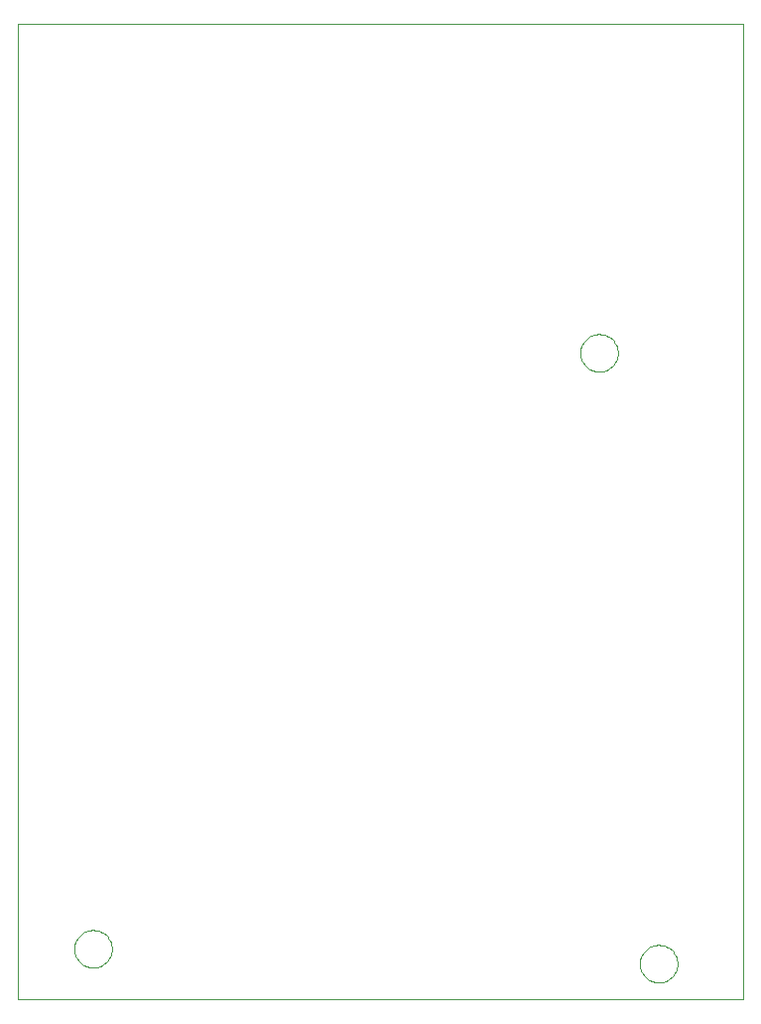
<source format=gbo>
G75*
%MOIN*%
%OFA0B0*%
%FSLAX24Y24*%
%IPPOS*%
%LPD*%
%AMOC8*
5,1,8,0,0,1.08239X$1,22.5*
%
%ADD10C,0.0000*%
%ADD11R,0.0604X0.0043*%
%ADD12R,0.0388X0.0043*%
%ADD13R,0.1295X0.0043*%
%ADD14R,0.0259X0.0043*%
%ADD15R,0.0259X0.0043*%
%ADD16R,0.0431X0.0043*%
%ADD17R,0.0734X0.0043*%
%ADD18R,0.0518X0.0043*%
%ADD19R,0.1812X0.0043*%
%ADD20R,0.0475X0.0043*%
%ADD21R,0.0518X0.0043*%
%ADD22R,0.1812X0.0043*%
%ADD23R,0.0259X0.0043*%
%ADD24R,0.0259X0.0043*%
%ADD25R,0.0173X0.0043*%
%ADD26R,0.0777X0.0043*%
%ADD27R,0.0086X0.0043*%
%ADD28R,0.2330X0.0043*%
%ADD29R,0.0345X0.0043*%
%ADD30R,0.0043X0.0043*%
%ADD31R,0.0647X0.0043*%
%ADD32R,0.0388X0.0043*%
%ADD33R,0.0777X0.0043*%
%ADD34R,0.1295X0.0043*%
%ADD35R,0.0216X0.0043*%
%ADD36R,0.0475X0.0043*%
%ADD37R,0.0388X0.0043*%
%ADD38R,0.0734X0.0043*%
%ADD39R,0.0173X0.0043*%
%ADD40R,0.1640X0.0043*%
%ADD41R,0.0129X0.0043*%
%ADD42R,0.0475X0.0043*%
%ADD43R,0.1683X0.0043*%
%ADD44R,0.0518X0.0043*%
%ADD45R,0.0302X0.0043*%
%ADD46R,0.0043X0.0043*%
%ADD47R,0.1165X0.0043*%
%ADD48R,0.0863X0.0043*%
%ADD49R,0.0129X0.0043*%
%ADD50R,0.0906X0.0043*%
%ADD51R,0.1122X0.0043*%
%ADD52R,0.0475X0.0043*%
%ADD53R,0.0216X0.0043*%
%ADD54R,0.0777X0.0043*%
%ADD55R,0.0388X0.0043*%
%ADD56R,0.0992X0.0043*%
%ADD57R,0.0863X0.0043*%
%ADD58R,0.0647X0.0043*%
%ADD59R,0.0086X0.0043*%
%ADD60R,0.0777X0.0043*%
%ADD61R,0.1036X0.0043*%
%ADD62R,0.0906X0.0043*%
%ADD63R,0.0647X0.0043*%
%ADD64R,0.0863X0.0043*%
%ADD65R,0.0734X0.0043*%
%ADD66R,0.1553X0.0043*%
%ADD67R,0.0992X0.0043*%
%ADD68R,0.1165X0.0043*%
%ADD69R,0.0518X0.0043*%
%ADD70R,0.0129X0.0043*%
%ADD71R,0.0388X0.0043*%
%ADD72R,0.1553X0.0043*%
%ADD73R,0.1036X0.0043*%
%ADD74R,0.1467X0.0043*%
%ADD75R,0.1036X0.0043*%
%ADD76R,0.1381X0.0043*%
%ADD77R,0.0216X0.0043*%
%ADD78R,0.1294X0.0043*%
%ADD79R,0.1251X0.0043*%
%ADD80R,0.1424X0.0043*%
%ADD81R,0.0216X0.0043*%
%ADD82R,0.1122X0.0043*%
%ADD83R,0.1165X0.0043*%
%ADD84R,0.0906X0.0043*%
%ADD85R,0.1165X0.0043*%
%ADD86R,0.0604X0.0043*%
%ADD87R,0.0906X0.0043*%
%ADD88R,0.1294X0.0043*%
%ADD89R,0.0086X0.0043*%
%ADD90R,0.0129X0.0043*%
%ADD91R,0.1251X0.0043*%
%ADD92R,0.1338X0.0043*%
%ADD93R,0.1424X0.0043*%
%ADD94R,0.0992X0.0043*%
%ADD95R,0.1467X0.0043*%
%ADD96R,0.1251X0.0043*%
%ADD97R,0.0777X0.0043*%
%ADD98R,0.0992X0.0043*%
%ADD99R,0.1726X0.0043*%
%ADD100R,0.1855X0.0043*%
%ADD101R,0.0345X0.0043*%
%ADD102R,0.0949X0.0043*%
%ADD103R,0.1942X0.0043*%
%ADD104R,0.1769X0.0043*%
%ADD105R,0.1899X0.0043*%
%ADD106R,0.2287X0.0043*%
%ADD107R,0.0647X0.0043*%
%ADD108R,0.0647X0.0043*%
%ADD109R,0.2287X0.0043*%
%ADD110R,0.1510X0.0043*%
%ADD111R,0.2244X0.0043*%
%ADD112R,0.1510X0.0043*%
%ADD113R,0.0604X0.0043*%
%ADD114R,0.0388X0.0043*%
%ADD115R,0.1294X0.0043*%
%ADD116R,0.0777X0.0043*%
%ADD117R,0.0518X0.0043*%
%ADD118R,0.0259X0.0043*%
%ADD119R,0.0604X0.0043*%
%ADD120R,0.0518X0.0043*%
%ADD121R,0.0129X0.0043*%
%ADD122R,0.0863X0.0043*%
%ADD123R,0.1208X0.0043*%
%ADD124R,0.1553X0.0043*%
%ADD125R,0.0690X0.0043*%
%ADD126R,0.0820X0.0043*%
%ADD127R,0.0820X0.0043*%
%ADD128R,0.0604X0.0043*%
%ADD129R,0.1251X0.0043*%
%ADD130R,0.1553X0.0043*%
%ADD131R,0.0690X0.0043*%
%ADD132R,0.1381X0.0043*%
%ADD133R,0.0561X0.0043*%
%ADD134R,0.0345X0.0043*%
%ADD135R,0.1381X0.0043*%
%ADD136R,0.0863X0.0043*%
%ADD137R,0.1036X0.0043*%
%ADD138R,0.0734X0.0043*%
%ADD139R,0.1424X0.0043*%
%ADD140R,0.1424X0.0043*%
%ADD141R,0.0259X0.0043*%
%ADD142R,0.3193X0.0043*%
%ADD143R,0.3236X0.0043*%
%ADD144R,0.1812X0.0043*%
%ADD145R,0.0734X0.0043*%
%ADD146R,0.1769X0.0043*%
%ADD147R,0.1122X0.0043*%
%ADD148R,0.0431X0.0043*%
%ADD149R,0.2201X0.0043*%
%ADD150R,0.1122X0.0043*%
%ADD151R,0.0906X0.0043*%
%ADD152R,0.2157X0.0043*%
%ADD153R,0.1899X0.0043*%
%ADD154R,0.1942X0.0043*%
%ADD155R,0.2157X0.0043*%
%ADD156R,0.1640X0.0043*%
%ADD157R,0.1683X0.0043*%
%ADD158R,0.4358X0.0043*%
%ADD159R,0.4401X0.0043*%
%ADD160R,0.3452X0.0043*%
%ADD161R,0.2718X0.0043*%
%ADD162R,0.3495X0.0043*%
%ADD163R,0.2718X0.0043*%
%ADD164R,0.3495X0.0043*%
%ADD165R,0.2675X0.0043*%
%ADD166R,0.4790X0.0043*%
%ADD167R,0.4747X0.0043*%
%ADD168R,0.1942X0.0043*%
%ADD169R,0.2330X0.0043*%
%ADD170R,0.0949X0.0043*%
%ADD171R,0.3625X0.0043*%
%ADD172R,0.3711X0.0043*%
%ADD173R,0.3754X0.0043*%
%ADD174R,0.0734X0.0043*%
%ADD175R,0.1381X0.0043*%
%ADD176R,0.2460X0.0043*%
%ADD177R,0.2460X0.0043*%
%ADD178R,0.1079X0.0043*%
%ADD179R,0.1122X0.0043*%
%ADD180R,0.1208X0.0043*%
%ADD181R,0.1381X0.0043*%
%ADD182R,0.2416X0.0043*%
%ADD183R,0.2373X0.0043*%
%ADD184R,0.2201X0.0043*%
%ADD185R,0.2114X0.0043*%
%ADD186R,0.0043X0.0043*%
%ADD187R,0.1683X0.0043*%
%ADD188R,0.1079X0.0043*%
%ADD189R,0.1338X0.0043*%
%ADD190R,0.1165X0.0043*%
%ADD191R,0.0345X0.0043*%
%ADD192R,0.0431X0.0043*%
%ADD193R,0.1208X0.0043*%
%ADD194R,0.0432X0.0043*%
%ADD195R,0.2158X0.0043*%
%ADD196R,0.3064X0.0043*%
%ADD197R,0.3107X0.0043*%
%ADD198R,0.2071X0.0043*%
%ADD199R,0.2028X0.0043*%
%ADD200R,0.0561X0.0043*%
%ADD201R,0.2071X0.0043*%
%ADD202R,0.2589X0.0043*%
%ADD203R,0.0043X0.0043*%
%ADD204R,0.2934X0.0043*%
%ADD205R,0.0129X0.0043*%
%ADD206R,0.0949X0.0043*%
%ADD207R,0.2934X0.0043*%
%ADD208R,0.1726X0.0043*%
%ADD209R,0.1597X0.0043*%
%ADD210R,0.0690X0.0043*%
%ADD211R,0.1079X0.0043*%
%ADD212R,0.1424X0.0043*%
%ADD213R,0.0345X0.0043*%
%ADD214R,0.0820X0.0043*%
%ADD215R,0.1036X0.0043*%
%ADD216R,0.0216X0.0043*%
%ADD217R,0.0561X0.0043*%
%ADD218R,0.1640X0.0043*%
%ADD219R,0.1683X0.0043*%
%ADD220R,0.0690X0.0043*%
%ADD221R,0.1769X0.0043*%
%ADD222R,0.0173X0.0043*%
%ADD223R,0.0992X0.0043*%
%ADD224R,0.1812X0.0043*%
%ADD225R,0.1122X0.0043*%
%ADD226R,0.0863X0.0043*%
%ADD227R,0.1510X0.0043*%
%ADD228R,0.2848X0.0043*%
%ADD229R,0.2848X0.0043*%
%ADD230R,0.3452X0.0043*%
%ADD231R,0.3538X0.0043*%
%ADD232R,0.3581X0.0043*%
%ADD233R,0.2114X0.0043*%
%ADD234R,0.1985X0.0043*%
%ADD235R,0.1726X0.0043*%
%ADD236R,0.2071X0.0043*%
%ADD237R,0.1985X0.0043*%
%ADD238R,0.2546X0.0043*%
%ADD239R,0.0647X0.0043*%
%ADD240R,0.1036X0.0043*%
%ADD241R,0.1381X0.0043*%
%ADD242R,0.3107X0.0043*%
%ADD243R,0.2460X0.0043*%
%ADD244R,0.3884X0.0043*%
%ADD245R,0.3884X0.0043*%
%ADD246R,0.2632X0.0043*%
%ADD247R,0.0302X0.0043*%
%ADD248R,0.2028X0.0043*%
%ADD249R,0.2201X0.0043*%
%ADD250R,0.0173X0.0043*%
%ADD251R,0.1942X0.0043*%
%ADD252R,0.0820X0.0043*%
%ADD253R,0.1640X0.0043*%
%ADD254R,0.1208X0.0043*%
%ADD255R,0.1942X0.0043*%
%ADD256R,0.2460X0.0043*%
%ADD257R,0.2416X0.0043*%
%ADD258R,0.1769X0.0043*%
%ADD259R,0.1424X0.0043*%
%ADD260R,0.2201X0.0043*%
%ADD261R,0.0820X0.0043*%
%ADD262R,0.1855X0.0043*%
%ADD263R,0.1079X0.0043*%
%ADD264R,0.2589X0.0043*%
%ADD265R,0.0604X0.0043*%
%ADD266R,0.1683X0.0043*%
%ADD267R,0.2805X0.0043*%
%ADD268R,0.2891X0.0043*%
%ADD269R,0.2934X0.0043*%
%ADD270R,0.2805X0.0043*%
%ADD271R,0.3409X0.0043*%
%ADD272R,0.3366X0.0043*%
%ADD273R,0.0302X0.0043*%
%ADD274R,0.0302X0.0043*%
%ADD275R,0.3323X0.0043*%
%ADD276R,0.1597X0.0043*%
%ADD277R,0.0992X0.0043*%
%ADD278R,0.2416X0.0043*%
%ADD279R,0.2977X0.0043*%
%ADD280R,0.3323X0.0043*%
%ADD281R,0.0302X0.0043*%
%ADD282R,0.3366X0.0043*%
%ADD283R,0.0906X0.0043*%
%ADD284R,0.0216X0.0043*%
%ADD285R,0.2891X0.0043*%
%ADD286R,0.3970X0.0043*%
%ADD287R,0.4013X0.0043*%
%ADD288R,0.3970X0.0043*%
%ADD289R,0.1640X0.0043*%
%ADD290R,0.2114X0.0043*%
%ADD291R,0.2546X0.0043*%
%ADD292R,0.3840X0.0043*%
%ADD293R,0.3884X0.0043*%
%ADD294R,0.4531X0.0043*%
%ADD295R,0.4488X0.0043*%
%ADD296R,0.8932X0.0043*%
%ADD297R,0.8932X0.0043*%
%ADD298R,0.8889X0.0043*%
%ADD299R,0.9277X0.0043*%
%ADD300R,0.1769X0.0043*%
%ADD301R,0.9277X0.0043*%
%ADD302R,0.8242X0.0043*%
%ADD303R,0.8199X0.0043*%
%ADD304R,0.5696X0.0043*%
%ADD305R,0.5653X0.0043*%
%ADD306R,0.3452X0.0043*%
%ADD307R,0.3495X0.0043*%
%ADD308R,0.4617X0.0043*%
%ADD309R,0.4660X0.0043*%
%ADD310R,0.1855X0.0043*%
%ADD311R,0.2460X0.0043*%
%ADD312R,0.3021X0.0043*%
D10*
X000180Y007200D02*
X000180Y039946D01*
X024550Y039946D01*
X024550Y007200D01*
X000180Y007200D01*
X002068Y008904D02*
X002070Y008954D01*
X002076Y009004D01*
X002086Y009053D01*
X002100Y009101D01*
X002117Y009148D01*
X002138Y009193D01*
X002163Y009237D01*
X002191Y009278D01*
X002223Y009317D01*
X002257Y009354D01*
X002294Y009388D01*
X002334Y009418D01*
X002376Y009445D01*
X002420Y009469D01*
X002466Y009490D01*
X002513Y009506D01*
X002561Y009519D01*
X002611Y009528D01*
X002660Y009533D01*
X002711Y009534D01*
X002761Y009531D01*
X002810Y009524D01*
X002859Y009513D01*
X002907Y009498D01*
X002953Y009480D01*
X002998Y009458D01*
X003041Y009432D01*
X003082Y009403D01*
X003121Y009371D01*
X003157Y009336D01*
X003189Y009298D01*
X003219Y009258D01*
X003246Y009215D01*
X003269Y009171D01*
X003288Y009125D01*
X003304Y009077D01*
X003316Y009028D01*
X003324Y008979D01*
X003328Y008929D01*
X003328Y008879D01*
X003324Y008829D01*
X003316Y008780D01*
X003304Y008731D01*
X003288Y008683D01*
X003269Y008637D01*
X003246Y008593D01*
X003219Y008550D01*
X003189Y008510D01*
X003157Y008472D01*
X003121Y008437D01*
X003082Y008405D01*
X003041Y008376D01*
X002998Y008350D01*
X002953Y008328D01*
X002907Y008310D01*
X002859Y008295D01*
X002810Y008284D01*
X002761Y008277D01*
X002711Y008274D01*
X002660Y008275D01*
X002611Y008280D01*
X002561Y008289D01*
X002513Y008302D01*
X002466Y008318D01*
X002420Y008339D01*
X002376Y008363D01*
X002334Y008390D01*
X002294Y008420D01*
X002257Y008454D01*
X002223Y008491D01*
X002191Y008530D01*
X002163Y008571D01*
X002138Y008615D01*
X002117Y008660D01*
X002100Y008707D01*
X002086Y008755D01*
X002076Y008804D01*
X002070Y008854D01*
X002068Y008904D01*
X021068Y008404D02*
X021070Y008454D01*
X021076Y008504D01*
X021086Y008553D01*
X021100Y008601D01*
X021117Y008648D01*
X021138Y008693D01*
X021163Y008737D01*
X021191Y008778D01*
X021223Y008817D01*
X021257Y008854D01*
X021294Y008888D01*
X021334Y008918D01*
X021376Y008945D01*
X021420Y008969D01*
X021466Y008990D01*
X021513Y009006D01*
X021561Y009019D01*
X021611Y009028D01*
X021660Y009033D01*
X021711Y009034D01*
X021761Y009031D01*
X021810Y009024D01*
X021859Y009013D01*
X021907Y008998D01*
X021953Y008980D01*
X021998Y008958D01*
X022041Y008932D01*
X022082Y008903D01*
X022121Y008871D01*
X022157Y008836D01*
X022189Y008798D01*
X022219Y008758D01*
X022246Y008715D01*
X022269Y008671D01*
X022288Y008625D01*
X022304Y008577D01*
X022316Y008528D01*
X022324Y008479D01*
X022328Y008429D01*
X022328Y008379D01*
X022324Y008329D01*
X022316Y008280D01*
X022304Y008231D01*
X022288Y008183D01*
X022269Y008137D01*
X022246Y008093D01*
X022219Y008050D01*
X022189Y008010D01*
X022157Y007972D01*
X022121Y007937D01*
X022082Y007905D01*
X022041Y007876D01*
X021998Y007850D01*
X021953Y007828D01*
X021907Y007810D01*
X021859Y007795D01*
X021810Y007784D01*
X021761Y007777D01*
X021711Y007774D01*
X021660Y007775D01*
X021611Y007780D01*
X021561Y007789D01*
X021513Y007802D01*
X021466Y007818D01*
X021420Y007839D01*
X021376Y007863D01*
X021334Y007890D01*
X021294Y007920D01*
X021257Y007954D01*
X021223Y007991D01*
X021191Y008030D01*
X021163Y008071D01*
X021138Y008115D01*
X021117Y008160D01*
X021100Y008207D01*
X021086Y008255D01*
X021076Y008304D01*
X021070Y008354D01*
X021068Y008404D01*
X019068Y028904D02*
X019070Y028954D01*
X019076Y029004D01*
X019086Y029053D01*
X019100Y029101D01*
X019117Y029148D01*
X019138Y029193D01*
X019163Y029237D01*
X019191Y029278D01*
X019223Y029317D01*
X019257Y029354D01*
X019294Y029388D01*
X019334Y029418D01*
X019376Y029445D01*
X019420Y029469D01*
X019466Y029490D01*
X019513Y029506D01*
X019561Y029519D01*
X019611Y029528D01*
X019660Y029533D01*
X019711Y029534D01*
X019761Y029531D01*
X019810Y029524D01*
X019859Y029513D01*
X019907Y029498D01*
X019953Y029480D01*
X019998Y029458D01*
X020041Y029432D01*
X020082Y029403D01*
X020121Y029371D01*
X020157Y029336D01*
X020189Y029298D01*
X020219Y029258D01*
X020246Y029215D01*
X020269Y029171D01*
X020288Y029125D01*
X020304Y029077D01*
X020316Y029028D01*
X020324Y028979D01*
X020328Y028929D01*
X020328Y028879D01*
X020324Y028829D01*
X020316Y028780D01*
X020304Y028731D01*
X020288Y028683D01*
X020269Y028637D01*
X020246Y028593D01*
X020219Y028550D01*
X020189Y028510D01*
X020157Y028472D01*
X020121Y028437D01*
X020082Y028405D01*
X020041Y028376D01*
X019998Y028350D01*
X019953Y028328D01*
X019907Y028310D01*
X019859Y028295D01*
X019810Y028284D01*
X019761Y028277D01*
X019711Y028274D01*
X019660Y028275D01*
X019611Y028280D01*
X019561Y028289D01*
X019513Y028302D01*
X019466Y028318D01*
X019420Y028339D01*
X019376Y028363D01*
X019334Y028390D01*
X019294Y028420D01*
X019257Y028454D01*
X019223Y028491D01*
X019191Y028530D01*
X019163Y028571D01*
X019138Y028615D01*
X019117Y028660D01*
X019100Y028707D01*
X019086Y028755D01*
X019076Y028804D01*
X019070Y028854D01*
X019068Y028904D01*
D11*
X019101Y029724D03*
X017807Y029207D03*
X017289Y027653D03*
X018368Y027653D03*
X018454Y027610D03*
X018497Y027524D03*
X016426Y026747D03*
X013060Y028689D03*
X012240Y028387D03*
X011636Y029422D03*
X011895Y030458D03*
X011982Y030501D03*
X013406Y031235D03*
X014700Y031623D03*
X015649Y033478D03*
X015736Y033435D03*
X015606Y033694D03*
X015218Y034212D03*
X014484Y034385D03*
X014441Y034471D03*
X015995Y034471D03*
X016038Y034385D03*
X015995Y035032D03*
X017721Y036154D03*
X018713Y033133D03*
X023891Y030501D03*
X023891Y029293D03*
X023891Y029250D03*
X023891Y029207D03*
X023891Y025021D03*
X023891Y024978D03*
X023891Y024935D03*
X020827Y023597D03*
X020914Y022475D03*
X020827Y021051D03*
X020827Y020749D03*
X022381Y019455D03*
X023762Y020620D03*
X023891Y017081D03*
X023891Y017038D03*
X023891Y016995D03*
X023891Y016952D03*
X023891Y014363D03*
X023891Y014320D03*
X023891Y014277D03*
X023891Y014233D03*
X023891Y014190D03*
X023891Y014104D03*
X023891Y014061D03*
X023891Y014018D03*
X023891Y013975D03*
X023891Y013931D03*
X023891Y013888D03*
X023891Y013802D03*
X023891Y013759D03*
X023891Y013716D03*
X023891Y013673D03*
X023891Y013629D03*
X023891Y013543D03*
X023891Y013500D03*
X023891Y013457D03*
X023891Y013414D03*
X023891Y013370D03*
X023891Y013327D03*
X023891Y013241D03*
X023891Y013198D03*
X023891Y011731D03*
X023891Y011688D03*
X023891Y011644D03*
X023891Y011601D03*
X023891Y011558D03*
X023891Y011515D03*
X023805Y011040D03*
X023762Y010695D03*
X023675Y010652D03*
X023632Y010436D03*
X023546Y010264D03*
X022122Y010652D03*
X020655Y010781D03*
X020568Y010825D03*
X020525Y010911D03*
X019231Y011299D03*
X018454Y010523D03*
X017677Y010523D03*
X017591Y010695D03*
X017591Y011688D03*
X018842Y012853D03*
X017548Y013370D03*
X018497Y014708D03*
X018454Y014794D03*
X019360Y016132D03*
X019403Y016218D03*
X019231Y017642D03*
X018756Y019325D03*
X017548Y020361D03*
X014873Y016779D03*
X014225Y016650D03*
X014182Y016736D03*
X011852Y017168D03*
X011334Y018851D03*
X011334Y019066D03*
X011205Y020275D03*
X009651Y020749D03*
X008918Y020879D03*
X008875Y020792D03*
X008530Y020231D03*
X009824Y018548D03*
X009781Y016348D03*
X008616Y014233D03*
X008616Y014190D03*
X009004Y013673D03*
X009565Y012335D03*
X011723Y011817D03*
X011895Y010177D03*
X014225Y010048D03*
X015088Y009012D03*
X015218Y009142D03*
X015261Y009228D03*
X015779Y009789D03*
X015865Y010048D03*
X015908Y010134D03*
X015347Y010695D03*
X015390Y010781D03*
X015606Y012205D03*
X015347Y012464D03*
X016426Y014967D03*
X021216Y014061D03*
X019144Y009012D03*
X019231Y008969D03*
X019274Y008883D03*
X015649Y007804D03*
X008745Y010048D03*
X011723Y024633D03*
X012543Y025582D03*
X012543Y025668D03*
X010212Y025021D03*
X010212Y024978D03*
X010342Y026833D03*
X006545Y028344D03*
X006458Y028516D03*
X004430Y027481D03*
X003999Y027912D03*
X021949Y039433D03*
X023287Y039261D03*
X023373Y039304D03*
X023244Y038915D03*
X023503Y037448D03*
D12*
X022489Y038656D03*
X022489Y038700D03*
X022359Y038829D03*
X022359Y038915D03*
X022359Y038959D03*
X021841Y038959D03*
X021841Y039002D03*
X021841Y039045D03*
X021841Y039088D03*
X021841Y039131D03*
X021712Y038700D03*
X021712Y038656D03*
X021712Y038613D03*
X020935Y038613D03*
X020935Y038527D03*
X020159Y038786D03*
X020159Y038829D03*
X020159Y038915D03*
X020159Y038959D03*
X020159Y039002D03*
X020159Y039045D03*
X020159Y039088D03*
X020288Y039217D03*
X020288Y039261D03*
X020288Y039304D03*
X020288Y039347D03*
X020288Y039390D03*
X020288Y039433D03*
X020806Y039433D03*
X020806Y039261D03*
X020806Y039217D03*
X020029Y038354D03*
X020029Y038311D03*
X020029Y038225D03*
X020029Y038182D03*
X020029Y038139D03*
X020029Y038096D03*
X020029Y038052D03*
X020029Y038009D03*
X020029Y037923D03*
X020029Y037880D03*
X020029Y037837D03*
X020029Y037793D03*
X020029Y037750D03*
X020029Y037707D03*
X020029Y037621D03*
X020029Y037578D03*
X020029Y037535D03*
X020029Y037491D03*
X020029Y037448D03*
X020029Y037362D03*
X020547Y037362D03*
X020547Y037319D03*
X020547Y037276D03*
X020547Y037233D03*
X020547Y037189D03*
X020547Y037146D03*
X021194Y037233D03*
X021194Y037276D03*
X021194Y037319D03*
X021971Y037535D03*
X021971Y037578D03*
X018864Y036283D03*
X018864Y036240D03*
X017958Y035765D03*
X017958Y035722D03*
X018217Y035334D03*
X017311Y035463D03*
X017311Y035507D03*
X017311Y035550D03*
X017311Y035636D03*
X017311Y035204D03*
X016404Y033953D03*
X016404Y033910D03*
X016404Y033867D03*
X016404Y033781D03*
X016404Y033737D03*
X016404Y033694D03*
X016404Y033651D03*
X016404Y033263D03*
X016534Y033004D03*
X016577Y032961D03*
X016146Y032745D03*
X016146Y032702D03*
X016146Y032659D03*
X016146Y032572D03*
X016016Y033004D03*
X016016Y033047D03*
X015498Y033004D03*
X015498Y032961D03*
X015239Y032745D03*
X015110Y032572D03*
X015110Y032529D03*
X015110Y032486D03*
X014722Y033263D03*
X014981Y033478D03*
X014981Y033565D03*
X014981Y033608D03*
X014981Y033651D03*
X014463Y033867D03*
X014463Y033910D03*
X014463Y033953D03*
X014333Y033694D03*
X014333Y033651D03*
X014333Y033608D03*
X014333Y033565D03*
X014204Y033392D03*
X014204Y033349D03*
X014204Y033306D03*
X014204Y033263D03*
X014074Y033133D03*
X014074Y033090D03*
X014074Y033047D03*
X014074Y033004D03*
X014074Y032961D03*
X014074Y032874D03*
X014074Y032831D03*
X014074Y032788D03*
X014074Y032745D03*
X014074Y032702D03*
X013557Y032702D03*
X013557Y032745D03*
X013557Y032788D03*
X013168Y031882D03*
X013168Y031839D03*
X013168Y031796D03*
X014463Y031752D03*
X015110Y031321D03*
X015757Y029897D03*
X015757Y029854D03*
X015757Y029552D03*
X015757Y029509D03*
X015757Y029465D03*
X015757Y029422D03*
X015757Y029379D03*
X015757Y029293D03*
X015757Y029250D03*
X015757Y029207D03*
X015887Y028775D03*
X015887Y028689D03*
X015887Y028646D03*
X015887Y028602D03*
X015887Y028559D03*
X015887Y028516D03*
X015887Y028430D03*
X014851Y029120D03*
X014851Y029163D03*
X013427Y027998D03*
X013427Y027955D03*
X013427Y027912D03*
X013427Y027826D03*
X013427Y027783D03*
X012262Y026574D03*
X012262Y026531D03*
X012262Y026488D03*
X012262Y026445D03*
X012262Y026402D03*
X012262Y026316D03*
X012262Y026272D03*
X012262Y026229D03*
X011485Y026229D03*
X011485Y026272D03*
X011485Y026316D03*
X009802Y025711D03*
X010148Y024805D03*
X012391Y024633D03*
X013427Y025453D03*
X013427Y025539D03*
X013427Y025582D03*
X013427Y025625D03*
X013427Y025668D03*
X015369Y027308D03*
X015369Y027351D03*
X016146Y027092D03*
X016146Y027049D03*
X017181Y027610D03*
X017440Y027308D03*
X017440Y027222D03*
X017440Y027179D03*
X017440Y027135D03*
X017440Y026920D03*
X017570Y026790D03*
X017958Y027135D03*
X017958Y027179D03*
X017958Y026316D03*
X017958Y026272D03*
X016534Y026013D03*
X016534Y025970D03*
X020547Y025625D03*
X020547Y025582D03*
X020935Y025798D03*
X020935Y025323D03*
X022359Y025323D03*
X022359Y025366D03*
X022359Y025409D03*
X023913Y026402D03*
X023913Y026445D03*
X020806Y027826D03*
X020676Y027696D03*
X020547Y027437D03*
X020547Y027394D03*
X020547Y027351D03*
X020547Y027308D03*
X019382Y029854D03*
X019382Y029897D03*
X019382Y029983D03*
X019382Y030026D03*
X018993Y029681D03*
X018864Y029897D03*
X018864Y029983D03*
X018864Y030026D03*
X018864Y030070D03*
X018735Y030631D03*
X018735Y030674D03*
X019252Y031191D03*
X019252Y031235D03*
X019252Y031278D03*
X019252Y031321D03*
X019252Y031364D03*
X019252Y031407D03*
X019252Y031494D03*
X019252Y031537D03*
X019252Y031580D03*
X019252Y031623D03*
X019252Y031666D03*
X019252Y031752D03*
X019252Y031796D03*
X019252Y031839D03*
X018735Y032227D03*
X018735Y032270D03*
X018735Y032357D03*
X017958Y030933D03*
X017958Y030889D03*
X017958Y030803D03*
X017958Y030760D03*
X017958Y030717D03*
X017958Y030674D03*
X017828Y030501D03*
X017828Y030458D03*
X017828Y030415D03*
X017828Y030372D03*
X017828Y030328D03*
X017828Y030285D03*
X017828Y030199D03*
X017828Y030156D03*
X017828Y030113D03*
X017828Y030070D03*
X017828Y030026D03*
X017828Y029983D03*
X017828Y029897D03*
X017828Y029854D03*
X018346Y029768D03*
X018346Y029724D03*
X017052Y029983D03*
X017052Y030026D03*
X020676Y030026D03*
X020676Y029983D03*
X020676Y030070D03*
X015887Y035420D03*
X015887Y035463D03*
X015887Y035507D03*
X015110Y035550D03*
X015110Y035636D03*
X014333Y034730D03*
X014333Y034644D03*
X012003Y034730D03*
X011874Y034557D03*
X011874Y034514D03*
X011874Y034471D03*
X011744Y035161D03*
X011744Y035204D03*
X013039Y036844D03*
X013039Y036887D03*
X012909Y037017D03*
X014981Y037017D03*
X014981Y037060D03*
X015110Y036887D03*
X015110Y036844D03*
X015628Y037017D03*
X015628Y037060D03*
X016534Y038656D03*
X016534Y038700D03*
X016016Y039347D03*
X016016Y039390D03*
X015887Y039217D03*
X017440Y039347D03*
X017440Y039390D03*
X018217Y038829D03*
X018605Y039217D03*
X018605Y039261D03*
X018735Y039088D03*
X018864Y038959D03*
X010450Y028257D03*
X010450Y028214D03*
X010320Y028085D03*
X006696Y028128D03*
X006394Y028646D03*
X005272Y029120D03*
X003589Y027222D03*
X003589Y027179D03*
X003589Y027135D03*
X003589Y027092D03*
X003589Y027049D03*
X005574Y034212D03*
X010579Y022346D03*
X010579Y022303D03*
X010579Y022259D03*
X010450Y022130D03*
X010450Y022087D03*
X011097Y022259D03*
X011097Y022303D03*
X011831Y022432D03*
X009673Y019584D03*
X009673Y019498D03*
X009802Y018894D03*
X009802Y018851D03*
X009285Y018376D03*
X009285Y017470D03*
X009802Y017254D03*
X009802Y017211D03*
X009802Y017168D03*
X009802Y017081D03*
X009802Y017038D03*
X009802Y016995D03*
X009802Y016952D03*
X009802Y016909D03*
X009544Y015916D03*
X009544Y015873D03*
X010450Y015787D03*
X010450Y015744D03*
X010450Y015701D03*
X010579Y015916D03*
X010579Y016003D03*
X010579Y016046D03*
X011356Y016132D03*
X011356Y016175D03*
X011356Y016218D03*
X011485Y016391D03*
X011485Y016434D03*
X011485Y016477D03*
X011615Y016779D03*
X011615Y016866D03*
X011615Y016909D03*
X011615Y016952D03*
X011226Y018678D03*
X011226Y018721D03*
X011226Y018764D03*
X011226Y018807D03*
X012133Y018807D03*
X012133Y018764D03*
X012133Y018721D03*
X012133Y018851D03*
X012133Y018894D03*
X012650Y018894D03*
X012650Y018851D03*
X012650Y018807D03*
X012650Y018764D03*
X014074Y017081D03*
X014074Y017038D03*
X014981Y016477D03*
X014981Y016434D03*
X014981Y015701D03*
X015110Y015399D03*
X015110Y015312D03*
X015110Y015269D03*
X015110Y015226D03*
X015110Y015183D03*
X015110Y015140D03*
X015239Y014881D03*
X015239Y014838D03*
X015239Y014794D03*
X015239Y014708D03*
X015628Y015010D03*
X015628Y015528D03*
X015628Y015571D03*
X016404Y015744D03*
X016404Y015787D03*
X016146Y016391D03*
X016146Y016434D03*
X016146Y016477D03*
X016146Y016520D03*
X016146Y016607D03*
X016016Y016779D03*
X018864Y016434D03*
X019252Y016089D03*
X019252Y016046D03*
X020417Y016391D03*
X020417Y016434D03*
X020417Y016477D03*
X020806Y016650D03*
X020806Y016693D03*
X020806Y016736D03*
X020806Y016779D03*
X020806Y016866D03*
X020806Y016909D03*
X020806Y016952D03*
X020806Y016995D03*
X020806Y017038D03*
X020806Y017081D03*
X020935Y018376D03*
X020935Y018419D03*
X020935Y018721D03*
X020935Y018764D03*
X020935Y018807D03*
X020935Y018980D03*
X020935Y019023D03*
X020935Y019066D03*
X020935Y019109D03*
X020935Y019153D03*
X020935Y019196D03*
X020935Y019282D03*
X020935Y019325D03*
X020676Y019886D03*
X020676Y019929D03*
X020676Y019972D03*
X020676Y020016D03*
X020676Y020059D03*
X020676Y020145D03*
X020676Y020188D03*
X020676Y020231D03*
X020935Y020792D03*
X020935Y020835D03*
X020935Y020879D03*
X022359Y021353D03*
X020676Y023295D03*
X020676Y023338D03*
X020935Y023640D03*
X020935Y023727D03*
X023524Y018548D03*
X023524Y018505D03*
X023783Y018290D03*
X023783Y018246D03*
X023006Y016779D03*
X023006Y016736D03*
X023006Y016693D03*
X023006Y016650D03*
X022489Y016650D03*
X022489Y016693D03*
X022489Y016736D03*
X022489Y016779D03*
X022489Y016866D03*
X022489Y016909D03*
X022489Y016952D03*
X022489Y016995D03*
X022489Y017038D03*
X022489Y017081D03*
X022359Y015571D03*
X022359Y015528D03*
X022359Y015485D03*
X021841Y015442D03*
X021841Y015399D03*
X021841Y015312D03*
X021841Y015269D03*
X021971Y015140D03*
X021971Y015096D03*
X021453Y014536D03*
X021453Y014492D03*
X021324Y014018D03*
X021324Y013975D03*
X021324Y013931D03*
X022230Y013759D03*
X022230Y013716D03*
X022230Y013673D03*
X021971Y013112D03*
X021971Y013068D03*
X021971Y013025D03*
X021971Y012939D03*
X021971Y012896D03*
X021971Y012853D03*
X021971Y012810D03*
X021971Y012766D03*
X021971Y012723D03*
X021841Y012551D03*
X021841Y012507D03*
X021841Y012464D03*
X021841Y012421D03*
X022489Y012637D03*
X023136Y012766D03*
X023136Y012810D03*
X023136Y012853D03*
X023136Y012896D03*
X023136Y012939D03*
X023136Y013025D03*
X023136Y013068D03*
X023136Y013112D03*
X023136Y013155D03*
X023136Y013198D03*
X023136Y013241D03*
X023136Y013327D03*
X023913Y012853D03*
X023913Y012810D03*
X023913Y012766D03*
X023913Y012594D03*
X023913Y012551D03*
X023913Y012507D03*
X023913Y012464D03*
X023913Y012421D03*
X023913Y012335D03*
X023913Y012292D03*
X023913Y012249D03*
X023913Y012205D03*
X023913Y012162D03*
X023913Y012119D03*
X022359Y011515D03*
X022359Y011429D03*
X022359Y011386D03*
X022230Y011127D03*
X022230Y011084D03*
X022230Y011040D03*
X022230Y010997D03*
X022230Y010954D03*
X021582Y011213D03*
X021582Y011256D03*
X021582Y011299D03*
X021582Y011342D03*
X021582Y011386D03*
X021582Y011429D03*
X021582Y011515D03*
X021712Y011644D03*
X021712Y011903D03*
X021712Y011947D03*
X021194Y012507D03*
X021194Y012551D03*
X020417Y011903D03*
X020417Y011860D03*
X020417Y011817D03*
X020417Y011731D03*
X020417Y011688D03*
X020417Y011644D03*
X020417Y011601D03*
X020417Y011558D03*
X020417Y011515D03*
X020029Y011299D03*
X020029Y011256D03*
X020029Y011213D03*
X019123Y012292D03*
X019123Y012335D03*
X019123Y012421D03*
X018476Y014104D03*
X019511Y014708D03*
X019511Y014794D03*
X019123Y017685D03*
X019123Y017772D03*
X019123Y017815D03*
X019123Y017858D03*
X019123Y017901D03*
X018993Y018074D03*
X018993Y018117D03*
X018993Y018160D03*
X023006Y015269D03*
X023006Y015226D03*
X018346Y010738D03*
X018346Y010695D03*
X018346Y009832D03*
X018346Y009789D03*
X018605Y008710D03*
X018605Y008667D03*
X018605Y008624D03*
X018864Y008322D03*
X018864Y008279D03*
X018864Y008236D03*
X018993Y008063D03*
X018993Y008020D03*
X018993Y007977D03*
X019123Y007804D03*
X021194Y007804D03*
X016534Y010177D03*
X016534Y010221D03*
X016534Y010264D03*
X016534Y010350D03*
X016534Y010393D03*
X016016Y010393D03*
X016016Y010350D03*
X014851Y011386D03*
X015369Y011817D03*
X014851Y012119D03*
X014851Y012162D03*
X016146Y012810D03*
X016146Y012853D03*
X016534Y013198D03*
X014463Y009832D03*
X016146Y008969D03*
X016146Y008926D03*
X016146Y008883D03*
X016146Y008840D03*
X016146Y008753D03*
X016275Y007804D03*
X012133Y010695D03*
X012133Y010738D03*
X012133Y010781D03*
X012133Y010825D03*
X012133Y010911D03*
X012133Y010954D03*
X012133Y010997D03*
X012133Y011040D03*
X012133Y011084D03*
X012133Y011127D03*
X012003Y011386D03*
X012003Y011429D03*
X011744Y011990D03*
X011744Y012033D03*
X011744Y012119D03*
X011744Y012162D03*
X011615Y012292D03*
X011615Y012335D03*
X011615Y012421D03*
X011485Y012723D03*
X011485Y012766D03*
X011485Y012810D03*
X011485Y012853D03*
X011485Y012896D03*
X011485Y012939D03*
X011356Y013155D03*
X011356Y013198D03*
X011356Y013241D03*
X011356Y013327D03*
X011356Y013370D03*
X011097Y012292D03*
X011097Y012249D03*
X011097Y012205D03*
X011097Y012162D03*
X011097Y012119D03*
X011097Y012033D03*
X011097Y011990D03*
X011097Y011947D03*
X011097Y011903D03*
X011097Y011644D03*
X010579Y011644D03*
X010450Y011817D03*
X010450Y011860D03*
X010450Y011903D03*
X010450Y011947D03*
X010450Y011990D03*
X010450Y012033D03*
X010320Y012421D03*
X010320Y012464D03*
X009673Y012507D03*
X009673Y012551D03*
X010061Y013414D03*
X010061Y013457D03*
X010061Y013500D03*
X009673Y013931D03*
X009673Y013975D03*
X009673Y014018D03*
X010320Y014104D03*
X008767Y013370D03*
X008767Y013327D03*
X008637Y013068D03*
X008508Y012810D03*
X008379Y012637D03*
X008379Y012594D03*
X008379Y012551D03*
X008379Y012507D03*
X008249Y012335D03*
X008249Y012292D03*
X008249Y012249D03*
X008249Y012205D03*
X008249Y012162D03*
X008120Y012033D03*
X008120Y011990D03*
X008120Y011947D03*
X008120Y011903D03*
X007602Y012162D03*
X007602Y012205D03*
X007602Y012249D03*
X007602Y012292D03*
X007472Y012033D03*
X007472Y011990D03*
X007472Y011947D03*
X007472Y011903D03*
X008120Y012939D03*
X008120Y013025D03*
X008120Y013068D03*
X008249Y013198D03*
X008249Y013241D03*
X008249Y013327D03*
X008379Y013673D03*
X008379Y013716D03*
X008379Y013759D03*
X009026Y011688D03*
X009026Y011644D03*
X009026Y011127D03*
X009026Y011084D03*
X009026Y011040D03*
X009026Y010997D03*
X009026Y010954D03*
X009026Y010911D03*
X009026Y010825D03*
X009155Y010652D03*
X009155Y010566D03*
X008637Y009962D03*
X008767Y009832D03*
X008379Y010436D03*
X008379Y010479D03*
X009932Y010566D03*
X009932Y010652D03*
X009932Y010695D03*
X009932Y010738D03*
X009932Y010781D03*
X009932Y010825D03*
X009932Y010911D03*
X009932Y010954D03*
X009932Y010997D03*
X009802Y011127D03*
X009802Y011213D03*
X009802Y011256D03*
X009802Y011299D03*
X009673Y011515D03*
X009673Y011558D03*
X010450Y010911D03*
X010450Y010825D03*
X010450Y010781D03*
X010450Y010738D03*
X011356Y009444D03*
X011356Y009358D03*
X011356Y009314D03*
X011356Y009271D03*
X011356Y009228D03*
X011356Y009185D03*
X011356Y009142D03*
X009802Y008451D03*
X009802Y008408D03*
X008637Y016003D03*
X008637Y016046D03*
X008249Y019929D03*
X008249Y019972D03*
X008637Y020275D03*
X008637Y020318D03*
X008767Y020447D03*
X008767Y020490D03*
D13*
X011162Y027524D03*
X019188Y027308D03*
X020094Y021526D03*
X020094Y021483D03*
X020094Y021440D03*
X019705Y020188D03*
X017116Y013500D03*
X017116Y013457D03*
X017116Y013414D03*
X017116Y012810D03*
X017116Y012766D03*
X016469Y011817D03*
X016210Y011127D03*
X016210Y011084D03*
X014398Y010350D03*
X016210Y008149D03*
X016210Y008106D03*
X017246Y007804D03*
X023071Y009142D03*
X023071Y009185D03*
X023071Y009271D03*
X023071Y009314D03*
X011032Y011213D03*
X011032Y011256D03*
X011032Y011299D03*
X022165Y037233D03*
X022165Y037276D03*
X022165Y037319D03*
X016858Y039217D03*
X013621Y039217D03*
D14*
X014786Y039347D03*
X014010Y037923D03*
X014010Y037880D03*
X013492Y037621D03*
X012845Y037146D03*
X013233Y036154D03*
X013233Y036111D03*
X012586Y036111D03*
X012586Y036067D03*
X012068Y035765D03*
X012068Y035722D03*
X012068Y035679D03*
X011680Y035334D03*
X011550Y036240D03*
X011680Y034298D03*
X012974Y031666D03*
X012715Y030976D03*
X012715Y030933D03*
X012715Y030889D03*
X012715Y030803D03*
X013233Y030803D03*
X013233Y030760D03*
X013233Y030717D03*
X013233Y030674D03*
X013233Y030631D03*
X013233Y030587D03*
X013362Y030415D03*
X013233Y030889D03*
X013233Y030933D03*
X013233Y030976D03*
X013621Y030976D03*
X013621Y030933D03*
X014010Y031321D03*
X014010Y031364D03*
X014010Y031407D03*
X014527Y031364D03*
X014527Y031321D03*
X014527Y031278D03*
X014527Y031235D03*
X014527Y031191D03*
X015175Y032357D03*
X015175Y032400D03*
X014527Y033004D03*
X014657Y033133D03*
X014657Y033176D03*
X016081Y032874D03*
X016081Y032831D03*
X016469Y033090D03*
X016469Y033133D03*
X016469Y033176D03*
X016340Y033349D03*
X016340Y033392D03*
X016340Y033435D03*
X016340Y033478D03*
X016340Y033565D03*
X017375Y034946D03*
X017375Y035032D03*
X017375Y035075D03*
X017375Y035118D03*
X017246Y035334D03*
X017246Y035377D03*
X018023Y035636D03*
X018152Y035463D03*
X018152Y035420D03*
X018411Y035118D03*
X018411Y035075D03*
X016210Y035938D03*
X016210Y035981D03*
X015563Y036844D03*
X015563Y036887D03*
X015563Y036930D03*
X016599Y038311D03*
X016599Y038354D03*
X016987Y038829D03*
X016987Y038915D03*
X016987Y038959D03*
X017116Y039088D03*
X017116Y039131D03*
X018152Y039131D03*
X018152Y039088D03*
X018152Y039045D03*
X018152Y039002D03*
X018152Y038959D03*
X018152Y038915D03*
X018281Y038743D03*
X018281Y038700D03*
X018540Y038441D03*
X018670Y038311D03*
X018670Y038225D03*
X018670Y038182D03*
X018152Y039217D03*
X018152Y039261D03*
X021777Y038829D03*
X021777Y038786D03*
X022036Y038182D03*
X022036Y038139D03*
X022424Y039217D03*
X022424Y039261D03*
X023977Y038700D03*
X023977Y038656D03*
X023460Y037621D03*
X018670Y032141D03*
X018670Y032098D03*
X018540Y031968D03*
X018540Y031925D03*
X018540Y031882D03*
X018540Y031839D03*
X017893Y031191D03*
X017893Y031105D03*
X017893Y031062D03*
X017893Y031019D03*
X018411Y029897D03*
X018411Y029854D03*
X018929Y029552D03*
X019317Y030113D03*
X019317Y030156D03*
X019317Y030199D03*
X019317Y030285D03*
X019317Y030328D03*
X020612Y027610D03*
X020612Y027524D03*
X018670Y025409D03*
X018670Y025366D03*
X018670Y025323D03*
X018023Y026100D03*
X018023Y026143D03*
X018023Y026186D03*
X017634Y026704D03*
X018023Y026920D03*
X017893Y027308D03*
X016340Y026316D03*
X016340Y026272D03*
X015434Y027179D03*
X015434Y027222D03*
X015175Y027610D03*
X014657Y028991D03*
X015304Y029854D03*
X015304Y029897D03*
X015822Y029983D03*
X015822Y030026D03*
X015822Y030070D03*
X015822Y030113D03*
X015822Y030156D03*
X015822Y030199D03*
X015822Y030285D03*
X015822Y030328D03*
X015822Y030372D03*
X015822Y030415D03*
X012974Y028861D03*
X012974Y028818D03*
X012197Y028818D03*
X012197Y028861D03*
X012197Y028905D03*
X012197Y028948D03*
X012197Y028991D03*
X011032Y029768D03*
X011032Y029811D03*
X011032Y029854D03*
X011032Y029897D03*
X011032Y029983D03*
X011032Y030026D03*
X011032Y030070D03*
X010644Y030070D03*
X010644Y030026D03*
X010256Y027998D03*
X010256Y027955D03*
X010126Y026574D03*
X010126Y026531D03*
X010126Y026488D03*
X010514Y026531D03*
X010514Y026574D03*
X009738Y025884D03*
X009738Y025841D03*
X011938Y025366D03*
X011938Y025323D03*
X012068Y024978D03*
X011809Y024719D03*
X011809Y024676D03*
X012456Y024331D03*
X012715Y025711D03*
X012456Y026013D03*
X012715Y027308D03*
X012715Y027351D03*
X013233Y027351D03*
X013233Y027308D03*
X014010Y026618D03*
X014010Y026574D03*
X014010Y026531D03*
X016987Y025150D03*
X019576Y022173D03*
X019576Y022130D03*
X019576Y021742D03*
X019576Y021698D03*
X019533Y020749D03*
X020223Y020749D03*
X020223Y020663D03*
X020223Y023166D03*
X020223Y023209D03*
X023201Y020620D03*
X023201Y020577D03*
X023201Y020533D03*
X023460Y019843D03*
X023460Y019757D03*
X023589Y019066D03*
X023589Y019023D03*
X023589Y018980D03*
X023589Y018894D03*
X023589Y018851D03*
X023589Y018807D03*
X023589Y018764D03*
X023589Y018721D03*
X023589Y018419D03*
X023589Y018376D03*
X023201Y018764D03*
X023201Y018807D03*
X023071Y018980D03*
X023071Y019023D03*
X022942Y019153D03*
X022942Y019196D03*
X022424Y017513D03*
X022424Y017470D03*
X023201Y016520D03*
X023460Y015269D03*
X023460Y015226D03*
X021259Y014924D03*
X021259Y014881D03*
X019964Y016175D03*
X019964Y016218D03*
X020353Y016650D03*
X020353Y016693D03*
X020871Y016477D03*
X020871Y016434D03*
X020871Y016391D03*
X019317Y015916D03*
X019317Y015873D03*
X019317Y015830D03*
X019317Y015787D03*
X019317Y015744D03*
X019317Y015701D03*
X019317Y015614D03*
X018281Y013975D03*
X018281Y013931D03*
X018023Y012853D03*
X018023Y012810D03*
X018023Y012766D03*
X018152Y011731D03*
X018152Y011688D03*
X018152Y011644D03*
X018152Y011601D03*
X018152Y011429D03*
X018152Y011386D03*
X018152Y011342D03*
X018281Y010825D03*
X019058Y010911D03*
X019058Y010954D03*
X019058Y010997D03*
X019058Y011040D03*
X019058Y011084D03*
X019058Y011127D03*
X019447Y011127D03*
X019964Y011515D03*
X019964Y011558D03*
X019964Y011601D03*
X019964Y011644D03*
X019964Y011688D03*
X019964Y011731D03*
X019964Y011817D03*
X019964Y011860D03*
X019964Y011903D03*
X019964Y011947D03*
X020482Y011299D03*
X020482Y011256D03*
X020482Y011213D03*
X021647Y010911D03*
X021906Y010523D03*
X021906Y010479D03*
X021906Y010436D03*
X021906Y010393D03*
X021906Y010350D03*
X021906Y010264D03*
X021906Y010221D03*
X021906Y010177D03*
X021906Y010134D03*
X021906Y010091D03*
X022294Y010350D03*
X022294Y010393D03*
X022294Y010436D03*
X022294Y010479D03*
X022294Y010523D03*
X022294Y011213D03*
X022294Y011256D03*
X022294Y011299D03*
X021777Y011731D03*
X021777Y011817D03*
X022294Y009444D03*
X023848Y008840D03*
X021129Y007847D03*
X020094Y008408D03*
X020094Y008451D03*
X019964Y008624D03*
X019964Y008667D03*
X019964Y008710D03*
X019964Y008753D03*
X019964Y008840D03*
X019964Y008883D03*
X019964Y008926D03*
X019964Y008969D03*
X018152Y008710D03*
X018152Y008667D03*
X018152Y008624D03*
X018152Y008149D03*
X018152Y008106D03*
X018152Y008063D03*
X018152Y008020D03*
X018152Y007977D03*
X018152Y007934D03*
X018152Y007847D03*
X018152Y007804D03*
X015175Y008926D03*
X015175Y008969D03*
X014527Y009746D03*
X014398Y009918D03*
X014398Y009962D03*
X015692Y011601D03*
X015692Y011644D03*
X016210Y012119D03*
X016210Y012162D03*
X016210Y012205D03*
X016210Y012249D03*
X016210Y012292D03*
X016081Y012723D03*
X015045Y012551D03*
X014873Y012723D03*
X014786Y012810D03*
X015692Y014708D03*
X015692Y014794D03*
X015692Y014838D03*
X015692Y014881D03*
X015692Y014924D03*
X015563Y015096D03*
X015563Y015140D03*
X015563Y015183D03*
X015563Y015226D03*
X015563Y015269D03*
X015563Y015312D03*
X015563Y015399D03*
X015563Y015442D03*
X015175Y015010D03*
X015175Y014967D03*
X015045Y015485D03*
X015045Y015528D03*
X015045Y015571D03*
X015045Y016305D03*
X015045Y016348D03*
X015563Y016175D03*
X015563Y016132D03*
X016340Y015916D03*
X016340Y015873D03*
X014916Y017168D03*
X014916Y017211D03*
X014010Y017211D03*
X014010Y017168D03*
X012586Y018980D03*
X012586Y019023D03*
X012197Y019023D03*
X012197Y018980D03*
X012197Y019066D03*
X010514Y020447D03*
X010514Y020490D03*
X010514Y020533D03*
X010514Y020577D03*
X010644Y021051D03*
X010644Y021094D03*
X008961Y019455D03*
X008961Y019411D03*
X009220Y019023D03*
X009220Y018980D03*
X009220Y018894D03*
X009220Y018851D03*
X009220Y018807D03*
X009220Y018764D03*
X009220Y018721D03*
X009220Y018678D03*
X009220Y018592D03*
X009220Y018548D03*
X009220Y018505D03*
X009220Y018462D03*
X009220Y018246D03*
X009220Y017642D03*
X009220Y017599D03*
X008961Y017211D03*
X008961Y017168D03*
X008961Y017081D03*
X008961Y017038D03*
X008961Y016995D03*
X008961Y016952D03*
X008961Y016909D03*
X008961Y016866D03*
X008745Y015485D03*
X009608Y015571D03*
X008702Y014363D03*
X008702Y013241D03*
X008702Y013198D03*
X008702Y013155D03*
X008573Y012939D03*
X008573Y012896D03*
X007408Y011817D03*
X007408Y011731D03*
X007408Y011688D03*
X007408Y011644D03*
X007408Y011601D03*
X008961Y011558D03*
X008961Y011515D03*
X008961Y011429D03*
X008961Y011386D03*
X008961Y011342D03*
X008961Y011299D03*
X008961Y011256D03*
X008961Y011213D03*
X010385Y012119D03*
X010385Y012162D03*
X010385Y012205D03*
X010385Y012249D03*
X010385Y012292D03*
X010385Y012335D03*
X011032Y012421D03*
X011032Y012464D03*
X011550Y012507D03*
X011550Y012551D03*
X011550Y012594D03*
X011550Y011903D03*
X011550Y011860D03*
X011550Y011429D03*
X011550Y011386D03*
X011550Y011342D03*
X011162Y011515D03*
X011162Y011558D03*
X011032Y011731D03*
X011032Y011817D03*
X010514Y011558D03*
X010514Y011515D03*
X012068Y011299D03*
X012068Y011256D03*
X012068Y011213D03*
X011291Y009875D03*
X011291Y009832D03*
X011291Y009789D03*
X011291Y009746D03*
X011291Y009660D03*
X011291Y009616D03*
X011291Y009573D03*
X011291Y009530D03*
X011938Y009487D03*
X011938Y009444D03*
X010514Y008451D03*
X010514Y008408D03*
X010514Y008365D03*
X010514Y008322D03*
X010514Y008279D03*
X010385Y009444D03*
X010385Y009487D03*
X010385Y009530D03*
X010385Y009573D03*
X010385Y009616D03*
X008832Y009746D03*
X010644Y013327D03*
X010644Y013370D03*
X010256Y013975D03*
X010256Y014018D03*
X011809Y015528D03*
X008702Y019886D03*
X008702Y019929D03*
X008702Y019972D03*
X006717Y028042D03*
X005034Y031537D03*
X005034Y031580D03*
X005034Y031623D03*
X005034Y031666D03*
X005078Y032141D03*
X005078Y032184D03*
X005078Y032227D03*
X005078Y032270D03*
X005466Y032270D03*
X005466Y032227D03*
X005466Y032184D03*
X005466Y032141D03*
X005164Y033047D03*
X005164Y033090D03*
X005164Y033133D03*
X005164Y033176D03*
X005207Y033263D03*
X005595Y033996D03*
X005639Y034039D03*
X005639Y034083D03*
X005121Y034644D03*
X005336Y034946D03*
X005336Y035032D03*
X005336Y035075D03*
X005725Y035075D03*
X005725Y035032D03*
X005725Y034946D03*
X005639Y034730D03*
X016987Y020361D03*
X023589Y025107D03*
X023589Y025150D03*
X023589Y025453D03*
X023330Y030501D03*
X023330Y030587D03*
X023848Y031796D03*
X023848Y031839D03*
X023848Y031882D03*
X019058Y012594D03*
X019058Y012551D03*
X019058Y012507D03*
X019188Y012205D03*
X019188Y012162D03*
X019188Y012119D03*
X019188Y012033D03*
X019188Y011990D03*
X019188Y011947D03*
X019188Y011903D03*
X019188Y011860D03*
X018799Y011860D03*
X018799Y011903D03*
X018799Y011947D03*
D15*
X019705Y007934D03*
X019705Y007847D03*
X019705Y007804D03*
X022683Y008883D03*
X022683Y008926D03*
X022812Y010738D03*
X022812Y010781D03*
X022812Y010825D03*
X022812Y010911D03*
X022812Y010954D03*
X022812Y010997D03*
X022812Y011040D03*
X022812Y011084D03*
X022812Y011127D03*
X022812Y011213D03*
X022812Y011256D03*
X022812Y011299D03*
X022812Y011342D03*
X022812Y011386D03*
X022812Y011429D03*
X022812Y011515D03*
X022812Y011558D03*
X022683Y013155D03*
X022683Y013198D03*
X022683Y013241D03*
X022683Y013327D03*
X022683Y013370D03*
X022683Y017685D03*
X022683Y017772D03*
X016858Y016348D03*
X016858Y016305D03*
X010903Y021785D03*
X013880Y026402D03*
X010903Y026704D03*
X010903Y026747D03*
X010903Y026790D03*
X010903Y026833D03*
X010773Y027653D03*
X010773Y027696D03*
X010903Y030803D03*
X013880Y031580D03*
X013880Y031623D03*
X013880Y031666D03*
X013880Y031752D03*
X013880Y031796D03*
X013880Y031839D03*
X013880Y031882D03*
X016728Y032874D03*
X016858Y033910D03*
X016858Y033953D03*
X016858Y030285D03*
X016858Y030199D03*
X016858Y030156D03*
X019705Y023856D03*
X019705Y023813D03*
X019705Y023770D03*
X004991Y031019D03*
X004775Y032357D03*
X004775Y032486D03*
X004948Y034514D03*
X004948Y034902D03*
X004948Y035075D03*
X010903Y008710D03*
X010903Y008667D03*
X010903Y008624D03*
X010903Y008581D03*
X010903Y008538D03*
D16*
X011938Y009530D03*
X016340Y012507D03*
X020482Y007804D03*
X022467Y015830D03*
X022467Y015873D03*
X022467Y015916D03*
X022467Y016003D03*
X022467Y016046D03*
X022467Y016089D03*
X020957Y018462D03*
X022467Y019109D03*
X022467Y019153D03*
X022467Y019196D03*
X022338Y021396D03*
X022467Y022864D03*
X022467Y022907D03*
X022467Y022950D03*
X023977Y024115D03*
X023977Y025711D03*
X020957Y025366D03*
X019490Y020663D03*
X018411Y018807D03*
X014786Y018807D03*
X009091Y017944D03*
X008788Y015571D03*
X008659Y014320D03*
X010169Y024848D03*
X006415Y028602D03*
X005293Y027394D03*
X005293Y027351D03*
X005293Y027308D03*
X005293Y027222D03*
X005293Y027179D03*
X005293Y027135D03*
X005293Y027092D03*
X005293Y027049D03*
X004430Y027092D03*
X004430Y027135D03*
X004430Y027179D03*
X004430Y027222D03*
X004430Y027308D03*
X004430Y027351D03*
X003999Y027955D03*
X003610Y027437D03*
X003610Y027394D03*
X003567Y027351D03*
X003567Y027308D03*
X003610Y030587D03*
X005207Y032529D03*
X015434Y038527D03*
X018799Y033565D03*
X016340Y030070D03*
X023460Y037578D03*
X023977Y031407D03*
X023977Y029983D03*
D17*
X022445Y027437D03*
X022445Y027351D03*
X022575Y025237D03*
X022575Y024978D03*
X022575Y024935D03*
X022575Y024503D03*
X022575Y024460D03*
X022575Y024417D03*
X022575Y023727D03*
X022575Y023640D03*
X019943Y023597D03*
X017009Y026229D03*
X016965Y026316D03*
X017009Y028042D03*
X016836Y029293D03*
X010924Y030199D03*
X010881Y030113D03*
X010665Y027092D03*
X010665Y024503D03*
X011140Y020749D03*
X016491Y009487D03*
X022445Y014190D03*
X022402Y014277D03*
X022575Y018721D03*
X022575Y020275D03*
X022575Y020318D03*
X023093Y008451D03*
X023050Y008365D03*
X022920Y008106D03*
X022834Y007934D03*
X022791Y007847D03*
X022704Y007804D03*
X005099Y031882D03*
X005142Y034471D03*
X005229Y035377D03*
X011011Y035248D03*
X011054Y035161D03*
X013600Y037448D03*
X016620Y035507D03*
X016577Y035420D03*
X016750Y039390D03*
X022834Y037837D03*
X022920Y038009D03*
X022963Y038225D03*
X022791Y037621D03*
D18*
X023460Y037535D03*
X023460Y037491D03*
X021906Y037707D03*
X021906Y039217D03*
X021906Y039261D03*
X021906Y039304D03*
X021906Y039347D03*
X021906Y039390D03*
X018799Y036413D03*
X018799Y036370D03*
X018281Y035204D03*
X018281Y035161D03*
X017375Y035722D03*
X016081Y035852D03*
X015951Y035722D03*
X015951Y035679D03*
X015951Y035636D03*
X015951Y034557D03*
X015951Y034514D03*
X015175Y034514D03*
X015175Y034471D03*
X015175Y034557D03*
X015175Y034600D03*
X015175Y034385D03*
X014527Y034212D03*
X014527Y034169D03*
X014527Y034083D03*
X014527Y034039D03*
X014398Y033781D03*
X014916Y033392D03*
X015434Y032874D03*
X014398Y031839D03*
X013492Y032874D03*
X013492Y032961D03*
X013492Y033004D03*
X013492Y033047D03*
X013492Y033090D03*
X013492Y033133D03*
X013492Y033176D03*
X013492Y033263D03*
X013492Y033306D03*
X013492Y033349D03*
X013492Y033392D03*
X013362Y032227D03*
X013362Y032184D03*
X013362Y032141D03*
X013362Y032098D03*
X013233Y031968D03*
X013362Y031321D03*
X013362Y031278D03*
X011291Y030674D03*
X011550Y028516D03*
X011550Y028430D03*
X011550Y028387D03*
X011550Y028344D03*
X011550Y028300D03*
X012197Y028430D03*
X012197Y028516D03*
X012197Y028559D03*
X012197Y028602D03*
X012197Y028646D03*
X012586Y027955D03*
X012586Y027912D03*
X012586Y027826D03*
X012715Y027696D03*
X012715Y027653D03*
X012845Y027179D03*
X012845Y027135D03*
X012845Y027092D03*
X012845Y027049D03*
X012845Y027006D03*
X013362Y027696D03*
X013362Y028085D03*
X013362Y028128D03*
X013362Y028214D03*
X013233Y028344D03*
X013233Y028387D03*
X013233Y028430D03*
X013103Y028602D03*
X013103Y028646D03*
X014916Y029250D03*
X015045Y029379D03*
X015045Y029422D03*
X015822Y029120D03*
X015951Y028991D03*
X015951Y028948D03*
X015951Y028905D03*
X015951Y028861D03*
X015951Y028344D03*
X015951Y028300D03*
X016340Y029983D03*
X016340Y030026D03*
X018670Y030285D03*
X018670Y030328D03*
X018799Y030156D03*
X019317Y030674D03*
X019317Y030717D03*
X019317Y030760D03*
X019317Y030803D03*
X019317Y030889D03*
X019317Y030933D03*
X019317Y030976D03*
X019317Y031019D03*
X019317Y031062D03*
X023330Y031062D03*
X023330Y031019D03*
X023330Y031105D03*
X023416Y032572D03*
X023460Y029422D03*
X023460Y029379D03*
X018411Y026790D03*
X018411Y026747D03*
X017505Y025453D03*
X016340Y025150D03*
X013492Y024201D03*
X013492Y024158D03*
X013492Y024115D03*
X013492Y024072D03*
X012715Y025064D03*
X012715Y025107D03*
X012715Y025150D03*
X013362Y025798D03*
X013103Y026488D03*
X013103Y026531D03*
X010256Y026445D03*
X010256Y026402D03*
X009867Y025625D03*
X009867Y025582D03*
X010212Y024935D03*
X006631Y028214D03*
X005682Y029595D03*
X004430Y027437D03*
X004430Y027394D03*
X004430Y027049D03*
X003654Y027524D03*
X003136Y029811D03*
X003136Y030070D03*
X003179Y030113D03*
X005250Y032443D03*
X011680Y036111D03*
X012456Y035507D03*
X012456Y035463D03*
X012456Y035420D03*
X012715Y035204D03*
X012715Y035161D03*
X013233Y036240D03*
X013233Y036283D03*
X012845Y036456D03*
X014139Y037793D03*
X015434Y038613D03*
X014269Y034859D03*
X014269Y034816D03*
X014398Y034557D03*
X014398Y034514D03*
X020741Y024374D03*
X020741Y024331D03*
X020871Y023209D03*
X020871Y023166D03*
X020871Y023122D03*
X020482Y022820D03*
X020223Y022130D03*
X020223Y022087D03*
X020223Y022044D03*
X020223Y022001D03*
X020353Y021871D03*
X020353Y021828D03*
X020353Y021785D03*
X020353Y021742D03*
X020482Y021569D03*
X020612Y021353D03*
X020741Y021224D03*
X020741Y021181D03*
X020871Y020965D03*
X020612Y019757D03*
X022424Y019368D03*
X023460Y018678D03*
X022424Y015701D03*
X022036Y015010D03*
X022036Y014967D03*
X021388Y014967D03*
X021388Y015010D03*
X019447Y014924D03*
X019447Y014881D03*
X017505Y014018D03*
X017505Y013975D03*
X017505Y013931D03*
X016340Y012594D03*
X016340Y012551D03*
X017634Y011817D03*
X017634Y011731D03*
X018670Y012033D03*
X019188Y011429D03*
X019188Y011386D03*
X019188Y011342D03*
X018411Y010566D03*
X017634Y010566D03*
X017634Y010652D03*
X015951Y010221D03*
X015951Y010177D03*
X015822Y009746D03*
X015692Y009573D03*
X015563Y009444D03*
X015692Y007847D03*
X017634Y008106D03*
X017634Y008149D03*
X017634Y008236D03*
X017634Y008279D03*
X017634Y008322D03*
X018670Y008538D03*
X018799Y008408D03*
X018929Y008149D03*
X019447Y008667D03*
X019317Y008840D03*
X021518Y010954D03*
X021518Y010997D03*
X021518Y011040D03*
X021518Y011084D03*
X021518Y011127D03*
X022165Y010825D03*
X022165Y010781D03*
X022165Y010738D03*
X022165Y010695D03*
X023589Y010393D03*
X023589Y010350D03*
X023848Y011084D03*
X023848Y011127D03*
X023848Y011213D03*
X023848Y011256D03*
X023848Y011299D03*
X023848Y011342D03*
X023848Y011386D03*
X023848Y011429D03*
X023201Y011990D03*
X023201Y012033D03*
X023201Y012119D03*
X023201Y012162D03*
X023201Y012205D03*
X023201Y012249D03*
X023201Y012292D03*
X023201Y012335D03*
X023201Y012421D03*
X023201Y012464D03*
X023201Y012507D03*
X023201Y012551D03*
X023201Y012594D03*
X023201Y012637D03*
X021259Y012421D03*
X016210Y016305D03*
X016081Y016693D03*
X015563Y015830D03*
X015563Y015787D03*
X015563Y015744D03*
X015563Y015701D03*
X014916Y015787D03*
X014916Y015830D03*
X014527Y016305D03*
X014398Y016434D03*
X014269Y016607D03*
X014139Y016779D03*
X014139Y016866D03*
X014139Y016909D03*
X014139Y016952D03*
X014916Y016736D03*
X014916Y016693D03*
X014916Y016650D03*
X014916Y016607D03*
X014786Y018721D03*
X014786Y018764D03*
X012327Y019109D03*
X012327Y019153D03*
X012327Y019196D03*
X011291Y019196D03*
X011291Y019153D03*
X011291Y019109D03*
X011291Y019282D03*
X011291Y019325D03*
X011291Y019368D03*
X011291Y019411D03*
X011291Y019455D03*
X011291Y019498D03*
X011291Y019584D03*
X011291Y019627D03*
X011291Y019670D03*
X011291Y019714D03*
X011162Y020447D03*
X011162Y020490D03*
X009608Y020792D03*
X009608Y020835D03*
X009608Y020879D03*
X009867Y018764D03*
X009867Y018721D03*
X009867Y018678D03*
X009867Y018592D03*
X009867Y017383D03*
X009867Y017340D03*
X009738Y016779D03*
X009738Y016736D03*
X009738Y016693D03*
X009738Y016650D03*
X009738Y016607D03*
X009738Y016520D03*
X009738Y016477D03*
X009738Y016434D03*
X009738Y016391D03*
X009220Y017340D03*
X008702Y015916D03*
X008616Y014277D03*
X009091Y013975D03*
X009091Y013931D03*
X009867Y013716D03*
X010126Y013327D03*
X009608Y012421D03*
X009608Y011644D03*
X009738Y011386D03*
X009091Y010738D03*
X008314Y012421D03*
X011162Y014061D03*
X011162Y014104D03*
X011421Y013068D03*
X011291Y015744D03*
X011291Y015787D03*
X011291Y015830D03*
X011291Y015873D03*
X011291Y015916D03*
X011291Y016003D03*
X011291Y016046D03*
X011421Y016305D03*
X011809Y017038D03*
X011809Y017081D03*
X014657Y013888D03*
X014657Y013802D03*
X011938Y010134D03*
X011938Y010091D03*
X011938Y010048D03*
X011938Y009962D03*
X011938Y009918D03*
X011938Y009875D03*
X011938Y009832D03*
X011938Y009789D03*
X011938Y009746D03*
X011938Y009660D03*
X011938Y009616D03*
X011938Y009573D03*
X010385Y008581D03*
X010385Y008538D03*
X009738Y008538D03*
X009738Y008581D03*
X019058Y017988D03*
X018929Y018246D03*
X018929Y018290D03*
D19*
X020094Y017383D03*
X020094Y017340D03*
X020094Y017297D03*
X020094Y015010D03*
X020094Y014967D03*
X017246Y012637D03*
X017116Y015399D03*
X017116Y015442D03*
X017116Y015485D03*
X017116Y015528D03*
X017116Y015571D03*
X019317Y020059D03*
X020223Y020275D03*
X020223Y020318D03*
X020223Y020361D03*
X020223Y020447D03*
X020223Y020490D03*
X019964Y026747D03*
X019964Y026790D03*
X019964Y026833D03*
X017505Y028430D03*
X013880Y035463D03*
X013880Y035507D03*
X021906Y037146D03*
X021906Y037189D03*
X004991Y030113D03*
X004430Y027783D03*
X016987Y007934D03*
X016987Y007847D03*
D20*
X015714Y007934D03*
X015585Y009487D03*
X015671Y009530D03*
X015714Y009616D03*
X015800Y009660D03*
X015973Y010264D03*
X015196Y010652D03*
X015153Y010566D03*
X018389Y010652D03*
X018691Y011990D03*
X021237Y012464D03*
X022143Y013543D03*
X022187Y013629D03*
X023179Y012723D03*
X023956Y012723D03*
X023956Y012637D03*
X023956Y012896D03*
X023956Y012939D03*
X023956Y013025D03*
X023956Y013068D03*
X023956Y013112D03*
X023956Y012033D03*
X023956Y011990D03*
X023956Y011947D03*
X023956Y011903D03*
X023956Y011860D03*
X022187Y010911D03*
X019425Y008710D03*
X019468Y008624D03*
X019339Y008753D03*
X018778Y008451D03*
X018821Y008365D03*
X018648Y008581D03*
X018950Y008106D03*
X019037Y007934D03*
X019080Y007847D03*
X023956Y014492D03*
X023956Y014536D03*
X023956Y015096D03*
X023956Y015140D03*
X023956Y015183D03*
X023956Y015226D03*
X023956Y015269D03*
X023956Y015312D03*
X023956Y015399D03*
X023956Y015442D03*
X023956Y015485D03*
X023956Y015528D03*
X023956Y015571D03*
X023956Y015614D03*
X023956Y015701D03*
X023956Y015744D03*
X023956Y015787D03*
X023956Y015830D03*
X023956Y015873D03*
X023956Y015916D03*
X023956Y016003D03*
X023956Y016046D03*
X023956Y016089D03*
X023956Y016132D03*
X023956Y016175D03*
X023956Y016218D03*
X023956Y016305D03*
X023956Y016348D03*
X023956Y016391D03*
X023956Y016434D03*
X023956Y016477D03*
X023956Y016520D03*
X023956Y016607D03*
X023956Y016650D03*
X023956Y016693D03*
X023956Y016736D03*
X023956Y016779D03*
X023956Y016866D03*
X023481Y018592D03*
X022445Y019282D03*
X022445Y019325D03*
X020978Y018548D03*
X020978Y018505D03*
X020633Y019843D03*
X020892Y020922D03*
X020719Y021267D03*
X020590Y021396D03*
X020461Y021655D03*
X020374Y021698D03*
X020245Y021957D03*
X020202Y022173D03*
X020892Y022561D03*
X020461Y022734D03*
X022445Y024546D03*
X022445Y024633D03*
X022445Y024676D03*
X022445Y024719D03*
X022445Y024762D03*
X022445Y024805D03*
X022445Y024848D03*
X022445Y025064D03*
X022445Y025107D03*
X022445Y025150D03*
X020978Y025409D03*
X018433Y026833D03*
X017483Y025539D03*
X015930Y028387D03*
X015930Y028818D03*
X015844Y029077D03*
X015800Y029163D03*
X014937Y029293D03*
X014894Y029207D03*
X013211Y028516D03*
X013125Y028559D03*
X013254Y028300D03*
X013341Y028257D03*
X013384Y028042D03*
X013384Y027739D03*
X013341Y027653D03*
X012694Y027739D03*
X012607Y027783D03*
X012564Y027998D03*
X012823Y027222D03*
X013082Y026574D03*
X013384Y025711D03*
X013513Y024244D03*
X013470Y024029D03*
X011787Y022389D03*
X011787Y022346D03*
X011140Y022346D03*
X009846Y025668D03*
X005746Y029681D03*
X005746Y029724D03*
X005746Y029768D03*
X005746Y029811D03*
X005746Y029854D03*
X005746Y029897D03*
X005272Y027481D03*
X005272Y027437D03*
X003632Y027481D03*
X003157Y029768D03*
X003114Y029854D03*
X003114Y029897D03*
X003114Y029983D03*
X003114Y030026D03*
X005229Y032486D03*
X011140Y030501D03*
X011183Y030587D03*
X011270Y030631D03*
X011313Y030717D03*
X013341Y031364D03*
X013211Y031925D03*
X013341Y032055D03*
X013384Y032270D03*
X013513Y032831D03*
X013470Y033435D03*
X014376Y033737D03*
X014506Y033996D03*
X014376Y034600D03*
X014290Y034773D03*
X014937Y033435D03*
X014894Y033349D03*
X015412Y032831D03*
X014376Y031882D03*
X014420Y031796D03*
X015930Y034600D03*
X015930Y035550D03*
X015973Y035765D03*
X016059Y035809D03*
X017354Y035679D03*
X017397Y035765D03*
X018260Y035248D03*
X018821Y036326D03*
X018778Y033478D03*
X018778Y033435D03*
X018778Y033392D03*
X018778Y033349D03*
X018778Y033306D03*
X018778Y033263D03*
X019296Y031105D03*
X019296Y030631D03*
X018778Y030199D03*
X018821Y030113D03*
X023956Y030070D03*
X023956Y030026D03*
X023956Y031494D03*
X023956Y031537D03*
X023956Y031580D03*
X023956Y031623D03*
X023956Y031666D03*
X023956Y031752D03*
X023956Y028257D03*
X023956Y028214D03*
X023956Y025798D03*
X023956Y024072D03*
X023956Y024029D03*
X018433Y018764D03*
X018433Y018721D03*
X018950Y018203D03*
X019080Y017944D03*
X019468Y014838D03*
X022402Y015614D03*
X022445Y015744D03*
X022445Y015787D03*
X016189Y016348D03*
X016102Y016650D03*
X016059Y016736D03*
X014937Y016520D03*
X014506Y016348D03*
X014420Y016391D03*
X014376Y016477D03*
X014290Y016520D03*
X014118Y016995D03*
X014937Y015744D03*
X015585Y015614D03*
X011442Y016348D03*
X011313Y016089D03*
X009759Y016866D03*
X009846Y017297D03*
X009242Y017383D03*
X009198Y017297D03*
X009069Y017988D03*
X009328Y018419D03*
X009846Y018807D03*
X008724Y015873D03*
X009112Y014018D03*
X009716Y013888D03*
X009759Y013802D03*
X009846Y013759D03*
X009889Y013673D03*
X009975Y013629D03*
X010018Y013543D03*
X010105Y013370D03*
X009630Y012464D03*
X009587Y011688D03*
X009630Y011601D03*
X009716Y011429D03*
X009759Y011342D03*
X009069Y010781D03*
X009112Y010695D03*
X008335Y012464D03*
X011399Y013112D03*
X011442Y013025D03*
X012694Y035248D03*
X011701Y036067D03*
X011658Y036154D03*
X012866Y036542D03*
X014161Y037750D03*
X014118Y037837D03*
X016059Y039433D03*
X017483Y039433D03*
X021928Y037621D03*
D21*
X021906Y037664D03*
X015951Y035593D03*
X015175Y034428D03*
X014527Y034126D03*
X013492Y033220D03*
X013492Y032918D03*
X011162Y030544D03*
X011550Y028473D03*
X012197Y028473D03*
X013233Y028473D03*
X013362Y028171D03*
X013362Y025755D03*
X017505Y025496D03*
X020482Y022777D03*
X020482Y021612D03*
X020871Y021008D03*
X020612Y019800D03*
X023460Y018635D03*
X022424Y015657D03*
X022165Y013586D03*
X023201Y012680D03*
X023201Y012378D03*
X023201Y012076D03*
X023848Y011170D03*
X023589Y010307D03*
X022165Y010868D03*
X021259Y012378D03*
X018411Y010609D03*
X017634Y010609D03*
X017634Y011774D03*
X015822Y009703D03*
X015563Y009401D03*
X015175Y010609D03*
X015692Y007890D03*
X017634Y008192D03*
X019058Y007890D03*
X019317Y008797D03*
X014657Y013845D03*
X015563Y015657D03*
X014916Y016564D03*
X014269Y016564D03*
X014139Y016822D03*
X011809Y017125D03*
X009738Y016822D03*
X009738Y016564D03*
X009867Y018635D03*
X011291Y019239D03*
X011291Y019541D03*
X011162Y014147D03*
X009997Y013586D03*
X009738Y013845D03*
X009608Y012378D03*
X011938Y009703D03*
X020741Y024287D03*
X012845Y036499D03*
X015434Y038570D03*
X005725Y029940D03*
X005725Y029638D03*
X006674Y028171D03*
D22*
X017505Y028473D03*
X021906Y037103D03*
X020094Y015053D03*
X017246Y012680D03*
X017116Y015355D03*
X016987Y007890D03*
D23*
X018152Y007890D03*
X019964Y008797D03*
X019058Y010868D03*
X019058Y011170D03*
X019447Y011170D03*
X019964Y011774D03*
X019188Y012076D03*
X018152Y011774D03*
X018281Y010868D03*
X016081Y012680D03*
X014916Y012680D03*
X015692Y014751D03*
X015175Y015053D03*
X015563Y015355D03*
X015045Y016262D03*
X011032Y012378D03*
X011032Y011774D03*
X010644Y013284D03*
X007408Y011774D03*
X008832Y009703D03*
X010385Y009401D03*
X011291Y009703D03*
X014527Y009703D03*
X019317Y015657D03*
X023201Y016564D03*
X023460Y019800D03*
X020223Y020706D03*
X023589Y025496D03*
X021000Y027265D03*
X020612Y027567D03*
X019317Y030242D03*
X017893Y031148D03*
X016081Y032918D03*
X016340Y033522D03*
X017375Y034989D03*
X018023Y035593D03*
X018411Y038570D03*
X018152Y039174D03*
X016987Y038872D03*
X013492Y037664D03*
X012845Y037103D03*
X011550Y036197D03*
X012974Y031709D03*
X014010Y031450D03*
X013233Y030544D03*
X011032Y029940D03*
X012715Y027265D03*
X012456Y026057D03*
X012715Y025755D03*
X014010Y026661D03*
X015175Y027567D03*
X017634Y026661D03*
X018023Y026963D03*
X017893Y027265D03*
X015822Y030242D03*
X012456Y024287D03*
X009220Y018635D03*
X008961Y017125D03*
X008961Y016822D03*
X021777Y011774D03*
X021647Y010868D03*
X021906Y010307D03*
X023848Y008797D03*
X023330Y030544D03*
X023460Y037664D03*
X021777Y038872D03*
X005725Y034989D03*
X005639Y034687D03*
X005336Y034989D03*
X005639Y034126D03*
D24*
X010903Y026661D03*
X013880Y031709D03*
X016858Y030242D03*
X010773Y019541D03*
X016858Y016262D03*
X022683Y017729D03*
X022683Y013284D03*
X022812Y011170D03*
X022812Y010868D03*
X019705Y007890D03*
D25*
X021086Y007890D03*
X022294Y009401D03*
X011938Y009401D03*
X013233Y027265D03*
X015304Y029940D03*
X014010Y037966D03*
X022424Y039174D03*
X005034Y031709D03*
D26*
X013621Y037405D03*
X022812Y037664D03*
X022553Y025755D03*
X019964Y014147D03*
X016469Y009401D03*
X022812Y007890D03*
X011162Y019800D03*
D27*
X010687Y021267D03*
X011982Y023511D03*
X011982Y023554D03*
X012025Y023597D03*
X009651Y026186D03*
X009004Y026402D03*
X009004Y025237D03*
X009263Y018160D03*
X009263Y018117D03*
X009263Y018074D03*
X015995Y015442D03*
X018238Y019411D03*
X018238Y019455D03*
X018238Y019498D03*
X018238Y019584D03*
X019490Y020879D03*
X019490Y021957D03*
X021173Y025453D03*
X021086Y025582D03*
X021086Y027481D03*
X019101Y031882D03*
X018972Y032831D03*
X018972Y032874D03*
X018972Y033737D03*
X018972Y033781D03*
X018972Y033867D03*
X018972Y033910D03*
X018972Y033953D03*
X018972Y033996D03*
X018972Y034039D03*
X024150Y033176D03*
X024150Y033133D03*
X024150Y033090D03*
X024150Y033047D03*
X024150Y033004D03*
X024150Y032961D03*
X024150Y031968D03*
X024150Y031925D03*
X024150Y031882D03*
X024150Y031839D03*
X024150Y031796D03*
X024150Y037491D03*
X024150Y037535D03*
X024150Y037578D03*
X024150Y037621D03*
X024150Y037707D03*
X024150Y037750D03*
X024150Y037793D03*
X024150Y021785D03*
X024150Y021742D03*
X024150Y021698D03*
X022122Y017556D03*
X022122Y017513D03*
X024150Y010221D03*
X024150Y009616D03*
X024150Y009573D03*
X024150Y009530D03*
X024150Y009487D03*
X024150Y009444D03*
X024150Y009358D03*
X024150Y009314D03*
X024150Y008538D03*
X024150Y008451D03*
X024150Y008408D03*
X024150Y008365D03*
X024150Y008322D03*
X024150Y008279D03*
X022510Y009055D03*
X021043Y007934D03*
X020784Y009055D03*
X017203Y008883D03*
D28*
X016728Y008063D03*
X016728Y008020D03*
X016728Y007977D03*
X019058Y013802D03*
X019058Y013888D03*
X020353Y015096D03*
X020353Y015140D03*
X020353Y015183D03*
X017246Y016046D03*
X017246Y016089D03*
X021777Y022346D03*
X023028Y028689D03*
X021777Y029120D03*
X022424Y030933D03*
X022424Y030976D03*
X017375Y029681D03*
D29*
X013923Y025453D03*
X019749Y019757D03*
X016814Y016391D03*
X016642Y014924D03*
X019921Y010911D03*
X019921Y009012D03*
X019749Y007977D03*
X022597Y012766D03*
X022640Y013112D03*
X010989Y014018D03*
X010946Y013802D03*
X010860Y013759D03*
X010687Y016132D03*
X010730Y016348D03*
X010817Y016391D03*
X010860Y016736D03*
X008012Y012853D03*
X007969Y012766D03*
X007882Y012723D03*
X007839Y012507D03*
X007753Y012464D03*
X008012Y011817D03*
X004775Y032400D03*
X016642Y038398D03*
X016771Y038225D03*
D30*
X018476Y037578D03*
X018864Y035938D03*
X018087Y034902D03*
X018993Y034083D03*
X018476Y031537D03*
X018346Y030070D03*
X016404Y030199D03*
X016275Y032184D03*
X014463Y032702D03*
X014463Y030889D03*
X013686Y030760D03*
X011097Y029595D03*
X009026Y026445D03*
X009026Y025280D03*
X009975Y024633D03*
X011658Y023554D03*
X011658Y023511D03*
X010450Y022432D03*
X010579Y021698D03*
X010795Y021742D03*
X010665Y021483D03*
X010665Y021440D03*
X010665Y021396D03*
X010665Y021353D03*
X010320Y021698D03*
X010709Y019368D03*
X010105Y018419D03*
X009155Y019196D03*
X008896Y018160D03*
X009285Y017168D03*
X009932Y015873D03*
X009932Y011860D03*
X009802Y008236D03*
X014851Y008883D03*
X015110Y008753D03*
X014722Y010954D03*
X015369Y012594D03*
X018476Y015571D03*
X019123Y016650D03*
X019770Y016089D03*
X022014Y015528D03*
X022143Y017470D03*
X022143Y017599D03*
X018217Y019368D03*
X015196Y018894D03*
X015196Y018851D03*
X015196Y018807D03*
X015196Y018764D03*
X015196Y018721D03*
X015110Y018074D03*
X014722Y018074D03*
X015498Y016607D03*
X019511Y010954D03*
X019123Y010695D03*
X019382Y010264D03*
X020763Y009012D03*
X020763Y008969D03*
X020763Y008926D03*
X021022Y007977D03*
X021841Y009918D03*
X022230Y009918D03*
X021324Y010825D03*
X023395Y011601D03*
X024171Y010264D03*
X024171Y010177D03*
X024171Y009271D03*
X024171Y008581D03*
X024171Y008236D03*
X021151Y024374D03*
X023524Y025668D03*
X023136Y028387D03*
X021410Y028689D03*
X017828Y027481D03*
X017052Y027394D03*
X016146Y025409D03*
X014204Y026445D03*
X012391Y025798D03*
X012133Y025841D03*
X012133Y025927D03*
X012780Y037319D03*
X013427Y037837D03*
X014463Y039433D03*
X020547Y038009D03*
X023006Y037362D03*
X023395Y037837D03*
X024171Y037837D03*
X024171Y039433D03*
D31*
X023006Y038354D03*
X023006Y038311D03*
X022877Y037923D03*
X022877Y037880D03*
X022748Y037578D03*
X022748Y037535D03*
X022748Y037491D03*
X016793Y039433D03*
X013557Y037535D03*
X013557Y037491D03*
X014074Y036240D03*
X016663Y035550D03*
X014074Y032227D03*
X014074Y032184D03*
X014074Y032141D03*
X014074Y032098D03*
X014074Y032055D03*
X016663Y029379D03*
X016534Y026618D03*
X016922Y025798D03*
X016922Y025711D03*
X019770Y024201D03*
X019770Y024158D03*
X019770Y023036D03*
X019770Y022993D03*
X019770Y022820D03*
X019770Y022734D03*
X019770Y021569D03*
X019900Y021094D03*
X019900Y021051D03*
X019641Y019023D03*
X019641Y018980D03*
X020029Y016866D03*
X020029Y016779D03*
X019770Y016305D03*
X022618Y016520D03*
X022618Y016607D03*
X022877Y013716D03*
X022877Y013673D03*
X022877Y013629D03*
X022877Y013543D03*
X022877Y013500D03*
X022877Y013457D03*
X022877Y013414D03*
X022489Y012162D03*
X022618Y011817D03*
X022618Y011731D03*
X022618Y011688D03*
X022618Y011644D03*
X022618Y011601D03*
X023006Y008322D03*
X023006Y008279D03*
X023006Y008236D03*
X022877Y008063D03*
X022877Y008020D03*
X022877Y007977D03*
X016793Y013327D03*
X016793Y013370D03*
X016534Y015614D03*
X011097Y010652D03*
X011097Y010566D03*
X011097Y010523D03*
X011097Y010479D03*
X011097Y010436D03*
X011097Y010393D03*
X011097Y010350D03*
X007602Y011386D03*
X007602Y011429D03*
X016534Y009832D03*
X016534Y009789D03*
X016534Y009746D03*
X016534Y009660D03*
X016534Y009616D03*
X016534Y009573D03*
X016534Y009530D03*
X011097Y020577D03*
X011097Y020620D03*
X010838Y020879D03*
X013686Y024719D03*
X013686Y024762D03*
X013686Y024805D03*
X013686Y024848D03*
X013686Y024935D03*
X013686Y024978D03*
X013686Y025021D03*
X013686Y025064D03*
X013686Y025107D03*
X013686Y025150D03*
X010968Y030285D03*
X010838Y035334D03*
X005142Y031062D03*
X004840Y031364D03*
D32*
X004970Y033996D03*
X013945Y036715D03*
X013945Y036758D03*
X013945Y036844D03*
X013945Y036887D03*
X013945Y036930D03*
X016663Y038441D03*
X016663Y038484D03*
X016793Y038182D03*
X013945Y025798D03*
X013945Y025711D03*
X013945Y025668D03*
X013945Y025625D03*
X013945Y025582D03*
X013945Y025539D03*
X010968Y022087D03*
X010838Y016693D03*
X010838Y016650D03*
X010838Y016607D03*
X010838Y016520D03*
X010838Y016477D03*
X010838Y016434D03*
X010709Y016305D03*
X010709Y016218D03*
X010709Y016175D03*
X010968Y013975D03*
X010968Y013931D03*
X010968Y013888D03*
X010838Y013716D03*
X010838Y013673D03*
X007990Y012810D03*
X007861Y012637D03*
X007861Y012594D03*
X007861Y012551D03*
X007731Y012421D03*
X007990Y011731D03*
X010838Y009875D03*
X010838Y009832D03*
X010838Y009789D03*
X010838Y009746D03*
X010838Y009660D03*
X010838Y009616D03*
X010838Y009573D03*
X010838Y009530D03*
X010838Y009487D03*
X010838Y009444D03*
X016663Y008969D03*
X016663Y008926D03*
X016663Y008883D03*
X016663Y008840D03*
X016663Y008753D03*
X016663Y008710D03*
X016663Y008667D03*
X016663Y008624D03*
X016663Y008581D03*
X016663Y008538D03*
X016663Y008451D03*
X016663Y008408D03*
X016663Y008365D03*
X019641Y008365D03*
X019641Y008408D03*
X019641Y008451D03*
X019770Y008149D03*
X019770Y008106D03*
X019770Y008063D03*
X019770Y008020D03*
X019900Y009055D03*
X019900Y009142D03*
X019900Y009185D03*
X019900Y009228D03*
X019900Y010825D03*
X022618Y012810D03*
X022618Y012853D03*
X022618Y012896D03*
X022618Y012939D03*
X022618Y013025D03*
X022618Y013068D03*
X019770Y015614D03*
X019770Y015701D03*
X019900Y015873D03*
X019900Y015916D03*
X016793Y016434D03*
X016663Y014881D03*
X016663Y014838D03*
X016663Y014794D03*
X016663Y014708D03*
X019770Y019843D03*
X019641Y021353D03*
X019641Y021396D03*
X019770Y024417D03*
X019770Y024460D03*
X019770Y024503D03*
X019770Y024546D03*
X019770Y024633D03*
D33*
X019964Y023554D03*
X019964Y023511D03*
X020094Y020879D03*
X020094Y020835D03*
X022553Y020620D03*
X022553Y020361D03*
X019576Y015571D03*
X019576Y015528D03*
X019576Y015485D03*
X019964Y014104D03*
X019964Y014061D03*
X022424Y014233D03*
X022553Y014104D03*
X022553Y014061D03*
X023071Y008408D03*
X022942Y008149D03*
X016469Y009271D03*
X016469Y009314D03*
X016469Y009358D03*
X016469Y009444D03*
X011032Y009918D03*
X011032Y009962D03*
X011032Y010048D03*
X011032Y010091D03*
X007667Y011515D03*
X007667Y011558D03*
X011162Y019757D03*
X011162Y019843D03*
X011162Y019886D03*
X011162Y019929D03*
X011162Y019972D03*
X011162Y020188D03*
X010644Y021957D03*
X010644Y024417D03*
X010644Y024460D03*
X010644Y027006D03*
X010644Y027049D03*
X010903Y030156D03*
X014139Y031925D03*
X014139Y031968D03*
X016858Y029250D03*
X016858Y029207D03*
X016987Y028128D03*
X016987Y028085D03*
X016987Y026272D03*
X019447Y026272D03*
X019447Y026229D03*
X019447Y026316D03*
X022553Y026316D03*
X022553Y026272D03*
X022553Y026229D03*
X022553Y025798D03*
X022553Y025711D03*
X022553Y025280D03*
X022510Y027222D03*
X022424Y027394D03*
X016599Y035463D03*
X013621Y037362D03*
X011032Y035204D03*
X016728Y039304D03*
X016728Y039347D03*
X022812Y037793D03*
X022812Y037750D03*
X022812Y037707D03*
X022942Y038052D03*
X022942Y038096D03*
X022942Y038139D03*
X022942Y038182D03*
X013621Y025409D03*
X013621Y025366D03*
X013621Y025323D03*
X013621Y025280D03*
X013621Y025237D03*
D34*
X011162Y027567D03*
X022899Y021008D03*
X016469Y011774D03*
X016210Y011170D03*
X016210Y008192D03*
D35*
X018130Y008192D03*
X022273Y010307D03*
X022316Y017729D03*
X023611Y018333D03*
X024085Y021008D03*
X018389Y029940D03*
X018562Y032011D03*
X018907Y032615D03*
X014506Y031148D03*
X014678Y029034D03*
X012176Y029034D03*
X005185Y033220D03*
X009198Y017729D03*
X024085Y037405D03*
D36*
X021885Y039174D03*
X018778Y033522D03*
X018778Y033220D03*
X016102Y035895D03*
X015455Y032918D03*
X013254Y032011D03*
X015930Y029034D03*
X018691Y030242D03*
X023956Y031450D03*
X023956Y031709D03*
X023956Y028171D03*
X023956Y025755D03*
X022445Y024590D03*
X020633Y021310D03*
X019037Y018031D03*
X016232Y016262D03*
X014549Y016262D03*
X011399Y016262D03*
X009069Y018031D03*
X010148Y013284D03*
X008292Y012378D03*
X018907Y008192D03*
X021539Y011170D03*
X023956Y012076D03*
X023956Y012680D03*
X023956Y015355D03*
X023956Y015657D03*
X023956Y016262D03*
X023956Y016564D03*
X023956Y016822D03*
X022014Y015053D03*
X021367Y015053D03*
X013600Y024287D03*
X003114Y029940D03*
D37*
X013945Y025755D03*
X013945Y025496D03*
X019641Y021310D03*
X019770Y019800D03*
X019770Y015657D03*
X016663Y014751D03*
X019900Y010868D03*
X019900Y009099D03*
X019770Y008192D03*
X016663Y008797D03*
X010968Y013845D03*
X010709Y016262D03*
X010838Y016564D03*
X007861Y012680D03*
X007990Y011774D03*
X010838Y009703D03*
X010838Y009401D03*
X019770Y024590D03*
D38*
X022575Y023683D03*
X014118Y032011D03*
X013643Y025194D03*
X022532Y014147D03*
X022963Y008192D03*
D39*
X023848Y008753D03*
X021647Y010825D03*
X020827Y009228D03*
X020094Y008365D03*
X016210Y012335D03*
X015692Y011688D03*
X014700Y011040D03*
X014527Y009660D03*
X014786Y012853D03*
X011852Y015399D03*
X011852Y015442D03*
X010256Y013931D03*
X008745Y014406D03*
X008961Y016779D03*
X008961Y019368D03*
X010730Y019455D03*
X010471Y022389D03*
X011938Y023468D03*
X011809Y024762D03*
X012370Y025711D03*
X012456Y025970D03*
X014010Y026704D03*
X015434Y027135D03*
X016340Y026229D03*
X018023Y026876D03*
X021086Y027437D03*
X023546Y025582D03*
X019576Y021785D03*
X019490Y020792D03*
X022338Y017901D03*
X022338Y017858D03*
X022338Y017815D03*
X022338Y017772D03*
X023460Y015312D03*
X019964Y016132D03*
X024107Y020922D03*
X014916Y017254D03*
X014010Y017254D03*
X010040Y024719D03*
X010040Y024762D03*
X010256Y027912D03*
X010644Y029983D03*
X012715Y030760D03*
X013362Y030372D03*
X014010Y031278D03*
X015822Y030458D03*
X014657Y028948D03*
X012974Y028905D03*
X017893Y031235D03*
X018929Y032788D03*
X018929Y033694D03*
X018411Y035032D03*
X017375Y034902D03*
X016210Y036024D03*
X018109Y037880D03*
X018670Y038139D03*
X016987Y038786D03*
X014829Y039433D03*
X014786Y039304D03*
X013233Y036067D03*
X012586Y036154D03*
X011550Y036283D03*
X011680Y035377D03*
X011680Y034255D03*
X005639Y034644D03*
X005552Y033694D03*
X004732Y032270D03*
X004732Y032227D03*
X004732Y032184D03*
X006760Y027998D03*
X022036Y038225D03*
X023977Y038743D03*
X024107Y038009D03*
X024107Y037448D03*
X008832Y009660D03*
X010514Y008236D03*
D40*
X016038Y008236D03*
X019274Y015226D03*
X019231Y015442D03*
X017418Y028646D03*
X017332Y028689D03*
X017289Y028775D03*
X017203Y029163D03*
X013923Y035032D03*
X013966Y035118D03*
X013449Y036326D03*
X004862Y029207D03*
D41*
X004970Y030717D03*
X004797Y032529D03*
X009673Y026143D03*
X009673Y026100D03*
X009673Y026013D03*
X009673Y025970D03*
X010018Y024676D03*
X011615Y023597D03*
X012521Y024029D03*
X012521Y024072D03*
X012521Y024115D03*
X012003Y025064D03*
X012003Y025107D03*
X012003Y025150D03*
X012133Y025884D03*
X011874Y026229D03*
X011874Y026272D03*
X011874Y026316D03*
X012780Y025927D03*
X012780Y025884D03*
X012780Y025841D03*
X014204Y026402D03*
X016146Y025366D03*
X016146Y025323D03*
X016534Y027006D03*
X016534Y027049D03*
X016534Y027092D03*
X017052Y027437D03*
X017052Y027481D03*
X017828Y027437D03*
X017828Y027394D03*
X018605Y026920D03*
X018605Y026876D03*
X018907Y029465D03*
X018346Y029983D03*
X018346Y030026D03*
X018735Y030760D03*
X018735Y030803D03*
X018476Y031580D03*
X018476Y031623D03*
X018476Y031666D03*
X018476Y031752D03*
X020288Y030070D03*
X020288Y030026D03*
X020288Y029983D03*
X020159Y029681D03*
X021453Y028646D03*
X023136Y028344D03*
X023136Y028300D03*
X023136Y027222D03*
X023136Y027179D03*
X023136Y027135D03*
X023524Y025625D03*
X021065Y025625D03*
X021065Y025668D03*
X019511Y022044D03*
X019511Y022001D03*
X019511Y020835D03*
X021065Y020231D03*
X021065Y020188D03*
X021065Y020145D03*
X021065Y020059D03*
X021065Y020016D03*
X021065Y019972D03*
X021065Y019929D03*
X021065Y019886D03*
X021065Y019843D03*
X021065Y019757D03*
X019123Y016736D03*
X019123Y016693D03*
X018476Y015528D03*
X018476Y015485D03*
X017958Y014104D03*
X017958Y014061D03*
X017958Y014018D03*
X017958Y013975D03*
X017958Y013931D03*
X018087Y012464D03*
X018087Y012421D03*
X018087Y012335D03*
X018087Y012292D03*
X018087Y012249D03*
X018087Y012205D03*
X018087Y012162D03*
X018087Y012119D03*
X018087Y012033D03*
X018087Y011990D03*
X018087Y011947D03*
X018087Y011903D03*
X018087Y011860D03*
X019123Y010781D03*
X019123Y010738D03*
X019511Y010997D03*
X019511Y011040D03*
X019382Y010221D03*
X019382Y010177D03*
X018217Y010177D03*
X018217Y010134D03*
X018217Y010091D03*
X018217Y010048D03*
X018217Y009962D03*
X018217Y009918D03*
X018217Y010221D03*
X018217Y010264D03*
X017181Y009055D03*
X017181Y009012D03*
X017181Y008969D03*
X017181Y008926D03*
X018087Y008322D03*
X018087Y008279D03*
X018087Y008236D03*
X020806Y009142D03*
X020806Y009185D03*
X021841Y009962D03*
X022230Y009962D03*
X022230Y010048D03*
X022230Y010091D03*
X022230Y010134D03*
X022230Y010177D03*
X022230Y010221D03*
X022230Y010264D03*
X021324Y010911D03*
X023395Y011644D03*
X023395Y011688D03*
X023395Y011731D03*
X023395Y011817D03*
X022230Y014708D03*
X022230Y014794D03*
X022230Y015399D03*
X022230Y015442D03*
X022489Y015442D03*
X022489Y015399D03*
X021971Y015485D03*
X022359Y016305D03*
X022359Y016348D03*
X020547Y014104D03*
X020547Y014061D03*
X020547Y014018D03*
X020547Y013975D03*
X020547Y013931D03*
X020547Y013888D03*
X020547Y013802D03*
X016016Y015399D03*
X015498Y016305D03*
X015498Y016348D03*
X015498Y016391D03*
X015498Y016434D03*
X015498Y016477D03*
X015498Y016520D03*
X015110Y018117D03*
X015110Y018160D03*
X014722Y018160D03*
X014722Y018117D03*
X012003Y016995D03*
X012003Y016952D03*
X012003Y016909D03*
X012003Y016866D03*
X012003Y016779D03*
X011874Y016477D03*
X011874Y016434D03*
X011874Y016391D03*
X011874Y016348D03*
X011874Y016305D03*
X011874Y016218D03*
X011874Y016175D03*
X011874Y016132D03*
X011874Y016089D03*
X011874Y016046D03*
X011874Y016003D03*
X011874Y015916D03*
X011874Y015873D03*
X011874Y015830D03*
X011874Y015787D03*
X011874Y015744D03*
X011874Y015312D03*
X011097Y015571D03*
X010320Y015571D03*
X009932Y015916D03*
X008767Y015442D03*
X008767Y015399D03*
X009285Y017211D03*
X009285Y017254D03*
X008896Y018074D03*
X008896Y018117D03*
X009155Y019109D03*
X009155Y019153D03*
X010061Y019498D03*
X010061Y019584D03*
X010709Y019411D03*
X010579Y020663D03*
X010579Y020749D03*
X010709Y021181D03*
X010709Y021224D03*
X010968Y021181D03*
X010968Y021138D03*
X010968Y021094D03*
X010968Y021051D03*
X010579Y021742D03*
X010579Y021785D03*
X010320Y021785D03*
X010320Y021828D03*
X010320Y021871D03*
X010320Y021742D03*
X011356Y014018D03*
X011356Y013975D03*
X011356Y013931D03*
X011356Y013888D03*
X011356Y013802D03*
X011356Y013759D03*
X011356Y013716D03*
X011356Y013673D03*
X010968Y013370D03*
X010968Y013327D03*
X009932Y012033D03*
X009932Y011990D03*
X009932Y011947D03*
X009932Y011903D03*
X010320Y010652D03*
X010320Y010566D03*
X011874Y011860D03*
X011874Y011903D03*
X011874Y011947D03*
X014722Y010997D03*
X015369Y012507D03*
X015369Y012551D03*
X015757Y013155D03*
X015757Y013198D03*
X015757Y013241D03*
X015757Y013327D03*
X015757Y013370D03*
X014851Y008969D03*
X014851Y008926D03*
X015110Y008840D03*
X009802Y008322D03*
X009802Y008279D03*
X012133Y029379D03*
X012133Y029422D03*
X011097Y029681D03*
X013298Y031666D03*
X013298Y031752D03*
X013686Y030803D03*
X014463Y030933D03*
X014463Y030976D03*
X014463Y031019D03*
X014463Y031062D03*
X014463Y031105D03*
X015239Y031191D03*
X015239Y031235D03*
X016016Y032357D03*
X016016Y032400D03*
X016016Y032443D03*
X016016Y032486D03*
X016016Y032529D03*
X016275Y032529D03*
X016275Y032486D03*
X016275Y032443D03*
X016275Y032400D03*
X016275Y032357D03*
X016275Y032270D03*
X016275Y032227D03*
X014463Y032745D03*
X014463Y032788D03*
X014463Y032831D03*
X014463Y032874D03*
X016404Y030156D03*
X016404Y030113D03*
X018087Y034946D03*
X018087Y035032D03*
X018087Y035075D03*
X018087Y035118D03*
X018864Y035981D03*
X018864Y036024D03*
X018476Y037491D03*
X018476Y037535D03*
X018087Y037923D03*
X020547Y038052D03*
X020547Y038096D03*
X021194Y039217D03*
X021194Y039261D03*
X021194Y039433D03*
X023006Y037448D03*
X023395Y037750D03*
X023395Y037793D03*
X023913Y037189D03*
X023913Y037146D03*
X015757Y039045D03*
X015757Y039088D03*
X015757Y039131D03*
X013427Y037793D03*
X013427Y037750D03*
X012780Y037276D03*
X012780Y037233D03*
X015498Y035636D03*
X015498Y035550D03*
D42*
X013902Y036974D03*
X013859Y037060D03*
X016620Y038527D03*
X016577Y038613D03*
X022532Y039304D03*
X022575Y039390D03*
X022661Y039433D03*
X022575Y037448D03*
X016620Y028948D03*
X016577Y025927D03*
X016620Y025841D03*
X013988Y026100D03*
X011054Y022173D03*
X011011Y016779D03*
X007947Y011688D03*
X007904Y011601D03*
X011011Y008753D03*
X016577Y010134D03*
X016620Y011299D03*
X016707Y011342D03*
X019684Y008322D03*
X019727Y008236D03*
X019943Y010781D03*
X022532Y012594D03*
X019813Y015744D03*
X019856Y015830D03*
X022532Y017168D03*
X019727Y021181D03*
X019684Y021267D03*
X019684Y023727D03*
X011054Y030458D03*
X016707Y014665D03*
X016750Y014579D03*
D43*
X019252Y015269D03*
X019252Y015312D03*
X019252Y015399D03*
X023093Y019886D03*
X023093Y020749D03*
X020288Y022864D03*
X020288Y022907D03*
X020288Y022950D03*
X020288Y024935D03*
X020288Y024978D03*
X017440Y028559D03*
X017440Y028602D03*
X017181Y029077D03*
X017181Y029120D03*
X022100Y029207D03*
X022100Y029250D03*
X022100Y029293D03*
X022100Y029379D03*
X022100Y029422D03*
X022100Y031666D03*
X022100Y031752D03*
X022100Y031796D03*
X022100Y031839D03*
X013945Y035075D03*
X013427Y036370D03*
X013427Y036413D03*
X011097Y027437D03*
X011097Y027394D03*
X011097Y027351D03*
X011097Y027308D03*
X010320Y014190D03*
X010191Y009358D03*
X010191Y009314D03*
X010191Y009271D03*
X010191Y009228D03*
X010191Y009185D03*
X010191Y009142D03*
X016016Y008322D03*
X016016Y008279D03*
D44*
X016599Y009918D03*
X016599Y009962D03*
X016599Y010048D03*
X016599Y010091D03*
X016599Y011213D03*
X016599Y011256D03*
X016728Y011386D03*
X016728Y011429D03*
X019705Y008279D03*
X019964Y010566D03*
X019964Y010652D03*
X019964Y010695D03*
X019964Y010738D03*
X022553Y011990D03*
X022553Y012033D03*
X022553Y012249D03*
X022553Y012292D03*
X022553Y012335D03*
X022553Y012421D03*
X022553Y012464D03*
X022553Y012507D03*
X022553Y012551D03*
X019835Y015787D03*
X019705Y016391D03*
X019705Y016434D03*
X019705Y016477D03*
X019705Y016650D03*
X019705Y016693D03*
X019705Y016736D03*
X022553Y017211D03*
X022553Y017254D03*
X022553Y017297D03*
X022553Y017340D03*
X022553Y017383D03*
X022553Y017556D03*
X022553Y017599D03*
X022553Y017642D03*
X022510Y019066D03*
X019705Y021224D03*
X019705Y023122D03*
X019705Y023166D03*
X019705Y023209D03*
X019705Y023640D03*
X019705Y024331D03*
X019705Y024374D03*
X019705Y024676D03*
X019705Y024719D03*
X019705Y024762D03*
X019705Y024805D03*
X019705Y024848D03*
X016858Y025453D03*
X016858Y025539D03*
X016599Y025884D03*
X014010Y026143D03*
X014010Y026186D03*
X014010Y026229D03*
X014010Y026272D03*
X014010Y026316D03*
X013621Y024633D03*
X013621Y024546D03*
X013621Y024503D03*
X013621Y024460D03*
X013621Y024417D03*
X013621Y024374D03*
X013621Y024331D03*
X011032Y022130D03*
X010773Y021871D03*
X010773Y021828D03*
X011032Y017211D03*
X011032Y017168D03*
X011032Y017081D03*
X011032Y017038D03*
X011032Y016995D03*
X011032Y016952D03*
X011032Y016909D03*
X011032Y016866D03*
X007925Y011644D03*
X011032Y010264D03*
X011032Y010221D03*
X011032Y010177D03*
X011032Y008969D03*
X011032Y008926D03*
X011032Y008883D03*
X011032Y008840D03*
X016728Y014622D03*
X010773Y027135D03*
X010773Y027179D03*
X010773Y027222D03*
X011032Y030372D03*
X011032Y030415D03*
X016599Y029552D03*
X016599Y029509D03*
X016599Y029465D03*
X016599Y028991D03*
X022683Y029983D03*
X022683Y030026D03*
X022683Y030070D03*
X022553Y037362D03*
X022553Y039347D03*
X013880Y037017D03*
X005121Y034773D03*
X005121Y034730D03*
X005121Y031839D03*
D45*
X005444Y032098D03*
X005185Y032572D03*
X005617Y034169D03*
X005660Y034773D03*
X005660Y034816D03*
X005703Y034859D03*
X005703Y034902D03*
X006394Y028689D03*
X008249Y019886D03*
X009242Y018290D03*
X009155Y017815D03*
X009242Y017556D03*
X008637Y016089D03*
X008379Y010523D03*
X009802Y008365D03*
X014851Y011429D03*
X015369Y011731D03*
X014851Y012205D03*
X021194Y012594D03*
X023006Y015312D03*
X023006Y016866D03*
X024042Y018678D03*
X024042Y021051D03*
X020547Y025668D03*
X021022Y027308D03*
X021065Y027351D03*
X018950Y029595D03*
X018735Y030717D03*
X018864Y032529D03*
X018864Y036067D03*
X018864Y038915D03*
X021971Y037491D03*
X022359Y039002D03*
X024042Y038139D03*
X017440Y027351D03*
X018346Y019627D03*
D46*
X022748Y010436D03*
X010838Y008365D03*
D47*
X010061Y008624D03*
X010061Y008667D03*
X010061Y008710D03*
X010061Y008753D03*
X010061Y008840D03*
X008896Y010221D03*
X008896Y010264D03*
X009155Y015614D03*
X009155Y015701D03*
X009155Y015744D03*
X009155Y015787D03*
X009155Y015830D03*
X009544Y021655D03*
X009544Y021698D03*
X009544Y021742D03*
X009802Y022648D03*
X012650Y024848D03*
X017570Y025970D03*
X017570Y026013D03*
X020547Y026229D03*
X020547Y026272D03*
X020547Y026316D03*
X020547Y023856D03*
X020547Y023813D03*
X020547Y017772D03*
X020547Y017685D03*
X020547Y017642D03*
X020547Y017599D03*
X020547Y017556D03*
X017570Y015830D03*
X017570Y015787D03*
X015239Y015873D03*
X015239Y015916D03*
X014722Y010523D03*
X014722Y010479D03*
X015757Y008408D03*
X015757Y008365D03*
X018735Y009142D03*
X018735Y009185D03*
X012133Y031839D03*
X012133Y031882D03*
X012133Y031925D03*
X012133Y031968D03*
X013039Y033608D03*
X013039Y033651D03*
X013039Y033694D03*
X013039Y033737D03*
X013039Y033781D03*
X014851Y034255D03*
X014851Y034298D03*
X014851Y034341D03*
X015498Y034644D03*
X015498Y034730D03*
X015498Y034773D03*
X015498Y034816D03*
X015498Y034859D03*
X015498Y034902D03*
X015498Y034946D03*
X013168Y039347D03*
D48*
X012111Y036930D03*
X013060Y034341D03*
X011895Y030070D03*
X011852Y029983D03*
X011507Y027739D03*
X011464Y027653D03*
X012758Y026833D03*
X010040Y025539D03*
X010342Y023942D03*
X010299Y023899D03*
X010212Y023856D03*
X010040Y023554D03*
X010040Y023511D03*
X011334Y023640D03*
X011377Y023856D03*
X015865Y028128D03*
X016167Y027222D03*
X016167Y027135D03*
X015520Y029811D03*
X018584Y025453D03*
X021000Y028991D03*
X020568Y030199D03*
X023546Y031925D03*
X023546Y031968D03*
X023762Y033392D03*
X023762Y033435D03*
X023762Y033478D03*
X023762Y033565D03*
X023762Y033608D03*
X023762Y033651D03*
X023762Y033694D03*
X023546Y036240D03*
X021086Y037707D03*
X017807Y037750D03*
X023762Y028646D03*
X023762Y028602D03*
X023762Y028559D03*
X023762Y028516D03*
X023762Y027222D03*
X023762Y027179D03*
X023762Y027135D03*
X023244Y024546D03*
X023762Y022432D03*
X023762Y022389D03*
X023762Y022346D03*
X023244Y019584D03*
X023762Y017383D03*
X023762Y017340D03*
X020655Y016089D03*
X020655Y015442D03*
X018756Y012723D03*
X018886Y011817D03*
X017462Y012335D03*
X015649Y011429D03*
X016297Y010523D03*
X017591Y009875D03*
X017548Y009660D03*
X017548Y009358D03*
X017807Y008365D03*
X019101Y009875D03*
X020827Y009789D03*
X021475Y012119D03*
X017332Y014190D03*
X015908Y014061D03*
X015520Y014579D03*
X015477Y014665D03*
X019231Y019368D03*
X019274Y019455D03*
X010083Y010264D03*
X009695Y009530D03*
X009306Y011947D03*
X005336Y034255D03*
D49*
X010838Y019714D03*
X010838Y019670D03*
X010838Y019627D03*
X019770Y016046D03*
X019770Y016003D03*
X022748Y017470D03*
X022748Y017513D03*
X022748Y010652D03*
X022748Y010566D03*
X022748Y010523D03*
X022748Y010479D03*
X022748Y009055D03*
X022748Y009012D03*
X010838Y008451D03*
X010838Y008408D03*
D50*
X009802Y009012D03*
X009802Y009055D03*
X009673Y009573D03*
X009673Y009616D03*
X010061Y010177D03*
X010061Y010221D03*
X011356Y010825D03*
X011356Y010911D03*
X009544Y012119D03*
X009544Y012162D03*
X009285Y011903D03*
X009285Y011860D03*
X009285Y011817D03*
X009285Y011731D03*
X009414Y014061D03*
X009414Y014104D03*
X014981Y011127D03*
X015628Y011342D03*
X015628Y011386D03*
X016275Y010479D03*
X016275Y010436D03*
X017570Y009832D03*
X017570Y009789D03*
X017570Y009746D03*
X017570Y009314D03*
X017570Y009271D03*
X017570Y009228D03*
X017570Y009185D03*
X017570Y009142D03*
X017828Y008451D03*
X017828Y008408D03*
X019123Y009789D03*
X019123Y009832D03*
X020288Y010954D03*
X020288Y010997D03*
X020288Y011040D03*
X020288Y011084D03*
X020288Y011127D03*
X020806Y009962D03*
X020806Y009918D03*
X020806Y009875D03*
X020806Y009832D03*
X018864Y011601D03*
X018864Y011644D03*
X018864Y011688D03*
X018864Y011731D03*
X018735Y012637D03*
X017440Y012292D03*
X017440Y012249D03*
X016016Y012939D03*
X015887Y013457D03*
X015887Y013500D03*
X015887Y014104D03*
X015498Y014622D03*
X017311Y014277D03*
X017311Y014233D03*
X017570Y014579D03*
X017570Y014622D03*
X017570Y014665D03*
X017570Y014708D03*
X017570Y014794D03*
X017570Y015614D03*
X017570Y015701D03*
X020547Y014924D03*
X020547Y014881D03*
X020547Y014838D03*
X020547Y014794D03*
X020547Y014708D03*
X020676Y015528D03*
X020676Y015571D03*
X020676Y015614D03*
X020676Y015701D03*
X020676Y015744D03*
X020676Y015787D03*
X020676Y015830D03*
X020676Y015873D03*
X020676Y015916D03*
X020676Y016003D03*
X020676Y016046D03*
X021841Y013241D03*
X021841Y013198D03*
X021453Y012205D03*
X021453Y012162D03*
X023524Y010091D03*
X023524Y010048D03*
X023265Y019498D03*
X020676Y022993D03*
X020676Y023036D03*
X023265Y024633D03*
X021065Y029077D03*
X020547Y030156D03*
X018993Y030501D03*
X018993Y030587D03*
X018993Y027826D03*
X018993Y027783D03*
X018217Y026445D03*
X018217Y026402D03*
X018605Y025539D03*
X016146Y027179D03*
X015887Y027524D03*
X015887Y027610D03*
X015887Y027912D03*
X015887Y027955D03*
X015887Y027998D03*
X015887Y028042D03*
X015887Y028085D03*
X015498Y029724D03*
X015498Y029768D03*
X012780Y026790D03*
X012780Y026747D03*
X013039Y026402D03*
X013039Y026316D03*
X013039Y026272D03*
X013039Y026229D03*
X011485Y027696D03*
X011485Y028948D03*
X011485Y028991D03*
X011874Y030026D03*
X015369Y033737D03*
X015369Y033781D03*
X013168Y034514D03*
X013168Y034557D03*
X013168Y034600D03*
X013039Y034298D03*
X013039Y034255D03*
X013039Y034212D03*
X013039Y034169D03*
X012391Y035334D03*
X012133Y036844D03*
X012133Y036887D03*
X017699Y035852D03*
X017699Y035809D03*
X017828Y037793D03*
X021065Y037621D03*
X010061Y025453D03*
X010191Y023813D03*
X010191Y023770D03*
X009975Y023468D03*
X009673Y022303D03*
X009673Y022259D03*
X009673Y022173D03*
X009673Y022130D03*
X009673Y022087D03*
X009673Y022044D03*
X009673Y022001D03*
X009673Y021957D03*
X009414Y021396D03*
X009414Y021353D03*
X009414Y021267D03*
X009414Y021224D03*
X009414Y021181D03*
X011356Y023727D03*
X011356Y023770D03*
X011356Y023813D03*
X019252Y019411D03*
D51*
X018756Y018678D03*
X018756Y018592D03*
X023632Y017642D03*
X023632Y017599D03*
X023632Y015010D03*
X023632Y014967D03*
X023632Y014794D03*
X023632Y014708D03*
X023632Y014665D03*
X023632Y014622D03*
X023632Y020275D03*
X023632Y020318D03*
X023632Y020361D03*
X023632Y020447D03*
X023632Y020490D03*
X023632Y023640D03*
X023632Y023727D03*
X023632Y025237D03*
X023632Y025280D03*
X023632Y026229D03*
X023632Y026272D03*
X023632Y026316D03*
X023632Y026876D03*
X023632Y026920D03*
X023632Y027006D03*
X023632Y027049D03*
X023632Y027092D03*
X020568Y023770D03*
X012629Y024805D03*
X009824Y022691D03*
X009781Y022605D03*
X009565Y021785D03*
X009522Y021569D03*
X012111Y031796D03*
X013190Y039304D03*
X013147Y039390D03*
X014700Y010436D03*
X015779Y008451D03*
X018713Y009228D03*
X008918Y010177D03*
D52*
X009759Y008495D03*
X010407Y008495D03*
X008681Y015959D03*
X018691Y008495D03*
X023956Y012982D03*
X023956Y014449D03*
X023956Y015959D03*
X020331Y021914D03*
X022445Y024892D03*
X023481Y029336D03*
X015024Y029336D03*
X014420Y033824D03*
D53*
X010924Y030846D03*
X010881Y008495D03*
D54*
X011809Y011472D03*
X015951Y008495D03*
X017634Y010005D03*
X018929Y010005D03*
X011680Y027869D03*
X003999Y027869D03*
D55*
X013945Y036801D03*
X022618Y012982D03*
X016663Y008495D03*
D56*
X017785Y008495D03*
X009630Y021914D03*
X023697Y033824D03*
D57*
X011248Y024892D03*
X019792Y008495D03*
D58*
X017570Y011472D03*
X020159Y012982D03*
X023136Y008495D03*
X011356Y018937D03*
X009673Y020404D03*
X011615Y026359D03*
X011615Y029336D03*
D59*
X018972Y033824D03*
X024150Y008495D03*
D60*
X023201Y008667D03*
X023201Y008710D03*
X020741Y010048D03*
X020741Y010091D03*
X020741Y010134D03*
X020223Y011342D03*
X020223Y011386D03*
X020223Y011429D03*
X021518Y012033D03*
X022294Y014363D03*
X022165Y014492D03*
X021906Y014838D03*
X021906Y014881D03*
X021906Y014924D03*
X021647Y014794D03*
X021647Y014708D03*
X020612Y016132D03*
X020612Y016175D03*
X020612Y016218D03*
X020612Y016305D03*
X020612Y016348D03*
X020612Y016520D03*
X020612Y016607D03*
X018670Y017340D03*
X018670Y017383D03*
X018670Y019153D03*
X019317Y019498D03*
X019317Y019584D03*
X020741Y019584D03*
X020741Y019627D03*
X020741Y019670D03*
X020741Y019714D03*
X020741Y019498D03*
X020741Y019455D03*
X020741Y019411D03*
X020741Y018894D03*
X020741Y018851D03*
X023201Y015183D03*
X023201Y015140D03*
X018540Y010350D03*
X018799Y010221D03*
X018799Y010177D03*
X018929Y009962D03*
X018540Y009616D03*
X018540Y009573D03*
X018540Y009530D03*
X017634Y009918D03*
X017634Y009962D03*
X017634Y010048D03*
X017634Y010091D03*
X017634Y010134D03*
X017634Y010177D03*
X017634Y010221D03*
X017634Y010264D03*
X017634Y010350D03*
X017634Y010911D03*
X017505Y009616D03*
X017505Y009573D03*
X017505Y009530D03*
X017505Y009487D03*
X017505Y009444D03*
X016340Y010566D03*
X016340Y010652D03*
X016340Y010695D03*
X016340Y010738D03*
X016340Y010781D03*
X015434Y012292D03*
X014786Y013457D03*
X014786Y013500D03*
X014657Y013673D03*
X014657Y013716D03*
X014527Y013975D03*
X015563Y014492D03*
X015563Y014536D03*
X015692Y014363D03*
X015692Y014320D03*
X015692Y014277D03*
X015692Y014233D03*
X017375Y014104D03*
X018281Y013629D03*
X018281Y013543D03*
X017505Y012421D03*
X015434Y009314D03*
X015951Y008667D03*
X015951Y008624D03*
X015951Y008581D03*
X015951Y008538D03*
X011938Y010479D03*
X011938Y010523D03*
X011938Y010566D03*
X011938Y010652D03*
X011809Y011515D03*
X010126Y010479D03*
X010126Y010436D03*
X010126Y010393D03*
X010126Y010350D03*
X009738Y009487D03*
X009738Y009444D03*
X009091Y010436D03*
X009091Y010479D03*
X009349Y011990D03*
X009349Y012033D03*
X008573Y013414D03*
X008573Y013457D03*
X008573Y013500D03*
X008443Y014104D03*
X009738Y016175D03*
X012327Y018678D03*
X009867Y019023D03*
X009867Y019066D03*
X009867Y019109D03*
X009867Y019153D03*
X009867Y019196D03*
X009867Y019282D03*
X009738Y020016D03*
X009738Y020059D03*
X008702Y020577D03*
X008702Y020620D03*
X008702Y020663D03*
X008443Y020059D03*
X008443Y020016D03*
X011421Y023899D03*
X011421Y023942D03*
X012327Y023942D03*
X012327Y023899D03*
X013233Y023899D03*
X013233Y023942D03*
X012845Y024935D03*
X012845Y024978D03*
X012715Y025366D03*
X012715Y025409D03*
X012715Y025453D03*
X011550Y025453D03*
X010385Y026100D03*
X010385Y026143D03*
X010385Y026186D03*
X010385Y026229D03*
X010385Y026272D03*
X011680Y027826D03*
X011680Y027912D03*
X011680Y027955D03*
X011680Y027998D03*
X011809Y029465D03*
X011809Y029509D03*
X011809Y029552D03*
X011809Y029595D03*
X011809Y029681D03*
X011809Y029724D03*
X011809Y029768D03*
X011809Y029811D03*
X011809Y029854D03*
X011809Y029897D03*
X011938Y030113D03*
X011938Y030156D03*
X011938Y030199D03*
X011938Y030285D03*
X012068Y030674D03*
X012068Y030717D03*
X012456Y032443D03*
X012456Y032486D03*
X012456Y032529D03*
X012456Y032572D03*
X012456Y032659D03*
X012456Y032702D03*
X012456Y032745D03*
X012586Y032874D03*
X012586Y032961D03*
X012586Y033004D03*
X012586Y033047D03*
X012586Y033090D03*
X012586Y033133D03*
X012715Y033392D03*
X012715Y033435D03*
X012974Y033996D03*
X012974Y034039D03*
X012974Y034083D03*
X015304Y033910D03*
X015304Y033867D03*
X015822Y033133D03*
X015822Y033090D03*
X016210Y034298D03*
X017634Y035938D03*
X017634Y035981D03*
X017893Y037491D03*
X017893Y037535D03*
X017764Y037707D03*
X018411Y039304D03*
X018411Y039347D03*
X012068Y037146D03*
X012068Y037060D03*
X012068Y037017D03*
X012068Y036974D03*
X014786Y031407D03*
X015045Y029552D03*
X015045Y029509D03*
X015822Y028214D03*
X016210Y027351D03*
X016210Y027308D03*
X017764Y029379D03*
X017764Y029422D03*
X019188Y029768D03*
X019188Y029811D03*
X020612Y030285D03*
X020612Y030328D03*
X020612Y030372D03*
X020612Y030415D03*
X020612Y030458D03*
X020482Y031666D03*
X023546Y032270D03*
X020784Y027912D03*
X020741Y027222D03*
X020741Y027179D03*
X020741Y027135D03*
X020741Y027092D03*
X020741Y027049D03*
X020741Y027006D03*
X019188Y027696D03*
X020741Y024201D03*
X012715Y026876D03*
X012715Y026920D03*
X005336Y033737D03*
X014786Y016218D03*
X014786Y016175D03*
D61*
X016081Y013975D03*
X016081Y013068D03*
X017375Y012162D03*
X017375Y012119D03*
X017764Y011299D03*
X017764Y011256D03*
X017764Y011213D03*
X017764Y011127D03*
X017764Y011084D03*
X017764Y011040D03*
X017764Y010997D03*
X017764Y010954D03*
X018540Y009444D03*
X018670Y009314D03*
X018670Y009271D03*
X017764Y008581D03*
X017764Y008538D03*
X021518Y012292D03*
X021518Y012335D03*
X021129Y014363D03*
X021129Y014406D03*
X021777Y014579D03*
X021777Y014622D03*
X021777Y014665D03*
X018799Y018505D03*
X018799Y018548D03*
X020612Y024719D03*
X020612Y024762D03*
X020612Y024805D03*
X020612Y024848D03*
X020612Y025237D03*
X020612Y025280D03*
X017764Y027049D03*
X017505Y028948D03*
X017505Y028991D03*
X018929Y030372D03*
X018929Y030415D03*
X023675Y032702D03*
X023675Y032745D03*
X023675Y032788D03*
X023675Y032831D03*
X023675Y032874D03*
X023675Y034169D03*
X023675Y034212D03*
X023675Y034255D03*
X023675Y034298D03*
X023675Y034341D03*
X023675Y034385D03*
X023675Y034471D03*
X023675Y034514D03*
X023675Y034557D03*
X023675Y034600D03*
X023675Y034644D03*
X023675Y034730D03*
X023675Y034773D03*
X023675Y034816D03*
X023675Y034859D03*
X023675Y034902D03*
X023675Y034946D03*
X023675Y035032D03*
X023675Y035075D03*
X023675Y035118D03*
X023675Y035161D03*
X023675Y035204D03*
X023675Y035248D03*
X023675Y035334D03*
X023675Y035377D03*
X023675Y035420D03*
X023675Y035463D03*
X023675Y035507D03*
X023675Y035550D03*
X023675Y035636D03*
X023675Y035679D03*
X023675Y035722D03*
X023675Y035765D03*
X023675Y035809D03*
X023675Y035852D03*
X023675Y035938D03*
X023675Y035981D03*
X023675Y036024D03*
X023675Y036067D03*
X023675Y036111D03*
X023675Y036154D03*
X023460Y036326D03*
X021000Y037491D03*
X021000Y037535D03*
X015304Y037146D03*
X013233Y034730D03*
X012974Y033910D03*
X012974Y033867D03*
X012327Y032357D03*
X012327Y032270D03*
X012327Y032227D03*
X012197Y032098D03*
X012197Y032055D03*
X012068Y031752D03*
X011680Y029250D03*
X011680Y029207D03*
X011680Y029163D03*
X011680Y029120D03*
X011680Y029077D03*
X011421Y028861D03*
X011421Y028818D03*
X012974Y027610D03*
X012974Y027524D03*
X012974Y027481D03*
X012974Y027437D03*
X010126Y023640D03*
X009738Y022561D03*
X009738Y022475D03*
X009738Y022432D03*
X009738Y022389D03*
X009608Y021871D03*
X009608Y021828D03*
X009479Y021526D03*
X009479Y021483D03*
X009349Y021094D03*
X009349Y021051D03*
X009349Y020965D03*
X009349Y020922D03*
X009608Y019929D03*
X009608Y019886D03*
X008702Y013629D03*
D62*
X010838Y011429D03*
X010838Y011386D03*
X010838Y011342D03*
X011097Y013543D03*
X014204Y010264D03*
X014204Y010221D03*
X016404Y009185D03*
X016404Y009142D03*
X016404Y009055D03*
X016404Y009012D03*
X019770Y008538D03*
X023006Y016305D03*
X019641Y018851D03*
X019641Y018894D03*
X020029Y020965D03*
X019900Y022259D03*
X019900Y022303D03*
X019900Y022346D03*
X019900Y022389D03*
X019900Y022432D03*
X019900Y023252D03*
X019900Y023295D03*
X019900Y023338D03*
X019900Y024029D03*
X019900Y024072D03*
X016922Y025625D03*
X017181Y026143D03*
X016663Y026488D03*
X016663Y026531D03*
X011226Y024848D03*
X011097Y024719D03*
X011097Y024676D03*
X010838Y024546D03*
X010407Y024029D03*
X010450Y026013D03*
X010579Y026876D03*
X010579Y026920D03*
X013686Y032357D03*
X013686Y032400D03*
X013686Y032443D03*
X013686Y032486D03*
X013686Y032529D03*
X016404Y034169D03*
X016534Y034039D03*
X013557Y037146D03*
X013557Y037189D03*
X016404Y039088D03*
X016404Y039131D03*
X022489Y028387D03*
X022489Y020490D03*
X011226Y020059D03*
X010968Y020835D03*
X005056Y031105D03*
X005099Y031968D03*
X005099Y032961D03*
X005272Y034298D03*
X005229Y034385D03*
D63*
X005531Y035118D03*
X011615Y029379D03*
X011874Y030372D03*
X011874Y030415D03*
X012003Y030587D03*
X013427Y031019D03*
X013427Y031062D03*
X013427Y031105D03*
X013427Y031191D03*
X014722Y031537D03*
X014722Y031580D03*
X015757Y033263D03*
X015757Y033306D03*
X015757Y033349D03*
X015757Y033392D03*
X015628Y033565D03*
X015628Y033608D03*
X015628Y033651D03*
X015239Y033996D03*
X015239Y034039D03*
X015239Y034083D03*
X015239Y034169D03*
X015239Y035032D03*
X015239Y035075D03*
X015239Y035118D03*
X015239Y035420D03*
X015239Y035463D03*
X015239Y035507D03*
X016016Y035118D03*
X016016Y035075D03*
X017699Y036067D03*
X017699Y036111D03*
X017958Y036240D03*
X017958Y036283D03*
X020288Y038527D03*
X020288Y038613D03*
X020935Y038786D03*
X020935Y038829D03*
X020935Y038915D03*
X020935Y038959D03*
X020935Y039002D03*
X020935Y039045D03*
X020935Y039088D03*
X020935Y039131D03*
X020935Y039304D03*
X020935Y039347D03*
X020935Y039390D03*
X023136Y038829D03*
X023136Y038786D03*
X023136Y038743D03*
X023136Y038700D03*
X023136Y038656D03*
X023265Y038959D03*
X023265Y039002D03*
X023265Y039045D03*
X023265Y039088D03*
X023265Y039131D03*
X023265Y039217D03*
X023395Y039347D03*
X023395Y039390D03*
X023395Y039433D03*
X023524Y037362D03*
X017828Y029293D03*
X017828Y029250D03*
X017311Y027739D03*
X017311Y027696D03*
X018346Y027696D03*
X018346Y027739D03*
X019252Y027610D03*
X019252Y027524D03*
X020806Y025150D03*
X020806Y025107D03*
X020806Y025064D03*
X020806Y024633D03*
X020806Y024546D03*
X020806Y024115D03*
X020806Y024072D03*
X020806Y024029D03*
X020806Y023554D03*
X020935Y022432D03*
X020806Y021138D03*
X020806Y021094D03*
X020806Y020663D03*
X022359Y019498D03*
X023783Y020533D03*
X023783Y020577D03*
X020159Y018548D03*
X020159Y018505D03*
X020159Y018462D03*
X020159Y018419D03*
X020159Y018376D03*
X019252Y017599D03*
X019252Y017556D03*
X018864Y018376D03*
X018864Y018419D03*
X018735Y019282D03*
X019382Y016175D03*
X021194Y014104D03*
X021194Y013759D03*
X021194Y013716D03*
X021194Y013673D03*
X020159Y013370D03*
X020159Y013327D03*
X020159Y013241D03*
X020159Y013198D03*
X020159Y013155D03*
X020159Y013112D03*
X020159Y013068D03*
X020159Y013025D03*
X020159Y012939D03*
X020159Y012896D03*
X020159Y012853D03*
X020159Y012810D03*
X020159Y012766D03*
X020159Y012723D03*
X020159Y012637D03*
X020159Y012594D03*
X020159Y012551D03*
X020159Y012507D03*
X020159Y012464D03*
X020159Y012421D03*
X020159Y012335D03*
X020159Y012292D03*
X020159Y012249D03*
X020159Y012205D03*
X020159Y012162D03*
X020159Y012119D03*
X020159Y012033D03*
X020159Y011990D03*
X019252Y011256D03*
X019252Y011213D03*
X018476Y010479D03*
X018476Y010436D03*
X017699Y010436D03*
X017699Y010479D03*
X017570Y010738D03*
X017570Y010781D03*
X017570Y011342D03*
X017570Y011386D03*
X017570Y011429D03*
X017570Y011515D03*
X017570Y011558D03*
X017570Y011601D03*
X017570Y011644D03*
X018864Y012766D03*
X018864Y012810D03*
X017570Y013327D03*
X016404Y015010D03*
X014851Y016866D03*
X014851Y016909D03*
X014851Y016952D03*
X014851Y016995D03*
X014851Y017038D03*
X014851Y017081D03*
X014204Y016693D03*
X014894Y018203D03*
X011874Y017254D03*
X011874Y017211D03*
X011744Y016736D03*
X011744Y016693D03*
X011744Y016650D03*
X009802Y016305D03*
X009673Y016089D03*
X009673Y016046D03*
X009673Y016003D03*
X009026Y013759D03*
X009026Y013716D03*
X008379Y013931D03*
X008379Y013975D03*
X008379Y014018D03*
X009544Y012292D03*
X009544Y012249D03*
X008767Y010134D03*
X008767Y010091D03*
X011744Y011601D03*
X011744Y011644D03*
X011744Y011688D03*
X011744Y011731D03*
X011874Y010393D03*
X011874Y010350D03*
X011874Y010264D03*
X011874Y010221D03*
X014204Y010134D03*
X014204Y010091D03*
X014463Y010566D03*
X015369Y010738D03*
X015887Y010091D03*
X015757Y009962D03*
X015757Y009918D03*
X015757Y009875D03*
X015757Y009832D03*
X015239Y009185D03*
X015110Y009055D03*
X017570Y008710D03*
X017570Y008667D03*
X017570Y008624D03*
X019123Y009055D03*
X019252Y008926D03*
X020935Y009530D03*
X020935Y009573D03*
X020935Y009616D03*
X020935Y009660D03*
X020935Y009746D03*
X020676Y010566D03*
X020676Y010652D03*
X020676Y010695D03*
X020676Y010738D03*
X022100Y010566D03*
X023524Y010221D03*
X023524Y010177D03*
X023654Y010479D03*
X023654Y010523D03*
X023654Y010566D03*
X023783Y010738D03*
X023783Y010781D03*
X023783Y010825D03*
X023783Y010911D03*
X023783Y010954D03*
X023783Y010997D03*
X023136Y008581D03*
X023136Y008538D03*
X015628Y012119D03*
X015628Y012162D03*
X015369Y012421D03*
X009802Y018462D03*
X009802Y018505D03*
X009802Y019368D03*
X009802Y019411D03*
X009802Y019455D03*
X009673Y020145D03*
X009673Y020188D03*
X009673Y020231D03*
X009673Y020275D03*
X009673Y020318D03*
X009673Y020361D03*
X009673Y020447D03*
X009673Y020490D03*
X009673Y020533D03*
X009673Y020577D03*
X009673Y020620D03*
X009673Y020663D03*
X008896Y020835D03*
X008508Y020188D03*
X008508Y020145D03*
X008896Y019584D03*
X011356Y019023D03*
X011356Y018980D03*
X011356Y018894D03*
X011744Y024546D03*
X011356Y024935D03*
X011356Y024978D03*
X011356Y025021D03*
X011615Y025582D03*
X011615Y025625D03*
X011615Y025668D03*
X011615Y025711D03*
X011615Y025798D03*
X011615Y025841D03*
X011615Y025884D03*
X011615Y025927D03*
X011615Y025970D03*
X011615Y026013D03*
X011615Y026100D03*
X011615Y026143D03*
X011615Y026186D03*
X011615Y026402D03*
X011615Y026445D03*
X011615Y026488D03*
X011615Y026531D03*
X011615Y026574D03*
X011615Y026747D03*
X011615Y026790D03*
X011615Y026833D03*
X011615Y026876D03*
X011615Y026920D03*
X011615Y027006D03*
X011615Y027049D03*
X011615Y027092D03*
X011615Y027135D03*
X011615Y027179D03*
X011615Y027222D03*
X012262Y028300D03*
X012262Y028344D03*
X010320Y026790D03*
X010320Y026747D03*
X010320Y026704D03*
X010320Y026618D03*
X012521Y025625D03*
X012780Y025280D03*
X012780Y025237D03*
X012391Y024762D03*
X012391Y024719D03*
X016404Y026790D03*
X016404Y026833D03*
X016404Y026876D03*
X016404Y026920D03*
X012650Y033263D03*
X012650Y033306D03*
X006523Y028387D03*
D64*
X004905Y031321D03*
X005293Y035334D03*
X010860Y024633D03*
X011119Y024762D03*
X011205Y024805D03*
X011205Y020016D03*
X016944Y025582D03*
X017203Y026100D03*
X017160Y026186D03*
X016642Y026574D03*
X019878Y024115D03*
X020051Y020922D03*
X022510Y020533D03*
X022510Y020447D03*
X022985Y016348D03*
X016426Y009228D03*
X019749Y008581D03*
X011075Y013629D03*
X022510Y028344D03*
X016555Y033996D03*
X016512Y034083D03*
X016383Y034212D03*
X016383Y039045D03*
D65*
X018303Y039433D03*
X018389Y039390D03*
X017785Y037621D03*
X017872Y037578D03*
X017656Y036024D03*
X016189Y034341D03*
X016232Y034255D03*
X015283Y033953D03*
X015800Y033176D03*
X014765Y031494D03*
X012607Y033176D03*
X012694Y033349D03*
X012564Y032831D03*
X012478Y032788D03*
X012046Y030631D03*
X011917Y030328D03*
X011658Y027783D03*
X010363Y026316D03*
X011572Y025539D03*
X012694Y025539D03*
X012737Y025323D03*
X012823Y025021D03*
X015844Y028257D03*
X019166Y027739D03*
X019209Y027653D03*
X020849Y024460D03*
X020849Y024417D03*
X020763Y024244D03*
X020763Y024158D03*
X020978Y022389D03*
X020763Y019368D03*
X018691Y019196D03*
X018648Y019109D03*
X018562Y019066D03*
X018562Y019023D03*
X018691Y017297D03*
X020590Y015485D03*
X022143Y014536D03*
X022273Y014406D03*
X022316Y014320D03*
X023222Y015096D03*
X023826Y017211D03*
X023826Y017254D03*
X023826Y019109D03*
X023826Y019153D03*
X023826Y019196D03*
X023826Y021224D03*
X023826Y021267D03*
X023826Y028300D03*
X023826Y028344D03*
X023826Y028387D03*
X023826Y028948D03*
X023826Y028991D03*
X023826Y029077D03*
X023826Y029120D03*
X023826Y033263D03*
X023826Y033306D03*
X021280Y037362D03*
X021237Y037448D03*
X005315Y033306D03*
X005272Y032745D03*
X004452Y027524D03*
X008724Y020749D03*
X009846Y019325D03*
X011701Y016607D03*
X011658Y016520D03*
X009759Y016218D03*
X009716Y016132D03*
X008422Y014061D03*
X010105Y010523D03*
X011917Y010436D03*
X011787Y011558D03*
X014549Y013931D03*
X015714Y014190D03*
X015671Y014406D03*
X017397Y014061D03*
X017526Y012464D03*
X017613Y010825D03*
X017656Y010393D03*
X018519Y010393D03*
X018778Y010264D03*
X018950Y009918D03*
X021539Y011990D03*
X021151Y013802D03*
X021151Y013888D03*
X023179Y008624D03*
X015973Y008710D03*
X015412Y009271D03*
X015455Y009358D03*
X015455Y012249D03*
X015412Y012335D03*
X014808Y016132D03*
D66*
X017893Y014881D03*
X017893Y014838D03*
X018929Y009660D03*
X018023Y008753D03*
X009349Y019627D03*
X009349Y019670D03*
X009349Y019714D03*
X011680Y028689D03*
X011680Y030933D03*
X012197Y031278D03*
X012197Y031321D03*
X015692Y035204D03*
X015692Y035248D03*
X014786Y035809D03*
X014786Y035852D03*
X014786Y035938D03*
X014786Y035981D03*
X014786Y036024D03*
X015822Y037276D03*
X015822Y037319D03*
X021518Y037793D03*
D67*
X022834Y038398D03*
X013729Y036542D03*
X013513Y037233D03*
X013513Y037319D03*
X013772Y032659D03*
X013729Y032572D03*
X016707Y026445D03*
X019727Y025409D03*
X019943Y022475D03*
X022704Y021267D03*
X019554Y009616D03*
X019598Y009530D03*
X023093Y008753D03*
X011313Y010781D03*
X011054Y013500D03*
X011011Y020792D03*
X005013Y031191D03*
X004970Y031278D03*
X005142Y032831D03*
X005142Y032874D03*
X005185Y033392D03*
X005185Y033435D03*
X005185Y033478D03*
X005229Y033867D03*
X005229Y033910D03*
D68*
X015498Y034687D03*
X015498Y034989D03*
X017570Y026057D03*
X020547Y017729D03*
X010061Y008797D03*
X009155Y015657D03*
X009544Y021612D03*
D69*
X010773Y021008D03*
X013621Y024590D03*
X016858Y025496D03*
X019705Y024287D03*
X019705Y023683D03*
X016599Y029034D03*
X022553Y037405D03*
X016599Y038570D03*
X011032Y017125D03*
X011032Y016822D03*
X011032Y008797D03*
X019964Y010609D03*
X022553Y012076D03*
X022553Y012378D03*
D70*
X023395Y011774D03*
X021324Y010868D03*
X020547Y013845D03*
X020547Y014147D03*
X022230Y014751D03*
X022359Y016262D03*
X021065Y019800D03*
X021065Y020102D03*
X017958Y014147D03*
X018087Y012378D03*
X018087Y012076D03*
X015757Y013284D03*
X015498Y016262D03*
X015498Y016564D03*
X012003Y016822D03*
X011874Y016262D03*
X011874Y015355D03*
X011356Y013845D03*
X010968Y013284D03*
X009932Y012076D03*
X010320Y010609D03*
X015110Y008797D03*
X017181Y009099D03*
X010061Y019541D03*
X010579Y020706D03*
X012391Y025755D03*
X009673Y026057D03*
X011097Y029638D03*
X013298Y031709D03*
X014463Y032918D03*
X015498Y035593D03*
X018087Y034989D03*
X018476Y031709D03*
X023913Y037103D03*
X023006Y037405D03*
X021194Y039174D03*
D71*
X020806Y039174D03*
X020935Y038570D03*
X020159Y038872D03*
X020029Y037966D03*
X020029Y037664D03*
X020029Y037405D03*
X020547Y037405D03*
X020547Y037103D03*
X021712Y038570D03*
X022359Y038872D03*
X018864Y036197D03*
X017311Y035593D03*
X015110Y035593D03*
X014333Y034687D03*
X014333Y033522D03*
X014981Y033522D03*
X015110Y032615D03*
X016146Y032615D03*
X014463Y031709D03*
X014074Y032918D03*
X011874Y034428D03*
X012003Y034687D03*
X015887Y039174D03*
X019252Y031709D03*
X019252Y031450D03*
X019252Y031148D03*
X019382Y029940D03*
X018993Y029638D03*
X018864Y029940D03*
X017828Y029940D03*
X017828Y030242D03*
X017828Y030544D03*
X015887Y028732D03*
X015887Y028473D03*
X017181Y027567D03*
X017440Y027265D03*
X017440Y026963D03*
X020547Y027265D03*
X020935Y025755D03*
X020935Y023683D03*
X020676Y020102D03*
X020935Y019239D03*
X020935Y018333D03*
X020806Y017125D03*
X020806Y016822D03*
X022489Y016822D03*
X022489Y017125D03*
X023006Y016822D03*
X021841Y015355D03*
X023136Y013284D03*
X022489Y012680D03*
X021971Y012680D03*
X021841Y012378D03*
X020417Y011774D03*
X019123Y012378D03*
X018476Y014147D03*
X019511Y014751D03*
X019123Y017729D03*
X016146Y016564D03*
X016016Y016822D03*
X014981Y015657D03*
X015110Y015355D03*
X015239Y014751D03*
X015369Y011774D03*
X016016Y010307D03*
X016534Y010307D03*
X016146Y008797D03*
X012133Y010868D03*
X011744Y012076D03*
X011615Y012378D03*
X011485Y012680D03*
X011097Y012076D03*
X010450Y011774D03*
X009802Y011170D03*
X009932Y010868D03*
X009932Y010609D03*
X010450Y010868D03*
X009155Y010609D03*
X009026Y010868D03*
X008379Y012680D03*
X008249Y013284D03*
X010320Y014147D03*
X011356Y013284D03*
X010450Y015657D03*
X009802Y017125D03*
X011615Y016822D03*
X011226Y018635D03*
X009673Y019541D03*
X011097Y022216D03*
X012391Y024590D03*
X013427Y025496D03*
X009802Y025755D03*
X003589Y027265D03*
X011356Y009401D03*
X023913Y012378D03*
D72*
X018929Y009703D03*
X018023Y008797D03*
X011680Y028732D03*
X014786Y035895D03*
D73*
X013751Y036499D03*
X013751Y032615D03*
X022424Y028473D03*
X019964Y022518D03*
X022553Y013845D03*
X023201Y009401D03*
X023071Y008797D03*
D74*
X018023Y008840D03*
D75*
X019576Y009573D03*
X023071Y008840D03*
X023201Y009444D03*
X023201Y009487D03*
X022553Y013802D03*
X022553Y013888D03*
X022553Y013931D03*
X022553Y013975D03*
X022812Y016391D03*
X022812Y016434D03*
X022812Y016477D03*
X017246Y020447D03*
X017246Y020490D03*
X017246Y020533D03*
X017246Y020577D03*
X017246Y020620D03*
X019964Y022561D03*
X022424Y022389D03*
X019835Y025107D03*
X019705Y025323D03*
X019705Y025366D03*
X016728Y026402D03*
X013621Y025927D03*
X013621Y025884D03*
X013621Y025841D03*
X010514Y028344D03*
X010514Y028387D03*
X005078Y029163D03*
X004991Y031235D03*
X013751Y036456D03*
X013492Y037276D03*
X022424Y028948D03*
X022812Y038441D03*
X022812Y038484D03*
X011032Y013457D03*
X011032Y013414D03*
X010514Y013241D03*
X010514Y013198D03*
X010514Y013155D03*
X010514Y013112D03*
X010514Y013068D03*
X010514Y013025D03*
X010644Y012594D03*
X010644Y012551D03*
X010644Y012507D03*
X011291Y010738D03*
X011291Y010695D03*
D76*
X009954Y008969D03*
X009954Y008883D03*
X017936Y012507D03*
X018713Y011558D03*
X017850Y016391D03*
X023503Y019282D03*
X023503Y019325D03*
X023503Y019368D03*
X023503Y019411D03*
X023503Y019455D03*
X023503Y022864D03*
X023503Y022907D03*
X023503Y022950D03*
X023503Y024676D03*
X023503Y024719D03*
X023503Y024762D03*
X023503Y024805D03*
X023503Y024848D03*
X019015Y027394D03*
X018972Y027481D03*
X015865Y027481D03*
X015649Y027653D03*
X012801Y026100D03*
X011982Y028257D03*
X015002Y037491D03*
X014959Y037578D03*
X014743Y037621D03*
X014700Y037707D03*
X021086Y038139D03*
X021475Y038009D03*
D77*
X023438Y037707D03*
X024085Y037362D03*
X024085Y038052D03*
X024085Y038096D03*
X018907Y033651D03*
X018907Y033608D03*
X018907Y032745D03*
X018907Y032702D03*
X018907Y032659D03*
X018907Y032572D03*
X018648Y032055D03*
X018519Y031796D03*
X018907Y029509D03*
X017872Y027351D03*
X017656Y026618D03*
X015196Y027524D03*
X013988Y026488D03*
X012737Y025798D03*
X011917Y025409D03*
X012046Y025021D03*
X012089Y024935D03*
X012435Y024374D03*
X011917Y023424D03*
X011917Y023338D03*
X010665Y021138D03*
X010536Y020620D03*
X009198Y019066D03*
X009242Y018203D03*
X009198Y017772D03*
X009198Y017685D03*
X008983Y017254D03*
X011831Y015485D03*
X014808Y012766D03*
X014937Y012637D03*
X015024Y012594D03*
X015067Y012507D03*
X016102Y012637D03*
X018130Y011817D03*
X018260Y010911D03*
X019080Y010825D03*
X019468Y011084D03*
X021885Y010048D03*
X018303Y014018D03*
X015541Y016218D03*
X012564Y019066D03*
X009716Y025927D03*
X010493Y026488D03*
X011054Y029724D03*
X013254Y030501D03*
X013341Y030458D03*
X013643Y030889D03*
X013988Y031494D03*
X012996Y031752D03*
X014506Y032961D03*
X014549Y033047D03*
X014635Y033090D03*
X011701Y034341D03*
X012823Y037189D03*
X013470Y037707D03*
X014808Y039390D03*
X017009Y039002D03*
X017095Y039045D03*
X018303Y038656D03*
X018389Y038613D03*
X018433Y038527D03*
X018519Y038484D03*
X018562Y038398D03*
X018648Y038354D03*
X018044Y035550D03*
X018130Y035507D03*
X024085Y029422D03*
X024085Y029379D03*
X021108Y027394D03*
X023567Y025539D03*
X023611Y025064D03*
X020245Y023122D03*
X019554Y022087D03*
X022963Y019109D03*
X023050Y019066D03*
X023222Y018721D03*
X024085Y018721D03*
X024085Y018764D03*
X024085Y018807D03*
X024085Y018851D03*
X024085Y018894D03*
X024085Y018980D03*
X024085Y019023D03*
X024085Y019066D03*
X024085Y020965D03*
X022316Y017685D03*
X023179Y016607D03*
X021280Y014838D03*
X020331Y016736D03*
X015153Y008883D03*
X011572Y011947D03*
X004754Y032141D03*
X005444Y032702D03*
X005531Y033263D03*
X005315Y034902D03*
D78*
X011809Y030803D03*
X011809Y030760D03*
X012974Y033478D03*
X012456Y035852D03*
X012327Y035981D03*
X015304Y029595D03*
X017764Y029552D03*
X017764Y029509D03*
X017634Y025884D03*
X017634Y025841D03*
X021647Y029983D03*
X021647Y030026D03*
X020612Y038700D03*
X020612Y038743D03*
X011809Y024503D03*
X011809Y024460D03*
X011809Y024417D03*
X011680Y024115D03*
X011680Y024072D03*
X011680Y024029D03*
X015175Y016046D03*
X015434Y011299D03*
X015434Y011256D03*
X015434Y011213D03*
X018023Y009055D03*
X018023Y009012D03*
X018023Y008969D03*
X018023Y008926D03*
X018023Y008883D03*
X020871Y015226D03*
X020871Y015269D03*
X020482Y017858D03*
X020482Y017901D03*
X020482Y017944D03*
X020482Y017988D03*
X020482Y018074D03*
X020482Y018117D03*
X020482Y018160D03*
X020482Y018203D03*
X020482Y018246D03*
X020482Y018290D03*
X009867Y010134D03*
X009867Y010091D03*
X009867Y010048D03*
X009867Y009962D03*
X009867Y009918D03*
X009867Y009875D03*
X009867Y009832D03*
X009867Y009789D03*
X009867Y009746D03*
X009867Y009660D03*
X008832Y010350D03*
X008832Y010393D03*
X008702Y013888D03*
D79*
X008724Y013802D03*
X015153Y016089D03*
X015196Y016003D03*
X018821Y019757D03*
X018821Y019843D03*
X020504Y017815D03*
X020849Y015312D03*
X023567Y014881D03*
X023567Y017772D03*
X023567Y009962D03*
X023567Y009918D03*
X023567Y009055D03*
X023567Y009012D03*
X023567Y008969D03*
X023567Y008926D03*
X023567Y008883D03*
X017613Y025927D03*
X019166Y027351D03*
X021669Y030070D03*
X023567Y027481D03*
X023567Y027437D03*
X023567Y027394D03*
X023567Y027351D03*
X023567Y027308D03*
X015326Y029681D03*
X012996Y033565D03*
X012478Y035809D03*
X012348Y035938D03*
X012305Y036024D03*
X012866Y039433D03*
X020590Y038656D03*
D80*
X021065Y038354D03*
X021065Y038311D03*
X021065Y038225D03*
X021065Y038182D03*
X021453Y038096D03*
X021453Y038052D03*
X021582Y037923D03*
X021582Y037880D03*
X014981Y037535D03*
X012003Y028214D03*
X012003Y028128D03*
X012003Y028085D03*
X012003Y028042D03*
X012780Y026186D03*
X012780Y026143D03*
X015628Y027696D03*
X015628Y027739D03*
X015628Y027783D03*
X015628Y027826D03*
X015887Y027437D03*
X015887Y027394D03*
X017699Y027783D03*
X017699Y027826D03*
X018993Y027437D03*
X017828Y016477D03*
X017828Y016434D03*
X017570Y015916D03*
X017828Y015010D03*
X017828Y014967D03*
X017958Y012594D03*
X017958Y012551D03*
X018735Y011515D03*
X009932Y008926D03*
D81*
X010752Y019498D03*
X010795Y019584D03*
X013902Y026445D03*
X016879Y030113D03*
X013902Y031537D03*
X004970Y030760D03*
X004927Y034946D03*
X004927Y035032D03*
X004970Y035118D03*
X022791Y010695D03*
X022704Y008969D03*
D82*
X016512Y011601D03*
X010946Y009012D03*
X022640Y018462D03*
X020008Y022605D03*
X020266Y025539D03*
X022726Y025668D03*
X022769Y024331D03*
X022769Y024244D03*
X022769Y024201D03*
X022769Y024158D03*
X010601Y028516D03*
X010558Y028430D03*
X022855Y038527D03*
D83*
X022877Y038613D03*
X016663Y029897D03*
X016663Y029854D03*
X020288Y025453D03*
X022748Y025453D03*
X022748Y025539D03*
X022748Y025582D03*
X022748Y025625D03*
X022359Y028646D03*
X022359Y029077D03*
X020029Y022691D03*
X020029Y022648D03*
X019252Y019714D03*
X019252Y019670D03*
X022618Y018505D03*
X022704Y018419D03*
X022748Y018376D03*
X022834Y016132D03*
X022877Y011947D03*
X022877Y011903D03*
X022877Y011860D03*
X017311Y011990D03*
X017311Y012033D03*
X016534Y011688D03*
X016534Y011644D03*
X010968Y009055D03*
X010450Y012896D03*
X010450Y012939D03*
D84*
X009285Y011774D03*
X011356Y010868D03*
X009802Y009099D03*
X017570Y009703D03*
X018864Y011774D03*
X018735Y012680D03*
X017570Y014751D03*
X017570Y015657D03*
X020547Y014751D03*
X020676Y015657D03*
X023265Y019541D03*
X020676Y023079D03*
X023265Y024590D03*
X018605Y025496D03*
X015887Y027567D03*
X018993Y030544D03*
X021065Y037664D03*
X010061Y025496D03*
X011356Y023683D03*
X009673Y022216D03*
X009414Y021310D03*
D85*
X010579Y028473D03*
X016663Y029940D03*
X020288Y025496D03*
X022748Y025496D03*
X022877Y038570D03*
X010968Y009099D03*
D86*
X015132Y009099D03*
X019101Y009099D03*
X023891Y011774D03*
X023891Y013284D03*
X023891Y013586D03*
X023891Y013845D03*
X023891Y014147D03*
X023891Y017125D03*
X022381Y019541D03*
X018886Y018333D03*
X012758Y025194D03*
X016383Y026963D03*
X023891Y030544D03*
X017936Y036197D03*
X023157Y038872D03*
D87*
X010838Y024590D03*
X011226Y020102D03*
X011097Y013586D03*
X016404Y009099D03*
X023006Y016262D03*
X022618Y018635D03*
X019900Y022216D03*
X005099Y032011D03*
X005142Y033522D03*
D88*
X012974Y033522D03*
X015304Y029638D03*
X020482Y018031D03*
X018023Y009099D03*
X009867Y009703D03*
X008702Y013845D03*
D89*
X012111Y019239D03*
X010687Y021310D03*
X012111Y023683D03*
X006415Y028732D03*
X018238Y019541D03*
X016038Y015355D03*
X020784Y009099D03*
X022510Y009099D03*
X024150Y009401D03*
X024150Y037664D03*
D90*
X022748Y010609D03*
X022748Y009099D03*
D91*
X023567Y009099D03*
X023567Y017729D03*
X018821Y019800D03*
X008853Y010307D03*
X012435Y035895D03*
D92*
X016534Y037578D03*
X022877Y024115D03*
X022920Y020965D03*
X022920Y020922D03*
X023050Y009228D03*
X020288Y009271D03*
D93*
X020288Y009314D03*
X020288Y010436D03*
X020288Y010479D03*
X019641Y013975D03*
X017311Y014492D03*
X017311Y014536D03*
X016275Y011558D03*
X016275Y011515D03*
X016146Y010997D03*
X016146Y010954D03*
X010968Y011084D03*
X010968Y011127D03*
X020461Y018592D03*
X020417Y018678D03*
X022877Y019627D03*
X022877Y026402D03*
X022877Y026445D03*
X022877Y028257D03*
X019511Y027049D03*
X019382Y027179D03*
X013427Y026013D03*
X013427Y025970D03*
X005185Y030070D03*
X013427Y036585D03*
X013427Y036628D03*
X013427Y036672D03*
X014074Y035377D03*
X014074Y035334D03*
X016534Y037491D03*
X016534Y037535D03*
D94*
X015326Y037189D03*
X013211Y034644D03*
X013211Y034471D03*
X013211Y034385D03*
X012348Y032400D03*
X012305Y032184D03*
X012219Y032141D03*
X012089Y031666D03*
X011701Y029293D03*
X011442Y028905D03*
X010148Y023727D03*
X009716Y022346D03*
X009457Y021440D03*
X009371Y021138D03*
X009630Y019972D03*
X011442Y015701D03*
X011442Y015614D03*
X008681Y013543D03*
X016059Y014018D03*
X016102Y013931D03*
X016102Y013112D03*
X016059Y013025D03*
X017397Y012205D03*
X018648Y009358D03*
X021496Y012249D03*
X021108Y014320D03*
X020719Y015399D03*
X023697Y017470D03*
X023697Y017513D03*
X020633Y024676D03*
X017742Y027006D03*
X017742Y027092D03*
X018950Y030458D03*
X023697Y033781D03*
X023697Y033867D03*
X023697Y033910D03*
X023697Y033953D03*
X023697Y033996D03*
X023697Y034039D03*
X023697Y034083D03*
X023697Y037276D03*
X023697Y037319D03*
X021022Y037578D03*
D95*
X022985Y020231D03*
X022985Y020188D03*
X022985Y020145D03*
X023460Y009875D03*
X020310Y009358D03*
X019188Y010048D03*
X010385Y012853D03*
D96*
X014420Y010393D03*
X016491Y011731D03*
X017138Y012853D03*
X023093Y009358D03*
X019684Y020145D03*
X019727Y020231D03*
X011183Y027610D03*
X013600Y039261D03*
X016879Y039261D03*
D97*
X017764Y037664D03*
X021259Y037405D03*
X020482Y031709D03*
X020612Y030242D03*
X016210Y027265D03*
X015822Y028171D03*
X012715Y025496D03*
X011550Y025496D03*
X011421Y023985D03*
X008702Y020706D03*
X009867Y019239D03*
X011680Y016564D03*
X011938Y010609D03*
X010126Y010307D03*
X009738Y009401D03*
X016340Y010609D03*
X017505Y009401D03*
X017634Y010307D03*
X017634Y010868D03*
X018540Y010307D03*
X017505Y012378D03*
X018281Y013586D03*
X017375Y014147D03*
X020612Y016262D03*
X020612Y016564D03*
X021647Y014751D03*
X021129Y013845D03*
X021518Y012076D03*
X020741Y019541D03*
X019317Y019541D03*
X011809Y029638D03*
X011809Y029940D03*
X011938Y030242D03*
X012456Y032615D03*
X012586Y032918D03*
X014786Y031450D03*
X012068Y037103D03*
D98*
X018562Y009401D03*
D99*
X020223Y009401D03*
D100*
X020245Y009444D03*
X019123Y019886D03*
X010752Y025064D03*
D101*
X009781Y025798D03*
X010299Y028042D03*
X010342Y028128D03*
X006717Y028085D03*
X012370Y024546D03*
X010471Y022173D03*
X008659Y020361D03*
X009134Y017901D03*
X009134Y017858D03*
X009263Y017513D03*
X010601Y016089D03*
X010558Y015873D03*
X010471Y015830D03*
X010428Y015614D03*
X011636Y016995D03*
X011119Y017254D03*
X011766Y015571D03*
X010299Y014061D03*
X009695Y012594D03*
X010471Y011731D03*
X010558Y011688D03*
X010558Y011601D03*
X011075Y011688D03*
X011119Y011601D03*
X011075Y011860D03*
X011075Y012335D03*
X011507Y012637D03*
X011593Y012464D03*
X011636Y012249D03*
X011723Y012205D03*
X012025Y011342D03*
X010428Y010695D03*
X009910Y011040D03*
X009824Y011084D03*
X009004Y011601D03*
X008228Y012119D03*
X008098Y011860D03*
X007580Y012119D03*
X007623Y012335D03*
X007451Y011860D03*
X008098Y012896D03*
X008141Y013112D03*
X008228Y013155D03*
X008271Y013370D03*
X008659Y013112D03*
X008616Y013025D03*
X008530Y012853D03*
X008486Y012766D03*
X008400Y012723D03*
X008659Y009918D03*
X008745Y009875D03*
X008788Y009789D03*
X011334Y009487D03*
X014441Y009875D03*
X014484Y009789D03*
X014873Y011342D03*
X016124Y012766D03*
X016512Y013155D03*
X016555Y013241D03*
X015649Y014967D03*
X015218Y014924D03*
X015132Y015096D03*
X015088Y015442D03*
X015002Y015614D03*
X015606Y015485D03*
X016383Y015830D03*
X015002Y016391D03*
X012629Y018721D03*
X008745Y015528D03*
X018454Y014061D03*
X019101Y012464D03*
X019144Y012249D03*
X020396Y011947D03*
X021604Y011558D03*
X021690Y011601D03*
X021734Y011688D03*
X021734Y011860D03*
X022381Y011558D03*
X022338Y011342D03*
X021863Y012594D03*
X021949Y012637D03*
X022510Y012723D03*
X023114Y013370D03*
X021949Y015183D03*
X021863Y015226D03*
X019274Y016003D03*
X018842Y016391D03*
X018842Y016477D03*
X018368Y018851D03*
X018368Y018894D03*
X018368Y019670D03*
X018368Y019714D03*
X020957Y021698D03*
X020698Y023252D03*
X020957Y025711D03*
X020568Y027481D03*
X020655Y027653D03*
X020698Y027739D03*
X020784Y027783D03*
X018886Y029854D03*
X019360Y030070D03*
X018368Y029811D03*
X017936Y030631D03*
X017850Y030587D03*
X017936Y030976D03*
X017030Y030070D03*
X015132Y031278D03*
X015088Y031364D03*
X014484Y031666D03*
X015132Y032443D03*
X015132Y032659D03*
X015218Y032702D03*
X015261Y032788D03*
X015520Y033047D03*
X014743Y033306D03*
X014312Y033478D03*
X014225Y033435D03*
X014096Y033176D03*
X015002Y033694D03*
X016038Y032961D03*
X016124Y032788D03*
X016512Y033047D03*
X016383Y033306D03*
X016383Y033608D03*
X017332Y035161D03*
X017289Y035248D03*
X017289Y035420D03*
X017979Y035679D03*
X018195Y035377D03*
X018842Y036111D03*
X018842Y036154D03*
X020568Y037448D03*
X021690Y038527D03*
X021734Y038743D03*
X021820Y038915D03*
X022381Y038786D03*
X022467Y038743D03*
X024020Y038613D03*
X024020Y038527D03*
X024020Y038484D03*
X024020Y038441D03*
X024020Y038398D03*
X024020Y038354D03*
X024020Y038311D03*
X024020Y038225D03*
X024020Y038182D03*
X020180Y039131D03*
X018842Y039002D03*
X018756Y039045D03*
X018713Y039131D03*
X018238Y038786D03*
X017419Y039304D03*
X016512Y038743D03*
X015995Y039304D03*
X015908Y039261D03*
X015606Y036974D03*
X015088Y036930D03*
X015002Y036974D03*
X013017Y036930D03*
X012931Y036974D03*
X012888Y037060D03*
X011723Y035248D03*
X011982Y034644D03*
X011895Y034600D03*
X011852Y034385D03*
X014829Y029077D03*
X016167Y027006D03*
X017160Y027524D03*
X017462Y026876D03*
X017548Y026833D03*
X017591Y026747D03*
X017936Y027222D03*
X017979Y026229D03*
X018713Y032184D03*
X018756Y032400D03*
X018842Y032443D03*
X018842Y032486D03*
X024020Y031364D03*
X024020Y031321D03*
X024020Y031278D03*
X024020Y031235D03*
X024020Y031191D03*
X024020Y031105D03*
X024020Y031062D03*
X024020Y031019D03*
X024020Y030976D03*
X024020Y030933D03*
X024020Y030889D03*
X024020Y030803D03*
X024020Y030760D03*
X024020Y030717D03*
X024020Y030674D03*
X024020Y030631D03*
X024020Y029897D03*
X024020Y029854D03*
X024020Y029811D03*
X024020Y029768D03*
X024020Y029724D03*
X024020Y025668D03*
X024020Y025625D03*
X024020Y025582D03*
X024020Y025539D03*
X024020Y025453D03*
X024020Y025150D03*
X024020Y025107D03*
X024020Y025064D03*
X024020Y024633D03*
X024020Y024546D03*
X024020Y024503D03*
X024020Y024460D03*
X024020Y024417D03*
X024020Y024374D03*
X024020Y024331D03*
X024020Y024244D03*
X024020Y024201D03*
X024020Y024158D03*
X024020Y021138D03*
X024020Y021094D03*
X024020Y018592D03*
X024020Y018548D03*
X024020Y018505D03*
X024020Y018462D03*
X024020Y018419D03*
X024020Y018376D03*
X023762Y018203D03*
X023546Y018462D03*
X018325Y010781D03*
X018325Y009875D03*
X022251Y009487D03*
X005078Y035420D03*
D102*
X005380Y035161D03*
X005466Y030026D03*
X003395Y029681D03*
X009954Y023424D03*
X009954Y023338D03*
X009954Y023295D03*
X010083Y023597D03*
X012974Y027394D03*
X012974Y033953D03*
X023718Y033737D03*
X023503Y036283D03*
X023718Y037233D03*
X018799Y018462D03*
X018540Y009487D03*
D103*
X020288Y009487D03*
X022748Y009573D03*
X016793Y013888D03*
X020159Y020577D03*
X020159Y020620D03*
X023222Y022734D03*
X023222Y022820D03*
X023222Y022993D03*
X023222Y023036D03*
X023222Y023122D03*
X023222Y023166D03*
X023222Y023209D03*
X023136Y023554D03*
X023136Y026488D03*
X023136Y026531D03*
X023136Y026574D03*
X023136Y026618D03*
X023136Y026704D03*
X023136Y026747D03*
X023136Y026790D03*
X023222Y027653D03*
X023222Y027696D03*
X023222Y027739D03*
X023222Y027783D03*
X023222Y027826D03*
X023222Y027912D03*
X023222Y027955D03*
X023222Y027998D03*
X023222Y028042D03*
X023222Y028085D03*
X023222Y028128D03*
X020159Y026013D03*
X020159Y025970D03*
X020029Y026920D03*
X017440Y025366D03*
X017440Y025323D03*
X017052Y029768D03*
X017052Y029811D03*
X004452Y026618D03*
X003934Y029595D03*
D104*
X013902Y035420D03*
X017483Y028516D03*
X020331Y023468D03*
X020331Y023424D03*
X023093Y020663D03*
X019296Y020016D03*
X017267Y012723D03*
X022834Y009530D03*
D105*
X022769Y009616D03*
X016814Y013802D03*
X019145Y019929D03*
X019145Y019972D03*
X020180Y020533D03*
X023157Y023597D03*
X020008Y026876D03*
X017462Y025409D03*
X017073Y029724D03*
X023244Y036974D03*
X023244Y037017D03*
X023244Y037060D03*
X004430Y028300D03*
X004430Y027739D03*
D106*
X017656Y016607D03*
X017656Y016520D03*
X023050Y021569D03*
X020072Y026402D03*
X021798Y029163D03*
X023050Y028905D03*
X023050Y028861D03*
X023050Y028818D03*
X023050Y028775D03*
X022402Y030889D03*
X023050Y009660D03*
D107*
X022618Y011774D03*
X022877Y013586D03*
X022618Y016564D03*
X020029Y016822D03*
X019641Y016564D03*
X019770Y016262D03*
X016534Y015657D03*
X011097Y010609D03*
X016534Y009703D03*
X019770Y021612D03*
X019770Y022777D03*
X016922Y025755D03*
X016534Y026661D03*
X010968Y030242D03*
X016663Y035593D03*
X022877Y037966D03*
D108*
X023524Y037405D03*
X023265Y039174D03*
X020935Y038872D03*
X020288Y038570D03*
X016016Y034428D03*
X015239Y034126D03*
X015628Y033522D03*
X015757Y033220D03*
X014463Y034428D03*
X012650Y033220D03*
X013427Y031148D03*
X012003Y030544D03*
X013039Y028732D03*
X011615Y026963D03*
X011615Y026057D03*
X011615Y025755D03*
X011744Y024590D03*
X010320Y026661D03*
X006480Y028473D03*
X009673Y020706D03*
X008896Y019541D03*
X009802Y016262D03*
X011744Y011774D03*
X011874Y010307D03*
X014463Y010609D03*
X015369Y012378D03*
X017570Y013284D03*
X018476Y014751D03*
X020159Y013284D03*
X020159Y012680D03*
X020159Y012378D03*
X020159Y012076D03*
X020547Y010868D03*
X020676Y010609D03*
X020935Y009703D03*
X022100Y010609D03*
X023654Y010609D03*
X023783Y010868D03*
X021194Y014147D03*
X020159Y018333D03*
X018735Y019239D03*
X020806Y020706D03*
X020806Y024590D03*
X019252Y027567D03*
X018476Y027567D03*
X014851Y016822D03*
X016404Y015053D03*
D109*
X023050Y009703D03*
D110*
X018907Y009746D03*
X017872Y014924D03*
X018821Y016866D03*
X011658Y028775D03*
X011701Y030976D03*
X012219Y031364D03*
X015671Y035161D03*
X015800Y037233D03*
X021496Y037750D03*
X021539Y037837D03*
D111*
X017375Y029595D03*
X020051Y026445D03*
X017246Y016003D03*
X023071Y009746D03*
D112*
X023438Y009789D03*
X023438Y009832D03*
X020331Y010393D03*
X016102Y010911D03*
X016059Y010825D03*
X011011Y011040D03*
X019856Y018807D03*
X023308Y017901D03*
X023438Y021353D03*
X023438Y021396D03*
X022963Y023252D03*
X022963Y023295D03*
X023438Y025323D03*
X023438Y025366D03*
X023438Y025409D03*
X014031Y035248D03*
X014031Y039045D03*
X013988Y039131D03*
X011054Y028646D03*
D113*
X010989Y030328D03*
X014053Y032270D03*
X016642Y029422D03*
X016512Y026704D03*
X013664Y024676D03*
X011119Y020533D03*
X016512Y015701D03*
X019662Y016520D03*
X019662Y016607D03*
X019749Y016348D03*
X022855Y013759D03*
X022510Y012205D03*
X022510Y012119D03*
X016555Y009875D03*
X019878Y021138D03*
X019749Y021655D03*
X019749Y024244D03*
X014053Y036283D03*
X005121Y034859D03*
X005121Y034816D03*
X004991Y033004D03*
X004862Y027912D03*
D114*
X012262Y026359D03*
X013427Y027869D03*
X015757Y029336D03*
X017958Y030846D03*
X018735Y032313D03*
X016404Y033824D03*
X018217Y035291D03*
X020029Y038268D03*
X020806Y027869D03*
X023913Y026359D03*
X021453Y014449D03*
X021971Y012982D03*
X023136Y012982D03*
X022359Y011472D03*
X021582Y011472D03*
X020417Y011472D03*
X011485Y012982D03*
X009673Y011472D03*
X008637Y010005D03*
X008120Y012982D03*
X009544Y015959D03*
X010579Y015959D03*
X009285Y017427D03*
X009802Y018937D03*
D115*
X009867Y010005D03*
X011809Y030846D03*
D116*
X004862Y027869D03*
X011032Y010005D03*
D117*
X011938Y010005D03*
X011291Y015959D03*
X011162Y020404D03*
X010256Y026359D03*
X012586Y027869D03*
X019317Y030846D03*
D118*
X017246Y035291D03*
X018670Y038268D03*
X011680Y035291D03*
X012715Y030846D03*
X013233Y030846D03*
X009220Y018937D03*
X008573Y012982D03*
X008961Y011472D03*
X010514Y011472D03*
X011162Y011472D03*
X014398Y010005D03*
X019964Y011472D03*
X019317Y015959D03*
X022424Y017427D03*
X023589Y018937D03*
X016340Y015959D03*
D119*
X015779Y010005D03*
X023891Y011472D03*
X005293Y032313D03*
D120*
X010773Y021914D03*
X019705Y024892D03*
X016599Y010005D03*
D121*
X018217Y010005D03*
X021841Y010005D03*
X022230Y010005D03*
X011874Y015959D03*
X009932Y015959D03*
X008767Y014449D03*
X010320Y021914D03*
X014204Y026359D03*
X012133Y029336D03*
X013686Y030846D03*
X016275Y032313D03*
D122*
X015347Y033824D03*
X012413Y035291D03*
X018195Y026359D03*
X020784Y010005D03*
D123*
X023589Y010005D03*
D124*
X020353Y010177D03*
X020353Y010221D03*
X020353Y010264D03*
X020353Y010350D03*
X019188Y010134D03*
X019188Y010091D03*
X023330Y017815D03*
X023330Y017858D03*
X023028Y020879D03*
X022942Y023338D03*
X020353Y023899D03*
X020353Y023942D03*
X022165Y028516D03*
X022165Y028559D03*
X022165Y028602D03*
X022036Y031019D03*
X022036Y031062D03*
X022036Y031105D03*
X017246Y028905D03*
X017246Y028861D03*
X017246Y028818D03*
X011032Y028602D03*
X011032Y028559D03*
X014010Y035161D03*
X014010Y035204D03*
X014010Y039088D03*
X019835Y018764D03*
X019835Y018721D03*
X011032Y010997D03*
X011032Y010954D03*
X010385Y012637D03*
X010385Y012723D03*
X010385Y012766D03*
X010385Y012810D03*
D125*
X011032Y010134D03*
X011162Y020231D03*
X011119Y020663D03*
X020094Y020792D03*
X022597Y019843D03*
X022597Y019757D03*
X022597Y018807D03*
X022597Y018764D03*
X022553Y025021D03*
X022467Y027308D03*
X022467Y027481D03*
D126*
X023783Y028430D03*
X020978Y028818D03*
X020978Y028861D03*
X020978Y028905D03*
X020978Y028948D03*
X020806Y028257D03*
X020763Y028214D03*
X020763Y028128D03*
X020763Y028085D03*
X020763Y028042D03*
X020763Y027998D03*
X020763Y027955D03*
X020547Y030113D03*
X023567Y032055D03*
X023567Y032098D03*
X023567Y032141D03*
X023567Y032184D03*
X023567Y032227D03*
X023783Y033349D03*
X017828Y037837D03*
X012391Y035377D03*
X013039Y026445D03*
X023783Y017297D03*
X021841Y013155D03*
X023524Y010134D03*
X016016Y012896D03*
X015887Y013414D03*
X014981Y011084D03*
X009544Y012205D03*
D127*
X014204Y010177D03*
X022618Y018678D03*
X022532Y020577D03*
X016922Y025668D03*
X022532Y026876D03*
X022532Y026920D03*
X022532Y027006D03*
X022532Y027049D03*
X022532Y027092D03*
X022532Y027135D03*
X022532Y027179D03*
X022532Y028300D03*
X011183Y020145D03*
X010665Y022001D03*
X010665Y022044D03*
X010450Y025970D03*
X005099Y031925D03*
D128*
X014096Y036197D03*
X019749Y023079D03*
X016771Y013284D03*
X011075Y010307D03*
D129*
X014376Y010307D03*
X019209Y027265D03*
X016836Y039174D03*
X013643Y039174D03*
D130*
X020353Y023985D03*
X010385Y012680D03*
X016081Y010868D03*
X020353Y010307D03*
D131*
X014786Y013414D03*
X014657Y013759D03*
X014527Y014018D03*
X014873Y018246D03*
X014873Y018290D03*
X014873Y018376D03*
X014873Y018419D03*
X014873Y018462D03*
X014873Y018505D03*
X014873Y018548D03*
X014873Y018592D03*
X014873Y018678D03*
X018540Y018980D03*
X020827Y023511D03*
X020827Y024503D03*
X023848Y021181D03*
X023848Y017168D03*
X023848Y029163D03*
X020482Y031752D03*
X015045Y029465D03*
X012068Y037189D03*
X006501Y028430D03*
X008702Y020533D03*
X009867Y018980D03*
X009091Y010523D03*
D132*
X016167Y011040D03*
X019619Y013931D03*
X019662Y014018D03*
X020310Y010523D03*
X022899Y019670D03*
X022899Y019714D03*
X022899Y024029D03*
X022899Y024072D03*
X019533Y027006D03*
X019490Y027092D03*
X019403Y027135D03*
X019360Y027222D03*
X022899Y028214D03*
D133*
X023913Y030587D03*
X023438Y032659D03*
X018735Y033090D03*
X018735Y033176D03*
X013557Y037578D03*
X005660Y029983D03*
X006437Y028559D03*
X006566Y028300D03*
X006609Y028257D03*
X005229Y027524D03*
X003201Y029724D03*
X005272Y032357D03*
X005272Y032400D03*
X012391Y024676D03*
X013039Y028775D03*
X011183Y020361D03*
X011183Y020318D03*
X008896Y019498D03*
X007602Y011342D03*
X014463Y010652D03*
X022402Y019411D03*
X022402Y019584D03*
X023913Y016909D03*
X023913Y014406D03*
X023913Y013155D03*
X023913Y011817D03*
D134*
X022251Y011170D03*
X024020Y018333D03*
X024020Y018635D03*
X022381Y021310D03*
X019533Y020706D03*
X024020Y024287D03*
X024020Y024590D03*
X024020Y025496D03*
X024020Y029940D03*
X024020Y031148D03*
X024020Y038570D03*
X020266Y039174D03*
X018627Y039174D03*
X018195Y038872D03*
X016426Y033220D03*
X014700Y033220D03*
X014182Y033220D03*
X015779Y029940D03*
X015390Y027265D03*
X010428Y028171D03*
X010558Y022216D03*
X009263Y018333D03*
X014053Y017125D03*
X015606Y015053D03*
X012111Y011170D03*
X010428Y012076D03*
X010342Y012378D03*
X009004Y011170D03*
X008141Y012076D03*
X007710Y012378D03*
X007494Y012076D03*
X008745Y013284D03*
D135*
X010989Y011170D03*
X022899Y028171D03*
D136*
X023762Y028473D03*
X021000Y029034D03*
X023762Y033522D03*
X023546Y036197D03*
X017677Y035895D03*
X013017Y034126D03*
X011507Y029034D03*
X010342Y023985D03*
X009436Y014147D03*
X015002Y011170D03*
X015865Y014147D03*
X020266Y011170D03*
D137*
X017764Y011170D03*
X011421Y015657D03*
X008702Y013586D03*
X009349Y021008D03*
X009738Y022518D03*
X010126Y023683D03*
X012974Y027567D03*
X012068Y031709D03*
X013233Y034428D03*
X013233Y034687D03*
X015304Y037103D03*
X017505Y029034D03*
X020612Y025194D03*
X023675Y032918D03*
X023675Y034126D03*
X023675Y034428D03*
X023675Y034687D03*
X023675Y034989D03*
X023675Y035593D03*
X023675Y035895D03*
D138*
X007645Y011472D03*
D139*
X016275Y011472D03*
X022877Y026359D03*
X014074Y035291D03*
D140*
X021065Y038268D03*
X017699Y027869D03*
X017570Y015959D03*
X018735Y011472D03*
D141*
X022812Y011472D03*
X013880Y026359D03*
D142*
X015132Y039002D03*
X016297Y011860D03*
D143*
X016275Y011903D03*
X016275Y011947D03*
X022359Y021742D03*
X022359Y021785D03*
X013945Y035679D03*
X013945Y035722D03*
X013945Y035765D03*
D144*
X012586Y036758D03*
X012068Y035118D03*
X012068Y035075D03*
X012068Y035032D03*
X012586Y031580D03*
X012586Y031537D03*
X012068Y031191D03*
X011938Y031062D03*
X011938Y031019D03*
X015563Y012033D03*
X015563Y011990D03*
D145*
X009371Y012076D03*
X008465Y014147D03*
X012305Y018635D03*
X009716Y020102D03*
X008465Y020102D03*
X012305Y023985D03*
X013254Y023985D03*
X012737Y026963D03*
X023826Y029034D03*
D146*
X012046Y031148D03*
X015541Y012076D03*
D147*
X017332Y012076D03*
X022769Y018333D03*
X022769Y024287D03*
D148*
X022467Y019239D03*
X018670Y012076D03*
X005293Y027265D03*
X004430Y027265D03*
X005121Y034687D03*
X013233Y036197D03*
D149*
X014981Y036154D03*
X014981Y036111D03*
X018346Y013241D03*
X018346Y013198D03*
X017958Y012939D03*
X017958Y012896D03*
D150*
X010471Y012982D03*
D151*
X016016Y012982D03*
X020676Y015959D03*
X013039Y026359D03*
X018993Y027869D03*
D152*
X017979Y012982D03*
D153*
X018195Y013025D03*
X012543Y031494D03*
X020827Y038484D03*
D154*
X020806Y038441D03*
X020806Y038398D03*
X015239Y038700D03*
X015239Y038743D03*
X012521Y031407D03*
X012262Y026704D03*
X012262Y026618D03*
X018217Y013112D03*
X018217Y013068D03*
D155*
X018325Y013155D03*
D156*
X018842Y013284D03*
X018066Y016262D03*
X021475Y013284D03*
D157*
X021453Y013327D03*
X021453Y013370D03*
X018864Y013370D03*
X018864Y013327D03*
X018087Y016305D03*
X018087Y016348D03*
X012780Y023813D03*
X012780Y023856D03*
X018346Y028085D03*
X015757Y035334D03*
X015757Y035377D03*
D158*
X020115Y013414D03*
D159*
X020094Y013457D03*
X020094Y013500D03*
D160*
X016038Y013543D03*
X022467Y021828D03*
X022467Y021871D03*
X022467Y021957D03*
X022467Y022001D03*
X022467Y022044D03*
X022467Y022087D03*
X022467Y022130D03*
X022467Y022173D03*
X019403Y026488D03*
X019360Y026574D03*
X021820Y030717D03*
D161*
X021583Y030587D03*
X021583Y030501D03*
X021583Y029811D03*
X021583Y029768D03*
X019511Y026704D03*
X019511Y026618D03*
X019770Y025884D03*
X019770Y025841D03*
X018864Y025798D03*
X022618Y021698D03*
X019641Y014665D03*
X019641Y014622D03*
X020417Y013543D03*
X004366Y030328D03*
D162*
X016016Y013586D03*
D163*
X020417Y013586D03*
X018864Y025755D03*
X019511Y026661D03*
X021583Y030544D03*
D164*
X021841Y030674D03*
X019382Y026531D03*
X016016Y013629D03*
D165*
X019662Y014579D03*
X020396Y013629D03*
X019792Y025927D03*
X021604Y029724D03*
X004517Y029379D03*
D166*
X018346Y013716D03*
X018346Y013673D03*
D167*
X018325Y013759D03*
D168*
X016793Y013845D03*
X023222Y022777D03*
X023222Y023079D03*
X020159Y026057D03*
X020029Y026963D03*
X023136Y026661D03*
D169*
X023028Y028732D03*
X017375Y029638D03*
X017634Y016564D03*
X019058Y013845D03*
D170*
X022553Y014018D03*
X022597Y018592D03*
X022726Y021051D03*
X022726Y021094D03*
X022726Y021138D03*
X022726Y021181D03*
X022726Y021224D03*
X022467Y022432D03*
X019878Y025064D03*
X022467Y028430D03*
X010514Y028300D03*
X010428Y024115D03*
X010428Y024072D03*
X005121Y032055D03*
X005164Y032788D03*
X005207Y033349D03*
X005250Y033781D03*
X005207Y033953D03*
X005250Y034341D03*
X005336Y035204D03*
X005336Y035248D03*
D171*
X019705Y014277D03*
X019705Y014233D03*
X019705Y014190D03*
D172*
X018627Y014320D03*
D173*
X018605Y014363D03*
X018605Y014406D03*
D174*
X015585Y014449D03*
X020763Y018937D03*
X022187Y014449D03*
X017785Y029336D03*
D175*
X017332Y014449D03*
D176*
X019770Y014449D03*
D177*
X019770Y014492D03*
X019770Y014536D03*
X017311Y016175D03*
X017311Y016218D03*
X017181Y015140D03*
X010838Y025237D03*
X010838Y025280D03*
X004538Y029293D03*
X004322Y030415D03*
X022489Y031191D03*
X022489Y031235D03*
D178*
X019252Y019627D03*
X017570Y015744D03*
X023654Y014579D03*
X023654Y017556D03*
D179*
X023632Y015053D03*
X023632Y014751D03*
X018756Y018635D03*
X023632Y023683D03*
X023632Y026963D03*
X012154Y032011D03*
D180*
X017764Y029465D03*
X023589Y017685D03*
X023589Y014924D03*
X023589Y014838D03*
D181*
X023503Y019239D03*
X017807Y015053D03*
X021561Y037966D03*
D182*
X017289Y016132D03*
X017203Y015096D03*
D183*
X017181Y015183D03*
D184*
X017181Y015226D03*
X017181Y015269D03*
X017828Y016693D03*
X017828Y016736D03*
X023093Y021526D03*
X018993Y025625D03*
X018993Y025668D03*
X017699Y028214D03*
X004452Y028516D03*
X004452Y028559D03*
X004236Y030458D03*
D185*
X004452Y028646D03*
X004452Y027006D03*
X004452Y026920D03*
X004452Y026876D03*
X004452Y026833D03*
X017181Y015312D03*
X023136Y021440D03*
X023136Y023424D03*
X023136Y023468D03*
D186*
X021151Y025496D03*
X018605Y026963D03*
X020202Y029638D03*
X021410Y028732D03*
X024171Y032011D03*
X018993Y032918D03*
X015239Y031148D03*
X009975Y024590D03*
X009026Y025194D03*
X008767Y015355D03*
X022230Y015355D03*
X022489Y015355D03*
X018087Y037966D03*
D187*
X022100Y031709D03*
X017311Y028732D03*
X023093Y020102D03*
X023093Y018031D03*
X019252Y015355D03*
D188*
X020763Y015355D03*
X023654Y025194D03*
X003805Y030544D03*
D189*
X017570Y015873D03*
D190*
X015239Y015959D03*
X012650Y024892D03*
D191*
X019878Y015959D03*
D192*
X022467Y015959D03*
X010169Y024892D03*
D193*
X022812Y018290D03*
X022855Y018246D03*
X022855Y018203D03*
X022855Y016218D03*
X022855Y016175D03*
D194*
X016771Y016477D03*
X004862Y027955D03*
X004948Y033565D03*
D195*
X004646Y029250D03*
X004430Y028602D03*
X004430Y028430D03*
X004430Y028387D03*
X017677Y028257D03*
X019015Y025582D03*
X023114Y022475D03*
X023114Y021483D03*
X017807Y016650D03*
D196*
X018044Y016779D03*
D197*
X018023Y016822D03*
D198*
X019317Y016909D03*
X019317Y016952D03*
X019447Y017081D03*
X023157Y022561D03*
X020094Y026143D03*
X020094Y026186D03*
X017634Y028300D03*
X017634Y028344D03*
X011162Y024331D03*
X010644Y025107D03*
X010644Y025150D03*
X010644Y025323D03*
X010644Y025366D03*
X010644Y025409D03*
X004473Y026704D03*
X004473Y026747D03*
X004473Y026790D03*
X004430Y027610D03*
X004430Y028344D03*
D199*
X004452Y028689D03*
X011183Y024374D03*
X017613Y028387D03*
X020115Y026100D03*
X023179Y026100D03*
X023179Y026143D03*
X023179Y026186D03*
X023179Y026013D03*
X023179Y025970D03*
X023179Y025927D03*
X023179Y025884D03*
X023179Y025841D03*
X023179Y027524D03*
X023179Y022605D03*
X019425Y017038D03*
X019339Y016995D03*
D200*
X014851Y017125D03*
X020892Y022518D03*
X023438Y032615D03*
D201*
X011162Y024287D03*
X004430Y027567D03*
X019447Y017125D03*
D202*
X019705Y017168D03*
X019705Y017211D03*
X019705Y017254D03*
X011291Y024158D03*
X011291Y024201D03*
X004344Y030372D03*
X015822Y036240D03*
X015822Y036283D03*
D203*
X016016Y032313D03*
X018735Y030846D03*
X009026Y026359D03*
X010105Y017427D03*
D204*
X019662Y017427D03*
D205*
X022748Y017427D03*
D206*
X023718Y017427D03*
X009954Y023381D03*
D207*
X004473Y029552D03*
X004387Y030156D03*
X004387Y030199D03*
X019662Y017513D03*
X019662Y017470D03*
X022726Y029465D03*
X022726Y029509D03*
X022726Y029552D03*
X022726Y029595D03*
X022726Y029681D03*
X022726Y030113D03*
X022726Y030156D03*
X022726Y030199D03*
X022726Y030285D03*
X022726Y030328D03*
X022726Y030372D03*
X022726Y030415D03*
X022726Y030458D03*
X022251Y031278D03*
X022208Y031364D03*
D208*
X020266Y025021D03*
X023114Y020059D03*
X023114Y020016D03*
X023114Y019972D03*
X023114Y019929D03*
X023114Y017988D03*
X023114Y017944D03*
X004430Y027826D03*
D209*
X011097Y027481D03*
X023050Y020835D03*
X023050Y020792D03*
X023050Y018160D03*
X023050Y018117D03*
X023050Y018074D03*
D210*
X014873Y018333D03*
X014873Y018635D03*
X023848Y033220D03*
D211*
X022402Y028991D03*
X022748Y024374D03*
X022791Y018894D03*
X022791Y018851D03*
X022618Y018548D03*
D212*
X020417Y018635D03*
X013427Y026057D03*
D213*
X008745Y020404D03*
X012154Y018937D03*
X012629Y018937D03*
X018368Y018937D03*
X024020Y030846D03*
X024020Y038268D03*
D214*
X022532Y020404D03*
X019641Y018937D03*
D215*
X022769Y018937D03*
X016728Y026359D03*
D216*
X011917Y023381D03*
X004754Y032313D03*
X016620Y038268D03*
X024085Y029336D03*
X024085Y018937D03*
D217*
X022532Y018980D03*
X022532Y019023D03*
X019641Y019066D03*
X010795Y020922D03*
X010795Y020965D03*
X004927Y032098D03*
X010838Y035377D03*
X016663Y035636D03*
D218*
X018325Y028128D03*
X012888Y023727D03*
X012801Y023770D03*
X009306Y019843D03*
X009306Y019757D03*
X003999Y030501D03*
D219*
X009285Y019800D03*
D220*
X011119Y020706D03*
X022597Y019800D03*
X022553Y025194D03*
X022467Y027265D03*
D221*
X023093Y020706D03*
X019339Y020102D03*
D222*
X010514Y020404D03*
X015175Y032313D03*
D223*
X005229Y033824D03*
X017267Y020404D03*
D224*
X020223Y020404D03*
D225*
X023632Y020404D03*
X013017Y033824D03*
D226*
X013578Y037103D03*
X016426Y034126D03*
X010601Y026963D03*
X010428Y026057D03*
X005207Y034428D03*
X020008Y021008D03*
D227*
X023438Y021310D03*
D228*
X022769Y021612D03*
X013362Y035593D03*
X018799Y037103D03*
X004387Y030242D03*
D229*
X004473Y029465D03*
X013362Y035636D03*
X018799Y037146D03*
X018799Y037189D03*
X021518Y031623D03*
X021518Y031580D03*
X021518Y031537D03*
X021518Y029897D03*
X022769Y021655D03*
D230*
X022467Y021914D03*
D231*
X022424Y022216D03*
D232*
X022402Y022259D03*
X022402Y022303D03*
D233*
X023136Y022518D03*
X004452Y026963D03*
D234*
X004430Y027653D03*
X004430Y027696D03*
X023114Y026833D03*
X023201Y027610D03*
X023201Y023942D03*
X023201Y023899D03*
X023201Y023856D03*
X023201Y023813D03*
X023201Y023770D03*
X023114Y023511D03*
X023201Y022691D03*
X023201Y022648D03*
D235*
X020310Y023381D03*
D236*
X023157Y023381D03*
D237*
X023201Y023985D03*
X023201Y027567D03*
D238*
X011313Y024244D03*
D239*
X013686Y024892D03*
X023006Y038268D03*
D240*
X023675Y035291D03*
X020612Y024892D03*
X012327Y032313D03*
D241*
X015649Y027869D03*
X023503Y024892D03*
D242*
X018799Y025150D03*
X015175Y038959D03*
D243*
X010838Y025194D03*
D244*
X018023Y025194D03*
D245*
X018023Y025237D03*
X018023Y025280D03*
D246*
X018864Y025711D03*
D247*
X016534Y026057D03*
D248*
X023179Y026057D03*
X004452Y026661D03*
D249*
X020072Y026359D03*
D250*
X016858Y030328D03*
X016728Y032831D03*
X016858Y033867D03*
X010903Y030760D03*
X010773Y027739D03*
X010903Y026618D03*
D251*
X012262Y026661D03*
X012521Y031450D03*
D252*
X022532Y026963D03*
D253*
X011119Y027265D03*
D254*
X023589Y027265D03*
D255*
X023222Y027869D03*
D256*
X018217Y027912D03*
X018217Y027955D03*
X015239Y038829D03*
D257*
X015261Y038786D03*
X018195Y027998D03*
D258*
X018389Y028042D03*
X012564Y031623D03*
X012089Y031235D03*
X011960Y031105D03*
X012607Y036715D03*
D259*
X014722Y037664D03*
X012003Y028171D03*
X003675Y029638D03*
D260*
X004452Y028473D03*
X017699Y028171D03*
D261*
X020763Y028171D03*
X023567Y032011D03*
D262*
X004452Y028732D03*
D263*
X022402Y029034D03*
D264*
X004517Y029336D03*
D265*
X010860Y035291D03*
X016685Y029336D03*
D266*
X022100Y029336D03*
D267*
X021539Y029854D03*
X013384Y035550D03*
X004366Y030285D03*
X004495Y029422D03*
D268*
X004495Y029509D03*
D269*
X022726Y029638D03*
X022726Y030242D03*
D270*
X021539Y029940D03*
D271*
X021841Y030631D03*
D272*
X021777Y030760D03*
X021777Y030803D03*
D273*
X016793Y038139D03*
X004797Y032443D03*
X005013Y031494D03*
X005013Y031407D03*
X004970Y030976D03*
X004970Y030933D03*
X004970Y030889D03*
X004970Y030803D03*
D274*
X004970Y030846D03*
D275*
X021798Y030846D03*
D276*
X011658Y030889D03*
D277*
X005142Y032918D03*
X005013Y031148D03*
D278*
X022467Y031148D03*
D279*
X022230Y031321D03*
X012392Y034816D03*
X012392Y034859D03*
D280*
X021755Y031494D03*
X021798Y031407D03*
D281*
X005013Y031450D03*
D282*
X021777Y031450D03*
D283*
X013686Y032313D03*
X005315Y035291D03*
D284*
X004927Y034989D03*
X016707Y032918D03*
D285*
X012391Y034773D03*
D286*
X012543Y034902D03*
D287*
X012521Y034946D03*
D288*
X012543Y034989D03*
D289*
X015736Y035291D03*
D290*
X014981Y036067D03*
D291*
X015800Y036197D03*
D292*
X016448Y036326D03*
X016491Y036413D03*
D293*
X016469Y036370D03*
D294*
X021712Y036370D03*
D295*
X021690Y036413D03*
D296*
X019252Y036456D03*
D297*
X019252Y036499D03*
D298*
X019274Y036542D03*
D299*
X019554Y036585D03*
X019554Y036628D03*
X019554Y036672D03*
X019554Y036715D03*
X019554Y036758D03*
D300*
X012564Y036801D03*
D301*
X019554Y036801D03*
D302*
X020072Y036844D03*
X020072Y036887D03*
D303*
X020094Y036930D03*
D304*
X019317Y036974D03*
X019317Y037017D03*
D305*
X019339Y037060D03*
D306*
X018497Y037233D03*
D307*
X018476Y037276D03*
X018476Y037319D03*
D308*
X017138Y037362D03*
X017095Y037448D03*
D309*
X017116Y037405D03*
D310*
X015239Y038656D03*
D311*
X015239Y038872D03*
D312*
X015175Y038915D03*
M02*

</source>
